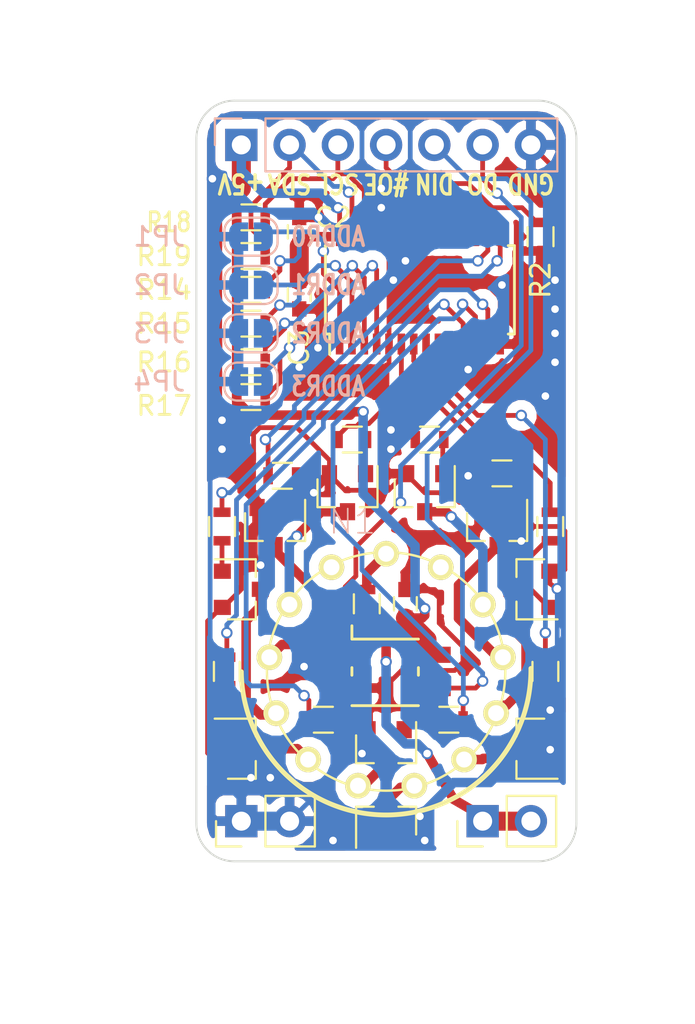
<source format=kicad_pcb>
(kicad_pcb (version 20171130) (host pcbnew "(5.0.2)-1")

  (general
    (thickness 1.6)
    (drawings 42)
    (tracks 541)
    (zones 0)
    (modules 41)
    (nets 44)
  )

  (page A4)
  (layers
    (0 F.Cu signal)
    (31 B.Cu signal hide)
    (32 B.Adhes user)
    (33 F.Adhes user)
    (34 B.Paste user hide)
    (35 F.Paste user hide)
    (36 B.SilkS user hide)
    (37 F.SilkS user)
    (38 B.Mask user hide)
    (39 F.Mask user hide)
    (40 Dwgs.User user hide)
    (41 Cmts.User user)
    (42 Eco1.User user)
    (43 Eco2.User user)
    (44 Edge.Cuts user)
    (45 Margin user)
    (46 B.CrtYd user hide)
    (47 F.CrtYd user)
    (48 B.Fab user hide)
    (49 F.Fab user hide)
  )

  (setup
    (last_trace_width 0.25)
    (user_trace_width 0.25)
    (user_trace_width 0.5)
    (trace_clearance 0.2)
    (zone_clearance 0.508)
    (zone_45_only yes)
    (trace_min 0.2)
    (segment_width 0.2)
    (edge_width 0.15)
    (via_size 0.6)
    (via_drill 0.4)
    (via_min_size 0.4)
    (via_min_drill 0.3)
    (user_via 0.6 0.4)
    (user_via 0.6 0.4)
    (uvia_size 0.3)
    (uvia_drill 0.1)
    (uvias_allowed no)
    (uvia_min_size 0.2)
    (uvia_min_drill 0.1)
    (pcb_text_width 0.3)
    (pcb_text_size 1.5 1.5)
    (mod_edge_width 0.15)
    (mod_text_size 1 1)
    (mod_text_width 0.15)
    (pad_size 1.524 1.524)
    (pad_drill 0.762)
    (pad_to_mask_clearance 0.2)
    (solder_mask_min_width 0.25)
    (aux_axis_origin 0 0)
    (grid_origin 71.628 64.516)
    (visible_elements 7FFFCE69)
    (pcbplotparams
      (layerselection 0x010f0_ffffffff)
      (usegerberextensions true)
      (usegerberattributes false)
      (usegerberadvancedattributes false)
      (creategerberjobfile false)
      (excludeedgelayer true)
      (linewidth 0.100000)
      (plotframeref false)
      (viasonmask false)
      (mode 1)
      (useauxorigin false)
      (hpglpennumber 1)
      (hpglpenspeed 20)
      (hpglpendiameter 15.000000)
      (psnegative false)
      (psa4output false)
      (plotreference true)
      (plotvalue false)
      (plotinvisibletext false)
      (padsonsilk false)
      (subtractmaskfromsilk false)
      (outputformat 1)
      (mirror false)
      (drillshape 0)
      (scaleselection 1)
      (outputdirectory "gerber/"))
  )

  (net 0 "")
  (net 1 +5V)
  (net 2 GND)
  (net 3 /NIX_1)
  (net 4 /NIX_6)
  (net 5 /NIX_2)
  (net 6 /NIX_8)
  (net 7 /NIX_3)
  (net 8 /NIX_4)
  (net 9 /NIX_9)
  (net 10 /NIX_5)
  (net 11 /NIX_0)
  (net 12 /I2C_SDA)
  (net 13 /I2C_SCL)
  (net 14 +HV)
  (net 15 /NIX_7)
  (net 16 "Net-(N1-PadA)")
  (net 17 /NIX_1_G)
  (net 18 /NIX_6_G)
  (net 19 /NIX_2_G)
  (net 20 /NIX_7_G)
  (net 21 /NIX_3_G)
  (net 22 /NIX_8_G)
  (net 23 /NIX_4_G)
  (net 24 /NIX_9_G)
  (net 25 /NIX_5_G)
  (net 26 /NIX_0_G)
  (net 27 /#OE)
  (net 28 /LED_DIN)
  (net 29 /LED_DOUT)
  (net 30 "Net-(Q1-Pad1)")
  (net 31 "Net-(Q2-Pad1)")
  (net 32 "Net-(Q3-Pad1)")
  (net 33 "Net-(Q4-Pad1)")
  (net 34 "Net-(Q5-Pad1)")
  (net 35 "Net-(Q6-Pad1)")
  (net 36 "Net-(Q7-Pad1)")
  (net 37 "Net-(Q8-Pad1)")
  (net 38 "Net-(Q9-Pad1)")
  (net 39 "Net-(Q10-Pad1)")
  (net 40 /ADDR_0)
  (net 41 /ADDR_1)
  (net 42 /ADDR_2)
  (net 43 /ADDR_3)

  (net_class Default "これは標準のネット クラスです。"
    (clearance 0.2)
    (trace_width 0.25)
    (via_dia 0.6)
    (via_drill 0.4)
    (uvia_dia 0.3)
    (uvia_drill 0.1)
    (add_net /#OE)
    (add_net /ADDR_0)
    (add_net /ADDR_1)
    (add_net /ADDR_2)
    (add_net /ADDR_3)
    (add_net /I2C_SCL)
    (add_net /I2C_SDA)
    (add_net /LED_DIN)
    (add_net /LED_DOUT)
    (add_net /NIX_0_G)
    (add_net /NIX_1_G)
    (add_net /NIX_2_G)
    (add_net /NIX_3_G)
    (add_net /NIX_4_G)
    (add_net /NIX_5_G)
    (add_net /NIX_6_G)
    (add_net /NIX_7_G)
    (add_net /NIX_8_G)
    (add_net /NIX_9_G)
    (add_net "Net-(N1-PadA)")
    (add_net "Net-(Q1-Pad1)")
    (add_net "Net-(Q10-Pad1)")
    (add_net "Net-(Q2-Pad1)")
    (add_net "Net-(Q3-Pad1)")
    (add_net "Net-(Q4-Pad1)")
    (add_net "Net-(Q5-Pad1)")
    (add_net "Net-(Q6-Pad1)")
    (add_net "Net-(Q7-Pad1)")
    (add_net "Net-(Q8-Pad1)")
    (add_net "Net-(Q9-Pad1)")
  )

  (net_class Net_HV ""
    (clearance 0.2)
    (trace_width 0.5)
    (via_dia 0.6)
    (via_drill 0.4)
    (uvia_dia 0.3)
    (uvia_drill 0.1)
    (add_net /NIX_0)
    (add_net /NIX_1)
    (add_net /NIX_2)
    (add_net /NIX_3)
    (add_net /NIX_4)
    (add_net /NIX_5)
    (add_net /NIX_6)
    (add_net /NIX_7)
    (add_net /NIX_8)
    (add_net /NIX_9)
  )

  (net_class Power ""
    (clearance 0.2)
    (trace_width 1)
    (via_dia 0.6)
    (via_drill 0.4)
    (uvia_dia 0.3)
    (uvia_drill 0.1)
    (add_net +5V)
    (add_net GND)
  )

  (net_class Power_HV ""
    (clearance 0.2)
    (trace_width 1)
    (via_dia 0.6)
    (via_drill 0.4)
    (uvia_dia 0.3)
    (uvia_drill 0.1)
    (add_net +HV)
  )

  (module TO_SOT:SOT-23 (layer F.Cu) (tedit 5C1F2246) (tstamp 5B6AFF2B)
    (at 81.28 82.804 270)
    (descr "SOT-23, Standard")
    (tags SOT-23)
    (path /5B7F7F44)
    (attr smd)
    (fp_text reference Q1 (at 0.889 -1.397 270) (layer F.SilkS) hide
      (effects (font (size 1 1) (thickness 0.15)))
    )
    (fp_text value Q_NPN_BEC (at 0 2.5 270) (layer F.Fab) hide
      (effects (font (size 1 1) (thickness 0.15)))
    )
    (fp_text user %R (at 0 0) (layer F.Fab)
      (effects (font (size 0.5 0.5) (thickness 0.075)))
    )
    (fp_line (start -0.7 -0.95) (end -0.7 1.5) (layer F.Fab) (width 0.1))
    (fp_line (start -0.15 -1.52) (end 0.7 -1.52) (layer F.Fab) (width 0.1))
    (fp_line (start -0.7 -0.95) (end -0.15 -1.52) (layer F.Fab) (width 0.1))
    (fp_line (start 0.7 -1.52) (end 0.7 1.52) (layer F.Fab) (width 0.1))
    (fp_line (start -0.7 1.52) (end 0.7 1.52) (layer F.Fab) (width 0.1))
    (fp_line (start 0.76 1.58) (end 0.76 0.65) (layer F.SilkS) (width 0.12))
    (fp_line (start 0.76 -1.58) (end 0.76 -0.65) (layer F.SilkS) (width 0.12))
    (fp_line (start -1.7 -1.75) (end 1.7 -1.75) (layer F.CrtYd) (width 0.05))
    (fp_line (start 1.7 -1.75) (end 1.7 1.75) (layer F.CrtYd) (width 0.05))
    (fp_line (start 1.7 1.75) (end -1.7 1.75) (layer F.CrtYd) (width 0.05))
    (fp_line (start -1.7 1.75) (end -1.7 -1.75) (layer F.CrtYd) (width 0.05))
    (fp_line (start 0.76 -1.58) (end -1.4 -1.58) (layer F.SilkS) (width 0.12))
    (fp_line (start 0.76 1.58) (end -0.7 1.58) (layer F.SilkS) (width 0.12))
    (pad 1 smd rect (at -1 -0.95 270) (size 0.9 0.8) (layers F.Cu F.Paste F.Mask)
      (net 30 "Net-(Q1-Pad1)"))
    (pad 2 smd rect (at -1 0.95 270) (size 0.9 0.8) (layers F.Cu F.Paste F.Mask)
      (net 2 GND))
    (pad 3 smd rect (at 1 0 270) (size 0.9 0.8) (layers F.Cu F.Paste F.Mask)
      (net 3 /NIX_1))
    (model ${KISYS3DMOD}/TO_SOT_Packages_SMD.3dshapes/SOT-23.wrl
      (at (xyz 0 0 0))
      (scale (xyz 1 1 1))
      (rotate (xyz 0 0 0))
    )
  )

  (module russian-nixies:russian-nixies-IN-14 (layer F.Cu) (tedit 5B99D237) (tstamp 5B6AFF24)
    (at 79.248 92.202 180)
    (path /5B8FAABC)
    (attr virtual)
    (fp_text reference N1 (at 1.778 7.874) (layer B.SilkS)
      (effects (font (size 1.27 1.27) (thickness 0.0889)))
    )
    (fp_text value IN-14 (at 0 0 180) (layer F.SilkS) hide
      (effects (font (size 1.524 1.524) (thickness 0.15)))
    )
    (fp_circle (center 0 0) (end -4.43484 4.43484) (layer F.SilkS) (width 0.127))
    (fp_arc (start 0 0.07874) (end -7.62 0.15748) (angle 179.9) (layer F.SilkS) (width 0.254))
    (pad 0 thru_hole circle (at 5.0927 3.51536 180) (size 1.3462 1.3462) (drill 0.8382) (layers *.Cu F.Paste F.SilkS F.Mask)
      (net 11 /NIX_0))
    (pad 1 thru_hole circle (at -5.0927 3.51536 180) (size 1.3462 1.3462) (drill 0.8382) (layers *.Cu F.Paste F.SilkS F.Mask)
      (net 3 /NIX_1))
    (pad 2 thru_hole circle (at -6.14426 0.74422 180) (size 1.3462 1.3462) (drill 0.8382) (layers *.Cu F.Paste F.SilkS F.Mask)
      (net 5 /NIX_2))
    (pad 3 thru_hole circle (at -5.78612 -2.19456 180) (size 1.3462 1.3462) (drill 0.8382) (layers *.Cu F.Paste F.SilkS F.Mask)
      (net 7 /NIX_3))
    (pad 4 thru_hole circle (at -4.10464 -4.63296 180) (size 1.3462 1.3462) (drill 0.8382) (layers *.Cu F.Paste F.SilkS F.Mask)
      (net 8 /NIX_4))
    (pad 5 thru_hole circle (at -1.48082 -6.00964 180) (size 1.3462 1.3462) (drill 0.8382) (layers *.Cu F.Paste F.SilkS F.Mask)
      (net 10 /NIX_5))
    (pad 6 thru_hole circle (at 1.48082 -6.00964 180) (size 1.3462 1.3462) (drill 0.8382) (layers *.Cu F.Paste F.SilkS F.Mask)
      (net 4 /NIX_6))
    (pad 7 thru_hole circle (at 4.10464 -4.63296 180) (size 1.3462 1.3462) (drill 0.8382) (layers *.Cu F.Paste F.SilkS F.Mask)
      (net 15 /NIX_7))
    (pad 8 thru_hole circle (at 5.78612 -2.19456 180) (size 1.3462 1.3462) (drill 0.8382) (layers *.Cu F.Paste F.SilkS F.Mask)
      (net 6 /NIX_8))
    (pad 9 thru_hole circle (at 6.14426 0.74422 180) (size 1.3462 1.3462) (drill 0.8382) (layers *.Cu F.Paste F.SilkS F.Mask)
      (net 9 /NIX_9))
    (pad A thru_hole circle (at 0 6.18744 180) (size 1.3462 1.3462) (drill 0.8382) (layers *.Cu F.Paste F.SilkS F.Mask)
      (net 16 "Net-(N1-PadA)"))
    (pad LHDP thru_hole circle (at 2.87528 5.47878 180) (size 1.3462 1.3462) (drill 0.8382) (layers *.Cu F.Paste F.SilkS F.Mask))
    (pad RHDP thru_hole circle (at -2.87528 5.47878 180) (size 1.3462 1.3462) (drill 0.8382) (layers *.Cu F.Paste F.SilkS F.Mask))
  )

  (module TO_SOT:SOT-23 (layer F.Cu) (tedit 5C1F23F4) (tstamp 5B6AFF55)
    (at 86.868 96.266 180)
    (descr "SOT-23, Standard")
    (tags SOT-23)
    (path /5B7F810D)
    (attr smd)
    (fp_text reference Q7 (at 0.5715 1.3335 180) (layer F.SilkS) hide
      (effects (font (size 1 1) (thickness 0.15)))
    )
    (fp_text value Q_NPN_BEC (at 0 2.5 180) (layer F.Fab) hide
      (effects (font (size 1 1) (thickness 0.15)))
    )
    (fp_text user %R (at 0 0 270) (layer F.Fab)
      (effects (font (size 0.5 0.5) (thickness 0.075)))
    )
    (fp_line (start -0.7 -0.95) (end -0.7 1.5) (layer F.Fab) (width 0.1))
    (fp_line (start -0.15 -1.52) (end 0.7 -1.52) (layer F.Fab) (width 0.1))
    (fp_line (start -0.7 -0.95) (end -0.15 -1.52) (layer F.Fab) (width 0.1))
    (fp_line (start 0.7 -1.52) (end 0.7 1.52) (layer F.Fab) (width 0.1))
    (fp_line (start -0.7 1.52) (end 0.7 1.52) (layer F.Fab) (width 0.1))
    (fp_line (start 0.76 1.58) (end 0.76 0.65) (layer F.SilkS) (width 0.12))
    (fp_line (start 0.76 -1.58) (end 0.76 -0.65) (layer F.SilkS) (width 0.12))
    (fp_line (start -1.7 -1.75) (end 1.7 -1.75) (layer F.CrtYd) (width 0.05))
    (fp_line (start 1.7 -1.75) (end 1.7 1.75) (layer F.CrtYd) (width 0.05))
    (fp_line (start 1.7 1.75) (end -1.7 1.75) (layer F.CrtYd) (width 0.05))
    (fp_line (start -1.7 1.75) (end -1.7 -1.75) (layer F.CrtYd) (width 0.05))
    (fp_line (start 0.76 -1.58) (end -1.4 -1.58) (layer F.SilkS) (width 0.12))
    (fp_line (start 0.76 1.58) (end -0.7 1.58) (layer F.SilkS) (width 0.12))
    (pad 1 smd rect (at -1 -0.95 180) (size 0.9 0.8) (layers F.Cu F.Paste F.Mask)
      (net 36 "Net-(Q7-Pad1)"))
    (pad 2 smd rect (at -1 0.95 180) (size 0.9 0.8) (layers F.Cu F.Paste F.Mask)
      (net 2 GND))
    (pad 3 smd rect (at 1 0 180) (size 0.9 0.8) (layers F.Cu F.Paste F.Mask)
      (net 8 /NIX_4))
    (model ${KISYS3DMOD}/TO_SOT_Packages_SMD.3dshapes/SOT-23.wrl
      (at (xyz 0 0 0))
      (scale (xyz 1 1 1))
      (rotate (xyz 0 0 0))
    )
  )

  (module TO_SOT:SOT-23 (layer F.Cu) (tedit 5C1F2408) (tstamp 5C1F2984)
    (at 79.248 96.266 270)
    (descr "SOT-23, Standard")
    (tags SOT-23)
    (path /5B7F82DA)
    (attr smd)
    (fp_text reference Q2 (at -0.0635 2.413 270) (layer F.SilkS) hide
      (effects (font (size 1 1) (thickness 0.15)))
    )
    (fp_text value Q_NPN_BEC (at 0 2.5 270) (layer F.Fab) hide
      (effects (font (size 1 1) (thickness 0.15)))
    )
    (fp_text user %R (at 0 0) (layer F.Fab)
      (effects (font (size 0.5 0.5) (thickness 0.075)))
    )
    (fp_line (start -0.7 -0.95) (end -0.7 1.5) (layer F.Fab) (width 0.1))
    (fp_line (start -0.15 -1.52) (end 0.7 -1.52) (layer F.Fab) (width 0.1))
    (fp_line (start -0.7 -0.95) (end -0.15 -1.52) (layer F.Fab) (width 0.1))
    (fp_line (start 0.7 -1.52) (end 0.7 1.52) (layer F.Fab) (width 0.1))
    (fp_line (start -0.7 1.52) (end 0.7 1.52) (layer F.Fab) (width 0.1))
    (fp_line (start 0.76 1.58) (end 0.76 0.65) (layer F.SilkS) (width 0.12))
    (fp_line (start 0.76 -1.58) (end 0.76 -0.65) (layer F.SilkS) (width 0.12))
    (fp_line (start -1.7 -1.75) (end 1.7 -1.75) (layer F.CrtYd) (width 0.05))
    (fp_line (start 1.7 -1.75) (end 1.7 1.75) (layer F.CrtYd) (width 0.05))
    (fp_line (start 1.7 1.75) (end -1.7 1.75) (layer F.CrtYd) (width 0.05))
    (fp_line (start -1.7 1.75) (end -1.7 -1.75) (layer F.CrtYd) (width 0.05))
    (fp_line (start 0.76 -1.58) (end -1.4 -1.58) (layer F.SilkS) (width 0.12))
    (fp_line (start 0.76 1.58) (end -0.7 1.58) (layer F.SilkS) (width 0.12))
    (pad 1 smd rect (at -1 -0.95 270) (size 0.9 0.8) (layers F.Cu F.Paste F.Mask)
      (net 31 "Net-(Q2-Pad1)"))
    (pad 2 smd rect (at -1 0.95 270) (size 0.9 0.8) (layers F.Cu F.Paste F.Mask)
      (net 2 GND))
    (pad 3 smd rect (at 1 0 270) (size 0.9 0.8) (layers F.Cu F.Paste F.Mask)
      (net 4 /NIX_6))
    (model ${KISYS3DMOD}/TO_SOT_Packages_SMD.3dshapes/SOT-23.wrl
      (at (xyz 0 0 0))
      (scale (xyz 1 1 1))
      (rotate (xyz 0 0 0))
    )
  )

  (module TO_SOT:SOT-23 (layer F.Cu) (tedit 5C1F224A) (tstamp 5B6AFF39)
    (at 85.09 84.582 270)
    (descr "SOT-23, Standard")
    (tags SOT-23)
    (path /5B7F8009)
    (attr smd)
    (fp_text reference Q3 (at 0.508 -1.3335 90) (layer F.SilkS) hide
      (effects (font (size 1 1) (thickness 0.15)))
    )
    (fp_text value Q_NPN_BEC (at 0 2.5 270) (layer F.Fab) hide
      (effects (font (size 1 1) (thickness 0.15)))
    )
    (fp_text user %R (at 0 0) (layer F.Fab)
      (effects (font (size 0.5 0.5) (thickness 0.075)))
    )
    (fp_line (start -0.7 -0.95) (end -0.7 1.5) (layer F.Fab) (width 0.1))
    (fp_line (start -0.15 -1.52) (end 0.7 -1.52) (layer F.Fab) (width 0.1))
    (fp_line (start -0.7 -0.95) (end -0.15 -1.52) (layer F.Fab) (width 0.1))
    (fp_line (start 0.7 -1.52) (end 0.7 1.52) (layer F.Fab) (width 0.1))
    (fp_line (start -0.7 1.52) (end 0.7 1.52) (layer F.Fab) (width 0.1))
    (fp_line (start 0.76 1.58) (end 0.76 0.65) (layer F.SilkS) (width 0.12))
    (fp_line (start 0.76 -1.58) (end 0.76 -0.65) (layer F.SilkS) (width 0.12))
    (fp_line (start -1.7 -1.75) (end 1.7 -1.75) (layer F.CrtYd) (width 0.05))
    (fp_line (start 1.7 -1.75) (end 1.7 1.75) (layer F.CrtYd) (width 0.05))
    (fp_line (start 1.7 1.75) (end -1.7 1.75) (layer F.CrtYd) (width 0.05))
    (fp_line (start -1.7 1.75) (end -1.7 -1.75) (layer F.CrtYd) (width 0.05))
    (fp_line (start 0.76 -1.58) (end -1.4 -1.58) (layer F.SilkS) (width 0.12))
    (fp_line (start 0.76 1.58) (end -0.7 1.58) (layer F.SilkS) (width 0.12))
    (pad 1 smd rect (at -1 -0.95 270) (size 0.9 0.8) (layers F.Cu F.Paste F.Mask)
      (net 32 "Net-(Q3-Pad1)"))
    (pad 2 smd rect (at -1 0.95 270) (size 0.9 0.8) (layers F.Cu F.Paste F.Mask)
      (net 2 GND))
    (pad 3 smd rect (at 1 0 270) (size 0.9 0.8) (layers F.Cu F.Paste F.Mask)
      (net 5 /NIX_2))
    (model ${KISYS3DMOD}/TO_SOT_Packages_SMD.3dshapes/SOT-23.wrl
      (at (xyz 0 0 0))
      (scale (xyz 1 1 1))
      (rotate (xyz 0 0 0))
    )
  )

  (module TO_SOT:SOT-23 (layer F.Cu) (tedit 5C1DC4C5) (tstamp 5B6AFF40)
    (at 71.628 96.266)
    (descr "SOT-23, Standard")
    (tags SOT-23)
    (path /5B7F8359)
    (attr smd)
    (fp_text reference Q4 (at 0 -2.5) (layer F.SilkS) hide
      (effects (font (size 1 1) (thickness 0.15)))
    )
    (fp_text value Q_NPN_BEC (at 0 2.5) (layer F.Fab) hide
      (effects (font (size 1 1) (thickness 0.15)))
    )
    (fp_text user %R (at 0 0 90) (layer F.Fab)
      (effects (font (size 0.5 0.5) (thickness 0.075)))
    )
    (fp_line (start -0.7 -0.95) (end -0.7 1.5) (layer F.Fab) (width 0.1))
    (fp_line (start -0.15 -1.52) (end 0.7 -1.52) (layer F.Fab) (width 0.1))
    (fp_line (start -0.7 -0.95) (end -0.15 -1.52) (layer F.Fab) (width 0.1))
    (fp_line (start 0.7 -1.52) (end 0.7 1.52) (layer F.Fab) (width 0.1))
    (fp_line (start -0.7 1.52) (end 0.7 1.52) (layer F.Fab) (width 0.1))
    (fp_line (start 0.76 1.58) (end 0.76 0.65) (layer F.SilkS) (width 0.12))
    (fp_line (start 0.76 -1.58) (end 0.76 -0.65) (layer F.SilkS) (width 0.12))
    (fp_line (start -1.7 -1.75) (end 1.7 -1.75) (layer F.CrtYd) (width 0.05))
    (fp_line (start 1.7 -1.75) (end 1.7 1.75) (layer F.CrtYd) (width 0.05))
    (fp_line (start 1.7 1.75) (end -1.7 1.75) (layer F.CrtYd) (width 0.05))
    (fp_line (start -1.7 1.75) (end -1.7 -1.75) (layer F.CrtYd) (width 0.05))
    (fp_line (start 0.76 -1.58) (end -1.4 -1.58) (layer F.SilkS) (width 0.12))
    (fp_line (start 0.76 1.58) (end -0.7 1.58) (layer F.SilkS) (width 0.12))
    (pad 1 smd rect (at -1 -0.95) (size 0.9 0.8) (layers F.Cu F.Paste F.Mask)
      (net 33 "Net-(Q4-Pad1)"))
    (pad 2 smd rect (at -1 0.95) (size 0.9 0.8) (layers F.Cu F.Paste F.Mask)
      (net 2 GND))
    (pad 3 smd rect (at 1 0) (size 0.9 0.8) (layers F.Cu F.Paste F.Mask)
      (net 15 /NIX_7))
    (model ${KISYS3DMOD}/TO_SOT_Packages_SMD.3dshapes/SOT-23.wrl
      (at (xyz 0 0 0))
      (scale (xyz 1 1 1))
      (rotate (xyz 0 0 0))
    )
  )

  (module TO_SOT:SOT-23 (layer F.Cu) (tedit 5C1F2283) (tstamp 5B6AFF47)
    (at 86.868 87.884 180)
    (descr "SOT-23, Standard")
    (tags SOT-23)
    (path /5B7F8093)
    (attr smd)
    (fp_text reference Q5 (at 0.635 1.27 180) (layer F.SilkS) hide
      (effects (font (size 1 1) (thickness 0.15)))
    )
    (fp_text value Q_NPN_BEC (at 0 2.5 180) (layer F.Fab) hide
      (effects (font (size 1 1) (thickness 0.15)))
    )
    (fp_text user %R (at 0 0 270) (layer F.Fab)
      (effects (font (size 0.5 0.5) (thickness 0.075)))
    )
    (fp_line (start -0.7 -0.95) (end -0.7 1.5) (layer F.Fab) (width 0.1))
    (fp_line (start -0.15 -1.52) (end 0.7 -1.52) (layer F.Fab) (width 0.1))
    (fp_line (start -0.7 -0.95) (end -0.15 -1.52) (layer F.Fab) (width 0.1))
    (fp_line (start 0.7 -1.52) (end 0.7 1.52) (layer F.Fab) (width 0.1))
    (fp_line (start -0.7 1.52) (end 0.7 1.52) (layer F.Fab) (width 0.1))
    (fp_line (start 0.76 1.58) (end 0.76 0.65) (layer F.SilkS) (width 0.12))
    (fp_line (start 0.76 -1.58) (end 0.76 -0.65) (layer F.SilkS) (width 0.12))
    (fp_line (start -1.7 -1.75) (end 1.7 -1.75) (layer F.CrtYd) (width 0.05))
    (fp_line (start 1.7 -1.75) (end 1.7 1.75) (layer F.CrtYd) (width 0.05))
    (fp_line (start 1.7 1.75) (end -1.7 1.75) (layer F.CrtYd) (width 0.05))
    (fp_line (start -1.7 1.75) (end -1.7 -1.75) (layer F.CrtYd) (width 0.05))
    (fp_line (start 0.76 -1.58) (end -1.4 -1.58) (layer F.SilkS) (width 0.12))
    (fp_line (start 0.76 1.58) (end -0.7 1.58) (layer F.SilkS) (width 0.12))
    (pad 1 smd rect (at -1 -0.95 180) (size 0.9 0.8) (layers F.Cu F.Paste F.Mask)
      (net 34 "Net-(Q5-Pad1)"))
    (pad 2 smd rect (at -1 0.95 180) (size 0.9 0.8) (layers F.Cu F.Paste F.Mask)
      (net 2 GND))
    (pad 3 smd rect (at 1 0 180) (size 0.9 0.8) (layers F.Cu F.Paste F.Mask)
      (net 7 /NIX_3))
    (model ${KISYS3DMOD}/TO_SOT_Packages_SMD.3dshapes/SOT-23.wrl
      (at (xyz 0 0 0))
      (scale (xyz 1 1 1))
      (rotate (xyz 0 0 0))
    )
  )

  (module TO_SOT:SOT-23 (layer F.Cu) (tedit 5C1DC4B1) (tstamp 5B6AFF4E)
    (at 71.628 87.884)
    (descr "SOT-23, Standard")
    (tags SOT-23)
    (path /5B7F83D9)
    (attr smd)
    (fp_text reference Q6 (at 0.762 -1.524) (layer F.SilkS) hide
      (effects (font (size 1 1) (thickness 0.15)))
    )
    (fp_text value Q_NPN_BEC (at -5.969 0.254) (layer F.Fab) hide
      (effects (font (size 1 1) (thickness 0.15)))
    )
    (fp_text user %R (at 0 0 90) (layer F.Fab)
      (effects (font (size 0.5 0.5) (thickness 0.075)))
    )
    (fp_line (start -0.7 -0.95) (end -0.7 1.5) (layer F.Fab) (width 0.1))
    (fp_line (start -0.15 -1.52) (end 0.7 -1.52) (layer F.Fab) (width 0.1))
    (fp_line (start -0.7 -0.95) (end -0.15 -1.52) (layer F.Fab) (width 0.1))
    (fp_line (start 0.7 -1.52) (end 0.7 1.52) (layer F.Fab) (width 0.1))
    (fp_line (start -0.7 1.52) (end 0.7 1.52) (layer F.Fab) (width 0.1))
    (fp_line (start 0.76 1.58) (end 0.76 0.65) (layer F.SilkS) (width 0.12))
    (fp_line (start 0.76 -1.58) (end 0.76 -0.65) (layer F.SilkS) (width 0.12))
    (fp_line (start -1.7 -1.75) (end 1.7 -1.75) (layer F.CrtYd) (width 0.05))
    (fp_line (start 1.7 -1.75) (end 1.7 1.75) (layer F.CrtYd) (width 0.05))
    (fp_line (start 1.7 1.75) (end -1.7 1.75) (layer F.CrtYd) (width 0.05))
    (fp_line (start -1.7 1.75) (end -1.7 -1.75) (layer F.CrtYd) (width 0.05))
    (fp_line (start 0.76 -1.58) (end -1.4 -1.58) (layer F.SilkS) (width 0.12))
    (fp_line (start 0.76 1.58) (end -0.7 1.58) (layer F.SilkS) (width 0.12))
    (pad 1 smd rect (at -1 -0.95) (size 0.9 0.8) (layers F.Cu F.Paste F.Mask)
      (net 35 "Net-(Q6-Pad1)"))
    (pad 2 smd rect (at -1 0.95) (size 0.9 0.8) (layers F.Cu F.Paste F.Mask)
      (net 2 GND))
    (pad 3 smd rect (at 1 0) (size 0.9 0.8) (layers F.Cu F.Paste F.Mask)
      (net 6 /NIX_8))
    (model ${KISYS3DMOD}/TO_SOT_Packages_SMD.3dshapes/SOT-23.wrl
      (at (xyz 0 0 0))
      (scale (xyz 1 1 1))
      (rotate (xyz 0 0 0))
    )
  )

  (module TO_SOT:SOT-23 (layer F.Cu) (tedit 5C1DC4AE) (tstamp 5B6AFF5C)
    (at 73.406 84.582 270)
    (descr "SOT-23, Standard")
    (tags SOT-23)
    (path /5B7F8458)
    (attr smd)
    (fp_text reference Q8 (at -0.635 2.286 90) (layer F.SilkS) hide
      (effects (font (size 1 1) (thickness 0.15)))
    )
    (fp_text value Q_NPN_BEC (at -2.667 8.255 270) (layer F.Fab) hide
      (effects (font (size 1 1) (thickness 0.15)))
    )
    (fp_text user %R (at 0 0) (layer F.Fab)
      (effects (font (size 0.5 0.5) (thickness 0.075)))
    )
    (fp_line (start -0.7 -0.95) (end -0.7 1.5) (layer F.Fab) (width 0.1))
    (fp_line (start -0.15 -1.52) (end 0.7 -1.52) (layer F.Fab) (width 0.1))
    (fp_line (start -0.7 -0.95) (end -0.15 -1.52) (layer F.Fab) (width 0.1))
    (fp_line (start 0.7 -1.52) (end 0.7 1.52) (layer F.Fab) (width 0.1))
    (fp_line (start -0.7 1.52) (end 0.7 1.52) (layer F.Fab) (width 0.1))
    (fp_line (start 0.76 1.58) (end 0.76 0.65) (layer F.SilkS) (width 0.12))
    (fp_line (start 0.76 -1.58) (end 0.76 -0.65) (layer F.SilkS) (width 0.12))
    (fp_line (start -1.7 -1.75) (end 1.7 -1.75) (layer F.CrtYd) (width 0.05))
    (fp_line (start 1.7 -1.75) (end 1.7 1.75) (layer F.CrtYd) (width 0.05))
    (fp_line (start 1.7 1.75) (end -1.7 1.75) (layer F.CrtYd) (width 0.05))
    (fp_line (start -1.7 1.75) (end -1.7 -1.75) (layer F.CrtYd) (width 0.05))
    (fp_line (start 0.76 -1.58) (end -1.4 -1.58) (layer F.SilkS) (width 0.12))
    (fp_line (start 0.76 1.58) (end -0.7 1.58) (layer F.SilkS) (width 0.12))
    (pad 1 smd rect (at -1 -0.95 270) (size 0.9 0.8) (layers F.Cu F.Paste F.Mask)
      (net 37 "Net-(Q8-Pad1)"))
    (pad 2 smd rect (at -1 0.95 270) (size 0.9 0.8) (layers F.Cu F.Paste F.Mask)
      (net 2 GND))
    (pad 3 smd rect (at 1 0 270) (size 0.9 0.8) (layers F.Cu F.Paste F.Mask)
      (net 9 /NIX_9))
    (model ${KISYS3DMOD}/TO_SOT_Packages_SMD.3dshapes/SOT-23.wrl
      (at (xyz 0 0 0))
      (scale (xyz 1 1 1))
      (rotate (xyz 0 0 0))
    )
  )

  (module TO_SOT:SOT-23 (layer F.Cu) (tedit 5C1F23FF) (tstamp 5B6AFF63)
    (at 79.248 100.076 90)
    (descr "SOT-23, Standard")
    (tags SOT-23)
    (path /5B7F817C)
    (attr smd)
    (fp_text reference Q9 (at -0.635 2.286 90) (layer F.SilkS) hide
      (effects (font (size 1 1) (thickness 0.15)))
    )
    (fp_text value Q_NPN_BEC (at 0 2.5 90) (layer F.Fab) hide
      (effects (font (size 1 1) (thickness 0.15)))
    )
    (fp_text user %R (at 0 0 180) (layer F.Fab)
      (effects (font (size 0.5 0.5) (thickness 0.075)))
    )
    (fp_line (start -0.7 -0.95) (end -0.7 1.5) (layer F.Fab) (width 0.1))
    (fp_line (start -0.15 -1.52) (end 0.7 -1.52) (layer F.Fab) (width 0.1))
    (fp_line (start -0.7 -0.95) (end -0.15 -1.52) (layer F.Fab) (width 0.1))
    (fp_line (start 0.7 -1.52) (end 0.7 1.52) (layer F.Fab) (width 0.1))
    (fp_line (start -0.7 1.52) (end 0.7 1.52) (layer F.Fab) (width 0.1))
    (fp_line (start 0.76 1.58) (end 0.76 0.65) (layer F.SilkS) (width 0.12))
    (fp_line (start 0.76 -1.58) (end 0.76 -0.65) (layer F.SilkS) (width 0.12))
    (fp_line (start -1.7 -1.75) (end 1.7 -1.75) (layer F.CrtYd) (width 0.05))
    (fp_line (start 1.7 -1.75) (end 1.7 1.75) (layer F.CrtYd) (width 0.05))
    (fp_line (start 1.7 1.75) (end -1.7 1.75) (layer F.CrtYd) (width 0.05))
    (fp_line (start -1.7 1.75) (end -1.7 -1.75) (layer F.CrtYd) (width 0.05))
    (fp_line (start 0.76 -1.58) (end -1.4 -1.58) (layer F.SilkS) (width 0.12))
    (fp_line (start 0.76 1.58) (end -0.7 1.58) (layer F.SilkS) (width 0.12))
    (pad 1 smd rect (at -1 -0.95 90) (size 0.9 0.8) (layers F.Cu F.Paste F.Mask)
      (net 38 "Net-(Q9-Pad1)"))
    (pad 2 smd rect (at -1 0.95 90) (size 0.9 0.8) (layers F.Cu F.Paste F.Mask)
      (net 2 GND))
    (pad 3 smd rect (at 1 0 90) (size 0.9 0.8) (layers F.Cu F.Paste F.Mask)
      (net 10 /NIX_5))
    (model ${KISYS3DMOD}/TO_SOT_Packages_SMD.3dshapes/SOT-23.wrl
      (at (xyz 0 0 0))
      (scale (xyz 1 1 1))
      (rotate (xyz 0 0 0))
    )
  )

  (module TO_SOT:SOT-23 (layer F.Cu) (tedit 5C1DC4D5) (tstamp 5B6AFF6A)
    (at 77.216 82.804 270)
    (descr "SOT-23, Standard")
    (tags SOT-23)
    (path /5B7F84E2)
    (attr smd)
    (fp_text reference Q10 (at 0 -2.5 270) (layer F.SilkS) hide
      (effects (font (size 1 1) (thickness 0.15)))
    )
    (fp_text value Q_NPN_BEC (at 0 2.5 270) (layer F.Fab) hide
      (effects (font (size 1 1) (thickness 0.15)))
    )
    (fp_text user %R (at 0 0) (layer F.Fab)
      (effects (font (size 0.5 0.5) (thickness 0.075)))
    )
    (fp_line (start -0.7 -0.95) (end -0.7 1.5) (layer F.Fab) (width 0.1))
    (fp_line (start -0.15 -1.52) (end 0.7 -1.52) (layer F.Fab) (width 0.1))
    (fp_line (start -0.7 -0.95) (end -0.15 -1.52) (layer F.Fab) (width 0.1))
    (fp_line (start 0.7 -1.52) (end 0.7 1.52) (layer F.Fab) (width 0.1))
    (fp_line (start -0.7 1.52) (end 0.7 1.52) (layer F.Fab) (width 0.1))
    (fp_line (start 0.76 1.58) (end 0.76 0.65) (layer F.SilkS) (width 0.12))
    (fp_line (start 0.76 -1.58) (end 0.76 -0.65) (layer F.SilkS) (width 0.12))
    (fp_line (start -1.7 -1.75) (end 1.7 -1.75) (layer F.CrtYd) (width 0.05))
    (fp_line (start 1.7 -1.75) (end 1.7 1.75) (layer F.CrtYd) (width 0.05))
    (fp_line (start 1.7 1.75) (end -1.7 1.75) (layer F.CrtYd) (width 0.05))
    (fp_line (start -1.7 1.75) (end -1.7 -1.75) (layer F.CrtYd) (width 0.05))
    (fp_line (start 0.76 -1.58) (end -1.4 -1.58) (layer F.SilkS) (width 0.12))
    (fp_line (start 0.76 1.58) (end -0.7 1.58) (layer F.SilkS) (width 0.12))
    (pad 1 smd rect (at -1 -0.95 270) (size 0.9 0.8) (layers F.Cu F.Paste F.Mask)
      (net 39 "Net-(Q10-Pad1)"))
    (pad 2 smd rect (at -1 0.95 270) (size 0.9 0.8) (layers F.Cu F.Paste F.Mask)
      (net 2 GND))
    (pad 3 smd rect (at 1 0 270) (size 0.9 0.8) (layers F.Cu F.Paste F.Mask)
      (net 11 /NIX_0))
    (model ${KISYS3DMOD}/TO_SOT_Packages_SMD.3dshapes/SOT-23.wrl
      (at (xyz 0 0 0))
      (scale (xyz 1 1 1))
      (rotate (xyz 0 0 0))
    )
  )

  (module Pin_Headers:Pin_Header_Straight_1x02_Pitch2.54mm (layer F.Cu) (tedit 5C1F23FA) (tstamp 5B6B0524)
    (at 84.328 100.076 90)
    (descr "Through hole straight pin header, 1x02, 2.54mm pitch, single row")
    (tags "Through hole pin header THT 1x02 2.54mm single row")
    (path /5B6BFF15)
    (fp_text reference J3 (at 0 -2.33 90) (layer F.SilkS) hide
      (effects (font (size 1 1) (thickness 0.15)))
    )
    (fp_text value CONN_01X02 (at 0 4.87 90) (layer F.Fab) hide
      (effects (font (size 1 1) (thickness 0.15)))
    )
    (fp_line (start -0.635 -1.27) (end 1.27 -1.27) (layer F.Fab) (width 0.1))
    (fp_line (start 1.27 -1.27) (end 1.27 3.81) (layer F.Fab) (width 0.1))
    (fp_line (start 1.27 3.81) (end -1.27 3.81) (layer F.Fab) (width 0.1))
    (fp_line (start -1.27 3.81) (end -1.27 -0.635) (layer F.Fab) (width 0.1))
    (fp_line (start -1.27 -0.635) (end -0.635 -1.27) (layer F.Fab) (width 0.1))
    (fp_line (start -1.33 3.87) (end 1.33 3.87) (layer F.SilkS) (width 0.12))
    (fp_line (start -1.33 1.27) (end -1.33 3.87) (layer F.SilkS) (width 0.12))
    (fp_line (start 1.33 1.27) (end 1.33 3.87) (layer F.SilkS) (width 0.12))
    (fp_line (start -1.33 1.27) (end 1.33 1.27) (layer F.SilkS) (width 0.12))
    (fp_line (start -1.33 0) (end -1.33 -1.33) (layer F.SilkS) (width 0.12))
    (fp_line (start -1.33 -1.33) (end 0 -1.33) (layer F.SilkS) (width 0.12))
    (fp_line (start -1.8 -1.8) (end -1.8 4.35) (layer F.CrtYd) (width 0.05))
    (fp_line (start -1.8 4.35) (end 1.8 4.35) (layer F.CrtYd) (width 0.05))
    (fp_line (start 1.8 4.35) (end 1.8 -1.8) (layer F.CrtYd) (width 0.05))
    (fp_line (start 1.8 -1.8) (end -1.8 -1.8) (layer F.CrtYd) (width 0.05))
    (fp_text user %R (at 0 1.27 180) (layer F.Fab)
      (effects (font (size 1 1) (thickness 0.15)))
    )
    (pad 1 thru_hole rect (at 0 0 90) (size 1.7 1.7) (drill 1) (layers *.Cu *.Mask)
      (net 14 +HV))
    (pad 2 thru_hole oval (at 0 2.54 90) (size 1.7 1.7) (drill 1) (layers *.Cu *.Mask)
      (net 14 +HV))
    (model ${KISYS3DMOD}/Pin_Headers.3dshapes/Pin_Header_Straight_1x02_Pitch2.54mm.wrl
      (at (xyz 0 0 0))
      (scale (xyz 1 1 1))
      (rotate (xyz 0 0 0))
    )
  )

  (module Pin_Headers:Pin_Header_Straight_1x02_Pitch2.54mm (layer F.Cu) (tedit 5C1F240C) (tstamp 5B6B0529)
    (at 71.628 100.076 90)
    (descr "Through hole straight pin header, 1x02, 2.54mm pitch, single row")
    (tags "Through hole pin header THT 1x02 2.54mm single row")
    (path /5B6C02A2)
    (fp_text reference J4 (at 1.7145 2.286) (layer F.SilkS) hide
      (effects (font (size 1 1) (thickness 0.15)))
    )
    (fp_text value CONN_01X02 (at 0 4.87 90) (layer F.Fab) hide
      (effects (font (size 1 1) (thickness 0.15)))
    )
    (fp_line (start -0.635 -1.27) (end 1.27 -1.27) (layer F.Fab) (width 0.1))
    (fp_line (start 1.27 -1.27) (end 1.27 3.81) (layer F.Fab) (width 0.1))
    (fp_line (start 1.27 3.81) (end -1.27 3.81) (layer F.Fab) (width 0.1))
    (fp_line (start -1.27 3.81) (end -1.27 -0.635) (layer F.Fab) (width 0.1))
    (fp_line (start -1.27 -0.635) (end -0.635 -1.27) (layer F.Fab) (width 0.1))
    (fp_line (start -1.33 3.87) (end 1.33 3.87) (layer F.SilkS) (width 0.12))
    (fp_line (start -1.33 1.27) (end -1.33 3.87) (layer F.SilkS) (width 0.12))
    (fp_line (start 1.33 1.27) (end 1.33 3.87) (layer F.SilkS) (width 0.12))
    (fp_line (start -1.33 1.27) (end 1.33 1.27) (layer F.SilkS) (width 0.12))
    (fp_line (start -1.33 0) (end -1.33 -1.33) (layer F.SilkS) (width 0.12))
    (fp_line (start -1.33 -1.33) (end 0 -1.33) (layer F.SilkS) (width 0.12))
    (fp_line (start -1.8 -1.8) (end -1.8 4.35) (layer F.CrtYd) (width 0.05))
    (fp_line (start -1.8 4.35) (end 1.8 4.35) (layer F.CrtYd) (width 0.05))
    (fp_line (start 1.8 4.35) (end 1.8 -1.8) (layer F.CrtYd) (width 0.05))
    (fp_line (start 1.8 -1.8) (end -1.8 -1.8) (layer F.CrtYd) (width 0.05))
    (fp_text user %R (at 0 1.27 180) (layer F.Fab)
      (effects (font (size 1 1) (thickness 0.15)))
    )
    (pad 1 thru_hole rect (at 0 0 90) (size 1.7 1.7) (drill 1) (layers *.Cu *.Mask)
      (net 2 GND))
    (pad 2 thru_hole oval (at 0 2.54 90) (size 1.7 1.7) (drill 1) (layers *.Cu *.Mask)
      (net 2 GND))
    (model ${KISYS3DMOD}/Pin_Headers.3dshapes/Pin_Header_Straight_1x02_Pitch2.54mm.wrl
      (at (xyz 0 0 0))
      (scale (xyz 1 1 1))
      (rotate (xyz 0 0 0))
    )
  )

  (module C_SMD:C_0603 (layer F.Cu) (tedit 5C1F23E0) (tstamp 5B90DFB0)
    (at 80.264 88.646 90)
    (descr "Capacitor SMD 0603, reflow soldering, AVX (see smccp.pdf)")
    (tags "capacitor 0603")
    (path /5B6B5DDE)
    (attr smd)
    (fp_text reference C1 (at 0 -1.5 90) (layer F.SilkS) hide
      (effects (font (size 1 1) (thickness 0.15)))
    )
    (fp_text value 47u (at 0 1.5 90) (layer F.Fab) hide
      (effects (font (size 1 1) (thickness 0.15)))
    )
    (fp_text user %R (at 0 1.397 90) (layer F.Fab)
      (effects (font (size 1 1) (thickness 0.15)))
    )
    (fp_line (start -0.8 0.4) (end -0.8 -0.4) (layer F.Fab) (width 0.1))
    (fp_line (start 0.8 0.4) (end -0.8 0.4) (layer F.Fab) (width 0.1))
    (fp_line (start 0.8 -0.4) (end 0.8 0.4) (layer F.Fab) (width 0.1))
    (fp_line (start -0.8 -0.4) (end 0.8 -0.4) (layer F.Fab) (width 0.1))
    (fp_line (start -0.35 -0.6) (end 0.35 -0.6) (layer F.SilkS) (width 0.12))
    (fp_line (start 0.35 0.6) (end -0.35 0.6) (layer F.SilkS) (width 0.12))
    (fp_line (start -1.4 -0.65) (end 1.4 -0.65) (layer F.CrtYd) (width 0.05))
    (fp_line (start -1.4 -0.65) (end -1.4 0.65) (layer F.CrtYd) (width 0.05))
    (fp_line (start 1.4 0.65) (end 1.4 -0.65) (layer F.CrtYd) (width 0.05))
    (fp_line (start 1.4 0.65) (end -1.4 0.65) (layer F.CrtYd) (width 0.05))
    (pad 1 smd rect (at -0.75 0 90) (size 0.8 0.75) (layers F.Cu F.Paste F.Mask)
      (net 1 +5V))
    (pad 2 smd rect (at 0.75 0 90) (size 0.8 0.75) (layers F.Cu F.Paste F.Mask)
      (net 2 GND))
    (model Capacitors_SMD.3dshapes/C_0603.wrl
      (at (xyz 0 0 0))
      (scale (xyz 1 1 1))
      (rotate (xyz 0 0 0))
    )
  )

  (module C_SMD:C_0603 (layer F.Cu) (tedit 5C1F2307) (tstamp 5B926D70)
    (at 74.676 69.088 90)
    (descr "Capacitor SMD 0603, reflow soldering, AVX (see smccp.pdf)")
    (tags "capacitor 0603")
    (path /5B6B6351)
    (attr smd)
    (fp_text reference C2 (at 0.762 1.778) (layer F.SilkS)
      (effects (font (size 1 1) (thickness 0.15)))
    )
    (fp_text value 100n (at 0.381 1.524 90) (layer F.Fab) hide
      (effects (font (size 1 1) (thickness 0.15)))
    )
    (fp_line (start 1.4 0.65) (end -1.4 0.65) (layer F.CrtYd) (width 0.05))
    (fp_line (start 1.4 0.65) (end 1.4 -0.65) (layer F.CrtYd) (width 0.05))
    (fp_line (start -1.4 -0.65) (end -1.4 0.65) (layer F.CrtYd) (width 0.05))
    (fp_line (start -1.4 -0.65) (end 1.4 -0.65) (layer F.CrtYd) (width 0.05))
    (fp_line (start 0.35 0.6) (end -0.35 0.6) (layer F.SilkS) (width 0.12))
    (fp_line (start -0.35 -0.6) (end 0.35 -0.6) (layer F.SilkS) (width 0.12))
    (fp_line (start -0.8 -0.4) (end 0.8 -0.4) (layer F.Fab) (width 0.1))
    (fp_line (start 0.8 -0.4) (end 0.8 0.4) (layer F.Fab) (width 0.1))
    (fp_line (start 0.8 0.4) (end -0.8 0.4) (layer F.Fab) (width 0.1))
    (fp_line (start -0.8 0.4) (end -0.8 -0.4) (layer F.Fab) (width 0.1))
    (fp_text user %R (at 2.413 0 90) (layer F.Fab)
      (effects (font (size 1 1) (thickness 0.15)))
    )
    (pad 2 smd rect (at 0.75 0 90) (size 0.8 0.75) (layers F.Cu F.Paste F.Mask)
      (net 2 GND))
    (pad 1 smd rect (at -0.75 0 90) (size 0.8 0.75) (layers F.Cu F.Paste F.Mask)
      (net 1 +5V))
    (model Capacitors_SMD.3dshapes/C_0603.wrl
      (at (xyz 0 0 0))
      (scale (xyz 1 1 1))
      (rotate (xyz 0 0 0))
    )
  )

  (module C_SMD:C_0603 (layer F.Cu) (tedit 5C1F230B) (tstamp 5B9274E6)
    (at 74.676 72.39 270)
    (descr "Capacitor SMD 0603, reflow soldering, AVX (see smccp.pdf)")
    (tags "capacitor 0603")
    (path /5B9866E4)
    (attr smd)
    (fp_text reference C3 (at 2.794 0 270) (layer F.SilkS)
      (effects (font (size 1 1) (thickness 0.15)))
    )
    (fp_text value 47u (at 0 -1.524 270) (layer F.Fab) hide
      (effects (font (size 1 1) (thickness 0.15)))
    )
    (fp_text user %R (at 2.54 -0.127 270) (layer F.Fab)
      (effects (font (size 1 1) (thickness 0.15)))
    )
    (fp_line (start -0.8 0.4) (end -0.8 -0.4) (layer F.Fab) (width 0.1))
    (fp_line (start 0.8 0.4) (end -0.8 0.4) (layer F.Fab) (width 0.1))
    (fp_line (start 0.8 -0.4) (end 0.8 0.4) (layer F.Fab) (width 0.1))
    (fp_line (start -0.8 -0.4) (end 0.8 -0.4) (layer F.Fab) (width 0.1))
    (fp_line (start -0.35 -0.6) (end 0.35 -0.6) (layer F.SilkS) (width 0.12))
    (fp_line (start 0.35 0.6) (end -0.35 0.6) (layer F.SilkS) (width 0.12))
    (fp_line (start -1.4 -0.65) (end 1.4 -0.65) (layer F.CrtYd) (width 0.05))
    (fp_line (start -1.4 -0.65) (end -1.4 0.65) (layer F.CrtYd) (width 0.05))
    (fp_line (start 1.4 0.65) (end 1.4 -0.65) (layer F.CrtYd) (width 0.05))
    (fp_line (start 1.4 0.65) (end -1.4 0.65) (layer F.CrtYd) (width 0.05))
    (pad 1 smd rect (at -0.75 0 270) (size 0.8 0.75) (layers F.Cu F.Paste F.Mask)
      (net 1 +5V))
    (pad 2 smd rect (at 0.75 0 270) (size 0.8 0.75) (layers F.Cu F.Paste F.Mask)
      (net 2 GND))
    (model Capacitors_SMD.3dshapes/C_0603.wrl
      (at (xyz 0 0 0))
      (scale (xyz 1 1 1))
      (rotate (xyz 0 0 0))
    )
  )

  (module Pin_Headers:Pin_Header_Straight_1x07_Pitch2.54mm (layer B.Cu) (tedit 5B9CFE66) (tstamp 5B90CA95)
    (at 71.628 64.516 270)
    (descr "Through hole straight pin header, 1x07, 2.54mm pitch, single row")
    (tags "Through hole pin header THT 1x07 2.54mm single row")
    (path /5B997804)
    (fp_text reference J1 (at 0 2.39 270) (layer B.SilkS) hide
      (effects (font (size 1 1) (thickness 0.15)) (justify mirror))
    )
    (fp_text value CONN_01X07 (at 0 -17.63 270) (layer B.Fab) hide
      (effects (font (size 1 1) (thickness 0.15)) (justify mirror))
    )
    (fp_line (start -1.27 1.27) (end -1.27 -16.51) (layer B.Fab) (width 0.1))
    (fp_line (start -1.27 -16.51) (end 1.27 -16.51) (layer B.Fab) (width 0.1))
    (fp_line (start 1.27 -16.51) (end 1.27 1.27) (layer B.Fab) (width 0.1))
    (fp_line (start 1.27 1.27) (end -1.27 1.27) (layer B.Fab) (width 0.1))
    (fp_line (start -1.39 -1.27) (end -1.39 -16.63) (layer B.SilkS) (width 0.12))
    (fp_line (start -1.39 -16.63) (end 1.39 -16.63) (layer B.SilkS) (width 0.12))
    (fp_line (start 1.39 -16.63) (end 1.39 -1.27) (layer B.SilkS) (width 0.12))
    (fp_line (start 1.39 -1.27) (end -1.39 -1.27) (layer B.SilkS) (width 0.12))
    (fp_line (start -1.39 0) (end -1.39 1.39) (layer B.SilkS) (width 0.12))
    (fp_line (start -1.39 1.39) (end 0 1.39) (layer B.SilkS) (width 0.12))
    (fp_line (start -1.6 1.6) (end -1.6 -16.8) (layer B.CrtYd) (width 0.05))
    (fp_line (start -1.6 -16.8) (end 1.6 -16.8) (layer B.CrtYd) (width 0.05))
    (fp_line (start 1.6 -16.8) (end 1.6 1.6) (layer B.CrtYd) (width 0.05))
    (fp_line (start 1.6 1.6) (end -1.6 1.6) (layer B.CrtYd) (width 0.05))
    (pad 1 thru_hole rect (at 0 0 270) (size 1.7 1.7) (drill 1) (layers *.Cu *.Mask)
      (net 1 +5V))
    (pad 2 thru_hole oval (at 0 -2.54 270) (size 1.7 1.7) (drill 1) (layers *.Cu *.Mask)
      (net 12 /I2C_SDA))
    (pad 3 thru_hole oval (at 0 -5.08 270) (size 1.7 1.7) (drill 1) (layers *.Cu *.Mask)
      (net 13 /I2C_SCL))
    (pad 4 thru_hole oval (at 0 -7.62 270) (size 1.7 1.7) (drill 1) (layers *.Cu *.Mask)
      (net 27 /#OE))
    (pad 5 thru_hole oval (at 0 -10.16 270) (size 1.7 1.7) (drill 1) (layers *.Cu *.Mask)
      (net 28 /LED_DIN))
    (pad 6 thru_hole oval (at 0 -12.7 270) (size 1.7 1.7) (drill 1) (layers *.Cu *.Mask)
      (net 29 /LED_DOUT))
    (pad 7 thru_hole oval (at 0 -15.24 270) (size 1.7 1.7) (drill 1) (layers *.Cu *.Mask)
      (net 2 GND))
    (model Pin_Headers.3dshapes/Pin_Header_Straight_1x07_Pitch2.54mm.wrl
      (offset (xyz 0 -7.619999885559082 0))
      (scale (xyz 1 1 1))
      (rotate (xyz 0 0 90))
    )
  )

  (module R_SMD:R_0603 (layer F.Cu) (tedit 5C1F23E4) (tstamp 5B926DA8)
    (at 78.232 88.646 90)
    (descr "Resistor SMD 0603, reflow soldering, Vishay (see dcrcw.pdf)")
    (tags "resistor 0603")
    (path /5B6A64B0)
    (attr smd)
    (fp_text reference R1 (at 0 -1.45 90) (layer F.SilkS) hide
      (effects (font (size 1 1) (thickness 0.15)))
    )
    (fp_text value R (at 0 1.5 90) (layer F.Fab) hide
      (effects (font (size 1 1) (thickness 0.15)))
    )
    (fp_line (start 1.25 0.7) (end -1.25 0.7) (layer F.CrtYd) (width 0.05))
    (fp_line (start 1.25 0.7) (end 1.25 -0.7) (layer F.CrtYd) (width 0.05))
    (fp_line (start -1.25 -0.7) (end -1.25 0.7) (layer F.CrtYd) (width 0.05))
    (fp_line (start -1.25 -0.7) (end 1.25 -0.7) (layer F.CrtYd) (width 0.05))
    (fp_line (start -0.5 -0.68) (end 0.5 -0.68) (layer F.SilkS) (width 0.12))
    (fp_line (start 0.5 0.68) (end -0.5 0.68) (layer F.SilkS) (width 0.12))
    (fp_line (start -0.8 -0.4) (end 0.8 -0.4) (layer F.Fab) (width 0.1))
    (fp_line (start 0.8 -0.4) (end 0.8 0.4) (layer F.Fab) (width 0.1))
    (fp_line (start 0.8 0.4) (end -0.8 0.4) (layer F.Fab) (width 0.1))
    (fp_line (start -0.8 0.4) (end -0.8 -0.4) (layer F.Fab) (width 0.1))
    (fp_text user %R (at 0 -1.45 90) (layer F.Fab)
      (effects (font (size 1 1) (thickness 0.15)))
    )
    (pad 2 smd rect (at 0.75 0 90) (size 0.5 0.9) (layers F.Cu F.Paste F.Mask)
      (net 16 "Net-(N1-PadA)"))
    (pad 1 smd rect (at -0.75 0 90) (size 0.5 0.9) (layers F.Cu F.Paste F.Mask)
      (net 14 +HV))
    (model Resistors_SMD.3dshapes/R_0603.wrl
      (at (xyz 0 0 0))
      (scale (xyz 1 1 1))
      (rotate (xyz 0 0 0))
    )
  )

  (module R_SMD:R_0603 (layer F.Cu) (tedit 5C1F232F) (tstamp 5B926DB8)
    (at 87.376 69.342 90)
    (descr "Resistor SMD 0603, reflow soldering, Vishay (see dcrcw.pdf)")
    (tags "resistor 0603")
    (path /5B916675)
    (attr smd)
    (fp_text reference R2 (at -2.286 0 90) (layer F.SilkS)
      (effects (font (size 1 1) (thickness 0.15)))
    )
    (fp_text value R (at 2.667 0.889 90) (layer F.Fab) hide
      (effects (font (size 1 1) (thickness 0.15)))
    )
    (fp_line (start 1.25 0.7) (end -1.25 0.7) (layer F.CrtYd) (width 0.05))
    (fp_line (start 1.25 0.7) (end 1.25 -0.7) (layer F.CrtYd) (width 0.05))
    (fp_line (start -1.25 -0.7) (end -1.25 0.7) (layer F.CrtYd) (width 0.05))
    (fp_line (start -1.25 -0.7) (end 1.25 -0.7) (layer F.CrtYd) (width 0.05))
    (fp_line (start -0.5 -0.68) (end 0.5 -0.68) (layer F.SilkS) (width 0.12))
    (fp_line (start 0.5 0.68) (end -0.5 0.68) (layer F.SilkS) (width 0.12))
    (fp_line (start -0.8 -0.4) (end 0.8 -0.4) (layer F.Fab) (width 0.1))
    (fp_line (start 0.8 -0.4) (end 0.8 0.4) (layer F.Fab) (width 0.1))
    (fp_line (start 0.8 0.4) (end -0.8 0.4) (layer F.Fab) (width 0.1))
    (fp_line (start -0.8 0.4) (end -0.8 -0.4) (layer F.Fab) (width 0.1))
    (fp_text user %R (at 0 1.524 90) (layer F.Fab)
      (effects (font (size 1 1) (thickness 0.15)))
    )
    (pad 2 smd rect (at 0.75 0 90) (size 0.5 0.9) (layers F.Cu F.Paste F.Mask)
      (net 27 /#OE))
    (pad 1 smd rect (at -0.75 0 90) (size 0.5 0.9) (layers F.Cu F.Paste F.Mask)
      (net 2 GND))
    (model Resistors_SMD.3dshapes/R_0603.wrl
      (at (xyz 0 0 0))
      (scale (xyz 1 1 1))
      (rotate (xyz 0 0 0))
    )
  )

  (module R_SMD:R_0603 (layer F.Cu) (tedit 5C1F2253) (tstamp 5B926DD8)
    (at 81.534 80.01 180)
    (descr "Resistor SMD 0603, reflow soldering, Vishay (see dcrcw.pdf)")
    (tags "resistor 0603")
    (path /5B7FACAB)
    (attr smd)
    (fp_text reference R3 (at 0 -1.45 180) (layer F.SilkS) hide
      (effects (font (size 1 1) (thickness 0.15)))
    )
    (fp_text value 10k (at 0 1.5 180) (layer F.Fab) hide
      (effects (font (size 1 1) (thickness 0.15)))
    )
    (fp_text user %R (at 0 1.397 180) (layer F.Fab)
      (effects (font (size 1 1) (thickness 0.15)))
    )
    (fp_line (start -0.8 0.4) (end -0.8 -0.4) (layer F.Fab) (width 0.1))
    (fp_line (start 0.8 0.4) (end -0.8 0.4) (layer F.Fab) (width 0.1))
    (fp_line (start 0.8 -0.4) (end 0.8 0.4) (layer F.Fab) (width 0.1))
    (fp_line (start -0.8 -0.4) (end 0.8 -0.4) (layer F.Fab) (width 0.1))
    (fp_line (start 0.5 0.68) (end -0.5 0.68) (layer F.SilkS) (width 0.12))
    (fp_line (start -0.5 -0.68) (end 0.5 -0.68) (layer F.SilkS) (width 0.12))
    (fp_line (start -1.25 -0.7) (end 1.25 -0.7) (layer F.CrtYd) (width 0.05))
    (fp_line (start -1.25 -0.7) (end -1.25 0.7) (layer F.CrtYd) (width 0.05))
    (fp_line (start 1.25 0.7) (end 1.25 -0.7) (layer F.CrtYd) (width 0.05))
    (fp_line (start 1.25 0.7) (end -1.25 0.7) (layer F.CrtYd) (width 0.05))
    (pad 1 smd rect (at -0.75 0 180) (size 0.5 0.9) (layers F.Cu F.Paste F.Mask)
      (net 30 "Net-(Q1-Pad1)"))
    (pad 2 smd rect (at 0.75 0 180) (size 0.5 0.9) (layers F.Cu F.Paste F.Mask)
      (net 17 /NIX_1_G))
    (model Resistors_SMD.3dshapes/R_0603.wrl
      (at (xyz 0 0 0))
      (scale (xyz 1 1 1))
      (rotate (xyz 0 0 0))
    )
  )

  (module R_SMD:R_0603 (layer F.Cu) (tedit 5C1F2417) (tstamp 5B926DE9)
    (at 82.55 94.742)
    (descr "Resistor SMD 0603, reflow soldering, Vishay (see dcrcw.pdf)")
    (tags "resistor 0603")
    (path /5B7FC473)
    (attr smd)
    (fp_text reference R4 (at 0 -1.45) (layer F.SilkS) hide
      (effects (font (size 1 1) (thickness 0.15)))
    )
    (fp_text value 10k (at 0 1.5) (layer F.Fab) hide
      (effects (font (size 1 1) (thickness 0.15)))
    )
    (fp_text user %R (at 0 -1.45) (layer F.Fab)
      (effects (font (size 1 1) (thickness 0.15)))
    )
    (fp_line (start -0.8 0.4) (end -0.8 -0.4) (layer F.Fab) (width 0.1))
    (fp_line (start 0.8 0.4) (end -0.8 0.4) (layer F.Fab) (width 0.1))
    (fp_line (start 0.8 -0.4) (end 0.8 0.4) (layer F.Fab) (width 0.1))
    (fp_line (start -0.8 -0.4) (end 0.8 -0.4) (layer F.Fab) (width 0.1))
    (fp_line (start 0.5 0.68) (end -0.5 0.68) (layer F.SilkS) (width 0.12))
    (fp_line (start -0.5 -0.68) (end 0.5 -0.68) (layer F.SilkS) (width 0.12))
    (fp_line (start -1.25 -0.7) (end 1.25 -0.7) (layer F.CrtYd) (width 0.05))
    (fp_line (start -1.25 -0.7) (end -1.25 0.7) (layer F.CrtYd) (width 0.05))
    (fp_line (start 1.25 0.7) (end 1.25 -0.7) (layer F.CrtYd) (width 0.05))
    (fp_line (start 1.25 0.7) (end -1.25 0.7) (layer F.CrtYd) (width 0.05))
    (pad 1 smd rect (at -0.75 0) (size 0.5 0.9) (layers F.Cu F.Paste F.Mask)
      (net 31 "Net-(Q2-Pad1)"))
    (pad 2 smd rect (at 0.75 0) (size 0.5 0.9) (layers F.Cu F.Paste F.Mask)
      (net 18 /NIX_6_G))
    (model Resistors_SMD.3dshapes/R_0603.wrl
      (at (xyz 0 0 0))
      (scale (xyz 1 1 1))
      (rotate (xyz 0 0 0))
    )
  )

  (module R_SMD:R_0603 (layer F.Cu) (tedit 5C1F226A) (tstamp 5B926DFA)
    (at 85.344 81.788 180)
    (descr "Resistor SMD 0603, reflow soldering, Vishay (see dcrcw.pdf)")
    (tags "resistor 0603")
    (path /5B7FB4A4)
    (attr smd)
    (fp_text reference R5 (at 0 -1.45 180) (layer F.SilkS) hide
      (effects (font (size 1 1) (thickness 0.15)))
    )
    (fp_text value 10k (at 0 1.5 180) (layer F.Fab) hide
      (effects (font (size 1 1) (thickness 0.15)))
    )
    (fp_line (start 1.25 0.7) (end -1.25 0.7) (layer F.CrtYd) (width 0.05))
    (fp_line (start 1.25 0.7) (end 1.25 -0.7) (layer F.CrtYd) (width 0.05))
    (fp_line (start -1.25 -0.7) (end -1.25 0.7) (layer F.CrtYd) (width 0.05))
    (fp_line (start -1.25 -0.7) (end 1.25 -0.7) (layer F.CrtYd) (width 0.05))
    (fp_line (start -0.5 -0.68) (end 0.5 -0.68) (layer F.SilkS) (width 0.12))
    (fp_line (start 0.5 0.68) (end -0.5 0.68) (layer F.SilkS) (width 0.12))
    (fp_line (start -0.8 -0.4) (end 0.8 -0.4) (layer F.Fab) (width 0.1))
    (fp_line (start 0.8 -0.4) (end 0.8 0.4) (layer F.Fab) (width 0.1))
    (fp_line (start 0.8 0.4) (end -0.8 0.4) (layer F.Fab) (width 0.1))
    (fp_line (start -0.8 0.4) (end -0.8 -0.4) (layer F.Fab) (width 0.1))
    (fp_text user %R (at 0 1.397 180) (layer F.Fab)
      (effects (font (size 1 1) (thickness 0.15)))
    )
    (pad 2 smd rect (at 0.75 0 180) (size 0.5 0.9) (layers F.Cu F.Paste F.Mask)
      (net 19 /NIX_2_G))
    (pad 1 smd rect (at -0.75 0 180) (size 0.5 0.9) (layers F.Cu F.Paste F.Mask)
      (net 32 "Net-(Q3-Pad1)"))
    (model Resistors_SMD.3dshapes/R_0603.wrl
      (at (xyz 0 0 0))
      (scale (xyz 1 1 1))
      (rotate (xyz 0 0 0))
    )
  )

  (module R_SMD:R_0603 (layer F.Cu) (tedit 5C1F23C1) (tstamp 5B926E0B)
    (at 70.866 92.202 90)
    (descr "Resistor SMD 0603, reflow soldering, Vishay (see dcrcw.pdf)")
    (tags "resistor 0603")
    (path /5B7FC50B)
    (attr smd)
    (fp_text reference R6 (at 0 -1.45 90) (layer F.SilkS) hide
      (effects (font (size 1 1) (thickness 0.15)))
    )
    (fp_text value 10k (at 0 1.5 90) (layer F.Fab) hide
      (effects (font (size 1 1) (thickness 0.15)))
    )
    (fp_line (start 1.25 0.7) (end -1.25 0.7) (layer F.CrtYd) (width 0.05))
    (fp_line (start 1.25 0.7) (end 1.25 -0.7) (layer F.CrtYd) (width 0.05))
    (fp_line (start -1.25 -0.7) (end -1.25 0.7) (layer F.CrtYd) (width 0.05))
    (fp_line (start -1.25 -0.7) (end 1.25 -0.7) (layer F.CrtYd) (width 0.05))
    (fp_line (start -0.5 -0.68) (end 0.5 -0.68) (layer F.SilkS) (width 0.12))
    (fp_line (start 0.5 0.68) (end -0.5 0.68) (layer F.SilkS) (width 0.12))
    (fp_line (start -0.8 -0.4) (end 0.8 -0.4) (layer F.Fab) (width 0.1))
    (fp_line (start 0.8 -0.4) (end 0.8 0.4) (layer F.Fab) (width 0.1))
    (fp_line (start 0.8 0.4) (end -0.8 0.4) (layer F.Fab) (width 0.1))
    (fp_line (start -0.8 0.4) (end -0.8 -0.4) (layer F.Fab) (width 0.1))
    (fp_text user %R (at 0 -1.45 90) (layer F.Fab)
      (effects (font (size 1 1) (thickness 0.15)))
    )
    (pad 2 smd rect (at 0.75 0 90) (size 0.5 0.9) (layers F.Cu F.Paste F.Mask)
      (net 20 /NIX_7_G))
    (pad 1 smd rect (at -0.75 0 90) (size 0.5 0.9) (layers F.Cu F.Paste F.Mask)
      (net 33 "Net-(Q4-Pad1)"))
    (model Resistors_SMD.3dshapes/R_0603.wrl
      (at (xyz 0 0 0))
      (scale (xyz 1 1 1))
      (rotate (xyz 0 0 0))
    )
  )

  (module R_SMD:R_0603 (layer F.Cu) (tedit 5C1F2289) (tstamp 5B926E1C)
    (at 87.884 84.582 90)
    (descr "Resistor SMD 0603, reflow soldering, Vishay (see dcrcw.pdf)")
    (tags "resistor 0603")
    (path /5B7FB9AA)
    (attr smd)
    (fp_text reference R7 (at 0 -1.45 90) (layer F.SilkS) hide
      (effects (font (size 1 1) (thickness 0.15)))
    )
    (fp_text value 10k (at 0 1.5 90) (layer F.Fab) hide
      (effects (font (size 1 1) (thickness 0.15)))
    )
    (fp_text user %R (at 2.286 0 90) (layer F.Fab)
      (effects (font (size 1 1) (thickness 0.15)))
    )
    (fp_line (start -0.8 0.4) (end -0.8 -0.4) (layer F.Fab) (width 0.1))
    (fp_line (start 0.8 0.4) (end -0.8 0.4) (layer F.Fab) (width 0.1))
    (fp_line (start 0.8 -0.4) (end 0.8 0.4) (layer F.Fab) (width 0.1))
    (fp_line (start -0.8 -0.4) (end 0.8 -0.4) (layer F.Fab) (width 0.1))
    (fp_line (start 0.5 0.68) (end -0.5 0.68) (layer F.SilkS) (width 0.12))
    (fp_line (start -0.5 -0.68) (end 0.5 -0.68) (layer F.SilkS) (width 0.12))
    (fp_line (start -1.25 -0.7) (end 1.25 -0.7) (layer F.CrtYd) (width 0.05))
    (fp_line (start -1.25 -0.7) (end -1.25 0.7) (layer F.CrtYd) (width 0.05))
    (fp_line (start 1.25 0.7) (end 1.25 -0.7) (layer F.CrtYd) (width 0.05))
    (fp_line (start 1.25 0.7) (end -1.25 0.7) (layer F.CrtYd) (width 0.05))
    (pad 1 smd rect (at -0.75 0 90) (size 0.5 0.9) (layers F.Cu F.Paste F.Mask)
      (net 34 "Net-(Q5-Pad1)"))
    (pad 2 smd rect (at 0.75 0 90) (size 0.5 0.9) (layers F.Cu F.Paste F.Mask)
      (net 21 /NIX_3_G))
    (model Resistors_SMD.3dshapes/R_0603.wrl
      (at (xyz 0 0 0))
      (scale (xyz 1 1 1))
      (rotate (xyz 0 0 0))
    )
  )

  (module R_SMD:R_0603 (layer F.Cu) (tedit 5C1DC4CC) (tstamp 5B926E2D)
    (at 70.612 84.582 90)
    (descr "Resistor SMD 0603, reflow soldering, Vishay (see dcrcw.pdf)")
    (tags "resistor 0603")
    (path /5B7FC94D)
    (attr smd)
    (fp_text reference R8 (at 0 -1.45 90) (layer F.SilkS) hide
      (effects (font (size 1 1) (thickness 0.15)))
    )
    (fp_text value 10k (at 0 1.5 90) (layer F.Fab) hide
      (effects (font (size 1 1) (thickness 0.15)))
    )
    (fp_text user %R (at 0 -1.45 90) (layer F.Fab)
      (effects (font (size 1 1) (thickness 0.15)))
    )
    (fp_line (start -0.8 0.4) (end -0.8 -0.4) (layer F.Fab) (width 0.1))
    (fp_line (start 0.8 0.4) (end -0.8 0.4) (layer F.Fab) (width 0.1))
    (fp_line (start 0.8 -0.4) (end 0.8 0.4) (layer F.Fab) (width 0.1))
    (fp_line (start -0.8 -0.4) (end 0.8 -0.4) (layer F.Fab) (width 0.1))
    (fp_line (start 0.5 0.68) (end -0.5 0.68) (layer F.SilkS) (width 0.12))
    (fp_line (start -0.5 -0.68) (end 0.5 -0.68) (layer F.SilkS) (width 0.12))
    (fp_line (start -1.25 -0.7) (end 1.25 -0.7) (layer F.CrtYd) (width 0.05))
    (fp_line (start -1.25 -0.7) (end -1.25 0.7) (layer F.CrtYd) (width 0.05))
    (fp_line (start 1.25 0.7) (end 1.25 -0.7) (layer F.CrtYd) (width 0.05))
    (fp_line (start 1.25 0.7) (end -1.25 0.7) (layer F.CrtYd) (width 0.05))
    (pad 1 smd rect (at -0.75 0 90) (size 0.5 0.9) (layers F.Cu F.Paste F.Mask)
      (net 35 "Net-(Q6-Pad1)"))
    (pad 2 smd rect (at 0.75 0 90) (size 0.5 0.9) (layers F.Cu F.Paste F.Mask)
      (net 22 /NIX_8_G))
    (model Resistors_SMD.3dshapes/R_0603.wrl
      (at (xyz 0 0 0))
      (scale (xyz 1 1 1))
      (rotate (xyz 0 0 0))
    )
  )

  (module R_SMD:R_0603 (layer F.Cu) (tedit 5C1F23F1) (tstamp 5B90CF9A)
    (at 87.63 92.202 90)
    (descr "Resistor SMD 0603, reflow soldering, Vishay (see dcrcw.pdf)")
    (tags "resistor 0603")
    (path /5B7FBC40)
    (attr smd)
    (fp_text reference R9 (at 0 -1.45 90) (layer F.SilkS) hide
      (effects (font (size 1 1) (thickness 0.15)))
    )
    (fp_text value 10k (at 0 1.5 90) (layer F.Fab) hide
      (effects (font (size 1 1) (thickness 0.15)))
    )
    (fp_line (start 1.25 0.7) (end -1.25 0.7) (layer F.CrtYd) (width 0.05))
    (fp_line (start 1.25 0.7) (end 1.25 -0.7) (layer F.CrtYd) (width 0.05))
    (fp_line (start -1.25 -0.7) (end -1.25 0.7) (layer F.CrtYd) (width 0.05))
    (fp_line (start -1.25 -0.7) (end 1.25 -0.7) (layer F.CrtYd) (width 0.05))
    (fp_line (start -0.5 -0.68) (end 0.5 -0.68) (layer F.SilkS) (width 0.12))
    (fp_line (start 0.5 0.68) (end -0.5 0.68) (layer F.SilkS) (width 0.12))
    (fp_line (start -0.8 -0.4) (end 0.8 -0.4) (layer F.Fab) (width 0.1))
    (fp_line (start 0.8 -0.4) (end 0.8 0.4) (layer F.Fab) (width 0.1))
    (fp_line (start 0.8 0.4) (end -0.8 0.4) (layer F.Fab) (width 0.1))
    (fp_line (start -0.8 0.4) (end -0.8 -0.4) (layer F.Fab) (width 0.1))
    (fp_text user %R (at 0 -1.45 90) (layer F.Fab)
      (effects (font (size 1 1) (thickness 0.15)))
    )
    (pad 2 smd rect (at 0.75 0 90) (size 0.5 0.9) (layers F.Cu F.Paste F.Mask)
      (net 23 /NIX_4_G))
    (pad 1 smd rect (at -0.75 0 90) (size 0.5 0.9) (layers F.Cu F.Paste F.Mask)
      (net 36 "Net-(Q7-Pad1)"))
    (model Resistors_SMD.3dshapes/R_0603.wrl
      (at (xyz 0 0 0))
      (scale (xyz 1 1 1))
      (rotate (xyz 0 0 0))
    )
  )

  (module R_SMD:R_0603 (layer F.Cu) (tedit 5C1F24CD) (tstamp 5B926E4F)
    (at 73.787 81.915 180)
    (descr "Resistor SMD 0603, reflow soldering, Vishay (see dcrcw.pdf)")
    (tags "resistor 0603")
    (path /5B7FCB6D)
    (attr smd)
    (fp_text reference R10 (at 0 1.524 180) (layer F.Fab)
      (effects (font (size 1 1) (thickness 0.15)))
    )
    (fp_text value 10k (at 0 1.778 180) (layer F.Fab) hide
      (effects (font (size 1 1) (thickness 0.15)))
    )
    (fp_line (start 1.25 0.7) (end -1.25 0.7) (layer F.CrtYd) (width 0.05))
    (fp_line (start 1.25 0.7) (end 1.25 -0.7) (layer F.CrtYd) (width 0.05))
    (fp_line (start -1.25 -0.7) (end -1.25 0.7) (layer F.CrtYd) (width 0.05))
    (fp_line (start -1.25 -0.7) (end 1.25 -0.7) (layer F.CrtYd) (width 0.05))
    (fp_line (start -0.5 -0.68) (end 0.5 -0.68) (layer F.SilkS) (width 0.12))
    (fp_line (start 0.5 0.68) (end -0.5 0.68) (layer F.SilkS) (width 0.12))
    (fp_line (start -0.8 -0.4) (end 0.8 -0.4) (layer F.Fab) (width 0.1))
    (fp_line (start 0.8 -0.4) (end 0.8 0.4) (layer F.Fab) (width 0.1))
    (fp_line (start 0.8 0.4) (end -0.8 0.4) (layer F.Fab) (width 0.1))
    (fp_line (start -0.8 0.4) (end -0.8 -0.4) (layer F.Fab) (width 0.1))
    (fp_text user %R (at 0 -1.45 180) (layer F.Fab) hide
      (effects (font (size 1 1) (thickness 0.15)))
    )
    (pad 2 smd rect (at 0.75 0 180) (size 0.5 0.9) (layers F.Cu F.Paste F.Mask)
      (net 24 /NIX_9_G))
    (pad 1 smd rect (at -0.75 0 180) (size 0.5 0.9) (layers F.Cu F.Paste F.Mask)
      (net 37 "Net-(Q8-Pad1)"))
    (model Resistors_SMD.3dshapes/R_0603.wrl
      (at (xyz 0 0 0))
      (scale (xyz 1 1 1))
      (rotate (xyz 0 0 0))
    )
  )

  (module R_SMD:R_0603 (layer F.Cu) (tedit 5C1F2411) (tstamp 5B926E60)
    (at 75.946 94.742 180)
    (descr "Resistor SMD 0603, reflow soldering, Vishay (see dcrcw.pdf)")
    (tags "resistor 0603")
    (path /5B7FBEBB)
    (attr smd)
    (fp_text reference R11 (at 0 -1.45 180) (layer F.SilkS) hide
      (effects (font (size 1 1) (thickness 0.15)))
    )
    (fp_text value 10k (at 0 1.5 180) (layer F.Fab) hide
      (effects (font (size 1 1) (thickness 0.15)))
    )
    (fp_text user %R (at 0 1.397 180) (layer F.Fab)
      (effects (font (size 1 1) (thickness 0.15)))
    )
    (fp_line (start -0.8 0.4) (end -0.8 -0.4) (layer F.Fab) (width 0.1))
    (fp_line (start 0.8 0.4) (end -0.8 0.4) (layer F.Fab) (width 0.1))
    (fp_line (start 0.8 -0.4) (end 0.8 0.4) (layer F.Fab) (width 0.1))
    (fp_line (start -0.8 -0.4) (end 0.8 -0.4) (layer F.Fab) (width 0.1))
    (fp_line (start 0.5 0.68) (end -0.5 0.68) (layer F.SilkS) (width 0.12))
    (fp_line (start -0.5 -0.68) (end 0.5 -0.68) (layer F.SilkS) (width 0.12))
    (fp_line (start -1.25 -0.7) (end 1.25 -0.7) (layer F.CrtYd) (width 0.05))
    (fp_line (start -1.25 -0.7) (end -1.25 0.7) (layer F.CrtYd) (width 0.05))
    (fp_line (start 1.25 0.7) (end 1.25 -0.7) (layer F.CrtYd) (width 0.05))
    (fp_line (start 1.25 0.7) (end -1.25 0.7) (layer F.CrtYd) (width 0.05))
    (pad 1 smd rect (at -0.75 0 180) (size 0.5 0.9) (layers F.Cu F.Paste F.Mask)
      (net 38 "Net-(Q9-Pad1)"))
    (pad 2 smd rect (at 0.75 0 180) (size 0.5 0.9) (layers F.Cu F.Paste F.Mask)
      (net 25 /NIX_5_G))
    (model Resistors_SMD.3dshapes/R_0603.wrl
      (at (xyz 0 0 0))
      (scale (xyz 1 1 1))
      (rotate (xyz 0 0 0))
    )
  )

  (module R_SMD:R_0603 (layer F.Cu) (tedit 5C1F2251) (tstamp 5B926E71)
    (at 77.47 80.01 180)
    (descr "Resistor SMD 0603, reflow soldering, Vishay (see dcrcw.pdf)")
    (tags "resistor 0603")
    (path /5B7FCC87)
    (attr smd)
    (fp_text reference R12 (at 0 -1.45 180) (layer F.SilkS) hide
      (effects (font (size 1 1) (thickness 0.15)))
    )
    (fp_text value 10k (at 0 1.5 180) (layer F.Fab) hide
      (effects (font (size 1 1) (thickness 0.15)))
    )
    (fp_text user %R (at 0 1.397 180) (layer F.Fab)
      (effects (font (size 1 1) (thickness 0.15)))
    )
    (fp_line (start -0.8 0.4) (end -0.8 -0.4) (layer F.Fab) (width 0.1))
    (fp_line (start 0.8 0.4) (end -0.8 0.4) (layer F.Fab) (width 0.1))
    (fp_line (start 0.8 -0.4) (end 0.8 0.4) (layer F.Fab) (width 0.1))
    (fp_line (start -0.8 -0.4) (end 0.8 -0.4) (layer F.Fab) (width 0.1))
    (fp_line (start 0.5 0.68) (end -0.5 0.68) (layer F.SilkS) (width 0.12))
    (fp_line (start -0.5 -0.68) (end 0.5 -0.68) (layer F.SilkS) (width 0.12))
    (fp_line (start -1.25 -0.7) (end 1.25 -0.7) (layer F.CrtYd) (width 0.05))
    (fp_line (start -1.25 -0.7) (end -1.25 0.7) (layer F.CrtYd) (width 0.05))
    (fp_line (start 1.25 0.7) (end 1.25 -0.7) (layer F.CrtYd) (width 0.05))
    (fp_line (start 1.25 0.7) (end -1.25 0.7) (layer F.CrtYd) (width 0.05))
    (pad 1 smd rect (at -0.75 0 180) (size 0.5 0.9) (layers F.Cu F.Paste F.Mask)
      (net 39 "Net-(Q10-Pad1)"))
    (pad 2 smd rect (at 0.75 0 180) (size 0.5 0.9) (layers F.Cu F.Paste F.Mask)
      (net 26 /NIX_0_G))
    (model Resistors_SMD.3dshapes/R_0603.wrl
      (at (xyz 0 0 0))
      (scale (xyz 1 1 1))
      (rotate (xyz 0 0 0))
    )
  )

  (module R_SMD:R_0603 (layer F.Cu) (tedit 5C1F2311) (tstamp 5B926E82)
    (at 72.136 72.136 180)
    (descr "Resistor SMD 0603, reflow soldering, Vishay (see dcrcw.pdf)")
    (tags "resistor 0603")
    (path /5B8C85A7)
    (attr smd)
    (fp_text reference R14 (at 4.572 0 180) (layer F.SilkS)
      (effects (font (size 1 1) (thickness 0.15)))
    )
    (fp_text value R (at 0 1.5 180) (layer F.Fab) hide
      (effects (font (size 1 1) (thickness 0.15)))
    )
    (fp_line (start 1.25 0.7) (end -1.25 0.7) (layer F.CrtYd) (width 0.05))
    (fp_line (start 1.25 0.7) (end 1.25 -0.7) (layer F.CrtYd) (width 0.05))
    (fp_line (start -1.25 -0.7) (end -1.25 0.7) (layer F.CrtYd) (width 0.05))
    (fp_line (start -1.25 -0.7) (end 1.25 -0.7) (layer F.CrtYd) (width 0.05))
    (fp_line (start -0.5 -0.68) (end 0.5 -0.68) (layer F.SilkS) (width 0.12))
    (fp_line (start 0.5 0.68) (end -0.5 0.68) (layer F.SilkS) (width 0.12))
    (fp_line (start -0.8 -0.4) (end 0.8 -0.4) (layer F.Fab) (width 0.1))
    (fp_line (start 0.8 -0.4) (end 0.8 0.4) (layer F.Fab) (width 0.1))
    (fp_line (start 0.8 0.4) (end -0.8 0.4) (layer F.Fab) (width 0.1))
    (fp_line (start -0.8 0.4) (end -0.8 -0.4) (layer F.Fab) (width 0.1))
    (fp_text user %R (at 3.048 -0.127 180) (layer F.Fab)
      (effects (font (size 1 1) (thickness 0.15)))
    )
    (pad 2 smd rect (at 0.75 0 180) (size 0.5 0.9) (layers F.Cu F.Paste F.Mask)
      (net 1 +5V))
    (pad 1 smd rect (at -0.75 0 180) (size 0.5 0.9) (layers F.Cu F.Paste F.Mask)
      (net 40 /ADDR_0))
    (model Resistors_SMD.3dshapes/R_0603.wrl
      (at (xyz 0 0 0))
      (scale (xyz 1 1 1))
      (rotate (xyz 0 0 0))
    )
  )

  (module R_SMD:R_0603 (layer F.Cu) (tedit 5C1F2314) (tstamp 5B926E93)
    (at 72.136 73.914 180)
    (descr "Resistor SMD 0603, reflow soldering, Vishay (see dcrcw.pdf)")
    (tags "resistor 0603")
    (path /5B8EB4E0)
    (attr smd)
    (fp_text reference R15 (at 4.572 0 180) (layer F.SilkS)
      (effects (font (size 1 1) (thickness 0.15)))
    )
    (fp_text value R (at 0 1.5 180) (layer F.Fab) hide
      (effects (font (size 1 1) (thickness 0.15)))
    )
    (fp_text user %R (at 3.048 -0.127 180) (layer F.Fab)
      (effects (font (size 1 1) (thickness 0.15)))
    )
    (fp_line (start -0.8 0.4) (end -0.8 -0.4) (layer F.Fab) (width 0.1))
    (fp_line (start 0.8 0.4) (end -0.8 0.4) (layer F.Fab) (width 0.1))
    (fp_line (start 0.8 -0.4) (end 0.8 0.4) (layer F.Fab) (width 0.1))
    (fp_line (start -0.8 -0.4) (end 0.8 -0.4) (layer F.Fab) (width 0.1))
    (fp_line (start 0.5 0.68) (end -0.5 0.68) (layer F.SilkS) (width 0.12))
    (fp_line (start -0.5 -0.68) (end 0.5 -0.68) (layer F.SilkS) (width 0.12))
    (fp_line (start -1.25 -0.7) (end 1.25 -0.7) (layer F.CrtYd) (width 0.05))
    (fp_line (start -1.25 -0.7) (end -1.25 0.7) (layer F.CrtYd) (width 0.05))
    (fp_line (start 1.25 0.7) (end 1.25 -0.7) (layer F.CrtYd) (width 0.05))
    (fp_line (start 1.25 0.7) (end -1.25 0.7) (layer F.CrtYd) (width 0.05))
    (pad 1 smd rect (at -0.75 0 180) (size 0.5 0.9) (layers F.Cu F.Paste F.Mask)
      (net 41 /ADDR_1))
    (pad 2 smd rect (at 0.75 0 180) (size 0.5 0.9) (layers F.Cu F.Paste F.Mask)
      (net 1 +5V))
    (model Resistors_SMD.3dshapes/R_0603.wrl
      (at (xyz 0 0 0))
      (scale (xyz 1 1 1))
      (rotate (xyz 0 0 0))
    )
  )

  (module R_SMD:R_0603 (layer F.Cu) (tedit 5C1F2319) (tstamp 5B926EA4)
    (at 72.136 75.946 180)
    (descr "Resistor SMD 0603, reflow soldering, Vishay (see dcrcw.pdf)")
    (tags "resistor 0603")
    (path /5B8EB538)
    (attr smd)
    (fp_text reference R16 (at 4.572 0 180) (layer F.SilkS)
      (effects (font (size 1 1) (thickness 0.15)))
    )
    (fp_text value R (at 0 1.5 180) (layer F.Fab) hide
      (effects (font (size 1 1) (thickness 0.15)))
    )
    (fp_line (start 1.25 0.7) (end -1.25 0.7) (layer F.CrtYd) (width 0.05))
    (fp_line (start 1.25 0.7) (end 1.25 -0.7) (layer F.CrtYd) (width 0.05))
    (fp_line (start -1.25 -0.7) (end -1.25 0.7) (layer F.CrtYd) (width 0.05))
    (fp_line (start -1.25 -0.7) (end 1.25 -0.7) (layer F.CrtYd) (width 0.05))
    (fp_line (start -0.5 -0.68) (end 0.5 -0.68) (layer F.SilkS) (width 0.12))
    (fp_line (start 0.5 0.68) (end -0.5 0.68) (layer F.SilkS) (width 0.12))
    (fp_line (start -0.8 -0.4) (end 0.8 -0.4) (layer F.Fab) (width 0.1))
    (fp_line (start 0.8 -0.4) (end 0.8 0.4) (layer F.Fab) (width 0.1))
    (fp_line (start 0.8 0.4) (end -0.8 0.4) (layer F.Fab) (width 0.1))
    (fp_line (start -0.8 0.4) (end -0.8 -0.4) (layer F.Fab) (width 0.1))
    (fp_text user %R (at 3.048 0 180) (layer F.Fab)
      (effects (font (size 1 1) (thickness 0.15)))
    )
    (pad 2 smd rect (at 0.75 0 180) (size 0.5 0.9) (layers F.Cu F.Paste F.Mask)
      (net 1 +5V))
    (pad 1 smd rect (at -0.75 0 180) (size 0.5 0.9) (layers F.Cu F.Paste F.Mask)
      (net 42 /ADDR_2))
    (model Resistors_SMD.3dshapes/R_0603.wrl
      (at (xyz 0 0 0))
      (scale (xyz 1 1 1))
      (rotate (xyz 0 0 0))
    )
  )

  (module R_SMD:R_0603 (layer F.Cu) (tedit 5C1F231C) (tstamp 5B90E896)
    (at 72.136 77.7748 180)
    (descr "Resistor SMD 0603, reflow soldering, Vishay (see dcrcw.pdf)")
    (tags "resistor 0603")
    (path /5B8EB592)
    (attr smd)
    (fp_text reference R17 (at 4.572 -0.4572 180) (layer F.SilkS)
      (effects (font (size 1 1) (thickness 0.15)))
    )
    (fp_text value R (at 0 1.5 180) (layer F.Fab) hide
      (effects (font (size 1 1) (thickness 0.15)))
    )
    (fp_text user %R (at 3.048 -0.0762 180) (layer F.Fab)
      (effects (font (size 1 1) (thickness 0.15)))
    )
    (fp_line (start -0.8 0.4) (end -0.8 -0.4) (layer F.Fab) (width 0.1))
    (fp_line (start 0.8 0.4) (end -0.8 0.4) (layer F.Fab) (width 0.1))
    (fp_line (start 0.8 -0.4) (end 0.8 0.4) (layer F.Fab) (width 0.1))
    (fp_line (start -0.8 -0.4) (end 0.8 -0.4) (layer F.Fab) (width 0.1))
    (fp_line (start 0.5 0.68) (end -0.5 0.68) (layer F.SilkS) (width 0.12))
    (fp_line (start -0.5 -0.68) (end 0.5 -0.68) (layer F.SilkS) (width 0.12))
    (fp_line (start -1.25 -0.7) (end 1.25 -0.7) (layer F.CrtYd) (width 0.05))
    (fp_line (start -1.25 -0.7) (end -1.25 0.7) (layer F.CrtYd) (width 0.05))
    (fp_line (start 1.25 0.7) (end 1.25 -0.7) (layer F.CrtYd) (width 0.05))
    (fp_line (start 1.25 0.7) (end -1.25 0.7) (layer F.CrtYd) (width 0.05))
    (pad 1 smd rect (at -0.75 0 180) (size 0.5 0.9) (layers F.Cu F.Paste F.Mask)
      (net 43 /ADDR_3))
    (pad 2 smd rect (at 0.75 0 180) (size 0.5 0.9) (layers F.Cu F.Paste F.Mask)
      (net 1 +5V))
    (model Resistors_SMD.3dshapes/R_0603.wrl
      (at (xyz 0 0 0))
      (scale (xyz 1 1 1))
      (rotate (xyz 0 0 0))
    )
  )

  (module R_SMD:R_0603 (layer F.Cu) (tedit 5C1F2323) (tstamp 5B926EC6)
    (at 72.136 68.326 180)
    (descr "Resistor SMD 0603, reflow soldering, Vishay (see dcrcw.pdf)")
    (tags "resistor 0603")
    (path /5BA01E66)
    (attr smd)
    (fp_text reference R18 (at 4.318 -0.254 180) (layer F.SilkS)
      (effects (font (size 1 0.8) (thickness 0.15)))
    )
    (fp_text value R (at 2.032 0 270) (layer F.Fab) hide
      (effects (font (size 1 1) (thickness 0.15)))
    )
    (fp_text user %R (at 3.048 0 180) (layer F.Fab)
      (effects (font (size 1 1) (thickness 0.15)))
    )
    (fp_line (start -0.8 0.4) (end -0.8 -0.4) (layer F.Fab) (width 0.1))
    (fp_line (start 0.8 0.4) (end -0.8 0.4) (layer F.Fab) (width 0.1))
    (fp_line (start 0.8 -0.4) (end 0.8 0.4) (layer F.Fab) (width 0.1))
    (fp_line (start -0.8 -0.4) (end 0.8 -0.4) (layer F.Fab) (width 0.1))
    (fp_line (start 0.5 0.68) (end -0.5 0.68) (layer F.SilkS) (width 0.12))
    (fp_line (start -0.5 -0.68) (end 0.5 -0.68) (layer F.SilkS) (width 0.12))
    (fp_line (start -1.25 -0.7) (end 1.25 -0.7) (layer F.CrtYd) (width 0.05))
    (fp_line (start -1.25 -0.7) (end -1.25 0.7) (layer F.CrtYd) (width 0.05))
    (fp_line (start 1.25 0.7) (end 1.25 -0.7) (layer F.CrtYd) (width 0.05))
    (fp_line (start 1.25 0.7) (end -1.25 0.7) (layer F.CrtYd) (width 0.05))
    (pad 1 smd rect (at -0.75 0 180) (size 0.5 0.9) (layers F.Cu F.Paste F.Mask)
      (net 13 /I2C_SCL))
    (pad 2 smd rect (at 0.75 0 180) (size 0.5 0.9) (layers F.Cu F.Paste F.Mask)
      (net 1 +5V))
    (model Resistors_SMD.3dshapes/R_0603.wrl
      (at (xyz 0 0 0))
      (scale (xyz 1 1 1))
      (rotate (xyz 0 0 0))
    )
  )

  (module R_SMD:R_0603 (layer F.Cu) (tedit 5C1F2320) (tstamp 5B926ED7)
    (at 72.136 70.358 180)
    (descr "Resistor SMD 0603, reflow soldering, Vishay (see dcrcw.pdf)")
    (tags "resistor 0603")
    (path /5BA0204E)
    (attr smd)
    (fp_text reference R19 (at 4.572 0) (layer F.SilkS)
      (effects (font (size 1 1) (thickness 0.15)))
    )
    (fp_text value R (at 4.445 3.302 180) (layer F.Fab) hide
      (effects (font (size 1 1) (thickness 0.15)))
    )
    (fp_line (start 1.25 0.7) (end -1.25 0.7) (layer F.CrtYd) (width 0.05))
    (fp_line (start 1.25 0.7) (end 1.25 -0.7) (layer F.CrtYd) (width 0.05))
    (fp_line (start -1.25 -0.7) (end -1.25 0.7) (layer F.CrtYd) (width 0.05))
    (fp_line (start -1.25 -0.7) (end 1.25 -0.7) (layer F.CrtYd) (width 0.05))
    (fp_line (start -0.5 -0.68) (end 0.5 -0.68) (layer F.SilkS) (width 0.12))
    (fp_line (start 0.5 0.68) (end -0.5 0.68) (layer F.SilkS) (width 0.12))
    (fp_line (start -0.8 -0.4) (end 0.8 -0.4) (layer F.Fab) (width 0.1))
    (fp_line (start 0.8 -0.4) (end 0.8 0.4) (layer F.Fab) (width 0.1))
    (fp_line (start 0.8 0.4) (end -0.8 0.4) (layer F.Fab) (width 0.1))
    (fp_line (start -0.8 0.4) (end -0.8 -0.4) (layer F.Fab) (width 0.1))
    (fp_text user %R (at 3.048 0 180) (layer F.Fab)
      (effects (font (size 1 1) (thickness 0.15)))
    )
    (pad 2 smd rect (at 0.75 0 180) (size 0.5 0.9) (layers F.Cu F.Paste F.Mask)
      (net 1 +5V))
    (pad 1 smd rect (at -0.75 0 180) (size 0.5 0.9) (layers F.Cu F.Paste F.Mask)
      (net 12 /I2C_SDA))
    (model Resistors_SMD.3dshapes/R_0603.wrl
      (at (xyz 0 0 0))
      (scale (xyz 1 1 1))
      (rotate (xyz 0 0 0))
    )
  )

  (module Housings_SSOP:TSSOP-28_4.4x9.7mm_Pitch0.65mm (layer F.Cu) (tedit 5C1F2504) (tstamp 5B926F07)
    (at 81.026 72.136 90)
    (descr "TSSOP28: plastic thin shrink small outline package; 28 leads; body width 4.4 mm; (see NXP SSOP-TSSOP-VSO-REFLOW.pdf and sot361-1_po.pdf)")
    (tags "SSOP 0.65")
    (path /5B87EDB4)
    (attr smd)
    (fp_text reference U3 (at 0.127 0.254) (layer F.Fab)
      (effects (font (size 1 1) (thickness 0.15)))
    )
    (fp_text value PCA9685PW (at 0.127 0.381) (layer F.Fab) hide
      (effects (font (size 1 1) (thickness 0.15)))
    )
    (fp_line (start -1.2 -4.85) (end 2.2 -4.85) (layer F.Fab) (width 0.15))
    (fp_line (start 2.2 -4.85) (end 2.2 4.85) (layer F.Fab) (width 0.15))
    (fp_line (start 2.2 4.85) (end -2.2 4.85) (layer F.Fab) (width 0.15))
    (fp_line (start -2.2 4.85) (end -2.2 -3.85) (layer F.Fab) (width 0.15))
    (fp_line (start -2.2 -3.85) (end -1.2 -4.85) (layer F.Fab) (width 0.15))
    (fp_line (start -3.65 -5.15) (end -3.65 5.15) (layer F.CrtYd) (width 0.05))
    (fp_line (start 3.65 -5.15) (end 3.65 5.15) (layer F.CrtYd) (width 0.05))
    (fp_line (start -3.65 -5.15) (end 3.65 -5.15) (layer F.CrtYd) (width 0.05))
    (fp_line (start -3.65 5.15) (end 3.65 5.15) (layer F.CrtYd) (width 0.05))
    (fp_line (start -2.325 -4.975) (end -2.325 -4.75) (layer F.SilkS) (width 0.15))
    (fp_line (start 2.325 -4.975) (end 2.325 -4.65) (layer F.SilkS) (width 0.15))
    (fp_line (start 2.325 4.975) (end 2.325 4.65) (layer F.SilkS) (width 0.15))
    (fp_line (start -2.325 4.975) (end -2.325 4.65) (layer F.SilkS) (width 0.15))
    (fp_line (start -2.325 -4.975) (end 2.325 -4.975) (layer F.SilkS) (width 0.15))
    (fp_line (start -2.325 4.975) (end 2.325 4.975) (layer F.SilkS) (width 0.15))
    (fp_line (start -2.325 -4.75) (end -3.4 -4.75) (layer F.SilkS) (width 0.15))
    (pad 1 smd rect (at -2.85 -4.225 90) (size 1.1 0.4) (layers F.Cu F.Paste F.Mask)
      (net 40 /ADDR_0))
    (pad 2 smd rect (at -2.85 -3.575 90) (size 1.1 0.4) (layers F.Cu F.Paste F.Mask)
      (net 41 /ADDR_1))
    (pad 3 smd rect (at -2.85 -2.925 90) (size 1.1 0.4) (layers F.Cu F.Paste F.Mask)
      (net 42 /ADDR_2))
    (pad 4 smd rect (at -2.85 -2.275 90) (size 1.1 0.4) (layers F.Cu F.Paste F.Mask)
      (net 43 /ADDR_3))
    (pad 5 smd rect (at -2.85 -1.625 90) (size 1.1 0.4) (layers F.Cu F.Paste F.Mask)
      (net 2 GND))
    (pad 6 smd rect (at -2.85 -0.975 90) (size 1.1 0.4) (layers F.Cu F.Paste F.Mask)
      (net 26 /NIX_0_G))
    (pad 7 smd rect (at -2.85 -0.325 90) (size 1.1 0.4) (layers F.Cu F.Paste F.Mask)
      (net 17 /NIX_1_G))
    (pad 8 smd rect (at -2.85 0.325 90) (size 1.1 0.4) (layers F.Cu F.Paste F.Mask)
      (net 19 /NIX_2_G))
    (pad 9 smd rect (at -2.85 0.975 90) (size 1.1 0.4) (layers F.Cu F.Paste F.Mask)
      (net 21 /NIX_3_G))
    (pad 10 smd rect (at -2.85 1.625 90) (size 1.1 0.4) (layers F.Cu F.Paste F.Mask)
      (net 23 /NIX_4_G))
    (pad 11 smd rect (at -2.85 2.275 90) (size 1.1 0.4) (layers F.Cu F.Paste F.Mask)
      (net 25 /NIX_5_G))
    (pad 12 smd rect (at -2.85 2.925 90) (size 1.1 0.4) (layers F.Cu F.Paste F.Mask)
      (net 18 /NIX_6_G))
    (pad 13 smd rect (at -2.85 3.575 90) (size 1.1 0.4) (layers F.Cu F.Paste F.Mask)
      (net 20 /NIX_7_G))
    (pad 14 smd rect (at -2.85 4.225 90) (size 1.1 0.4) (layers F.Cu F.Paste F.Mask)
      (net 2 GND))
    (pad 15 smd rect (at 2.85 4.225 90) (size 1.1 0.4) (layers F.Cu F.Paste F.Mask)
      (net 22 /NIX_8_G))
    (pad 16 smd rect (at 2.85 3.575 90) (size 1.1 0.4) (layers F.Cu F.Paste F.Mask)
      (net 24 /NIX_9_G))
    (pad 17 smd rect (at 2.85 2.925 90) (size 1.1 0.4) (layers F.Cu F.Paste F.Mask))
    (pad 18 smd rect (at 2.85 2.275 90) (size 1.1 0.4) (layers F.Cu F.Paste F.Mask))
    (pad 19 smd rect (at 2.85 1.625 90) (size 1.1 0.4) (layers F.Cu F.Paste F.Mask))
    (pad 20 smd rect (at 2.85 0.975 90) (size 1.1 0.4) (layers F.Cu F.Paste F.Mask))
    (pad 21 smd rect (at 2.85 0.325 90) (size 1.1 0.4) (layers F.Cu F.Paste F.Mask))
    (pad 22 smd rect (at 2.85 -0.325 90) (size 1.1 0.4) (layers F.Cu F.Paste F.Mask))
    (pad 23 smd rect (at 2.85 -0.975 90) (size 1.1 0.4) (layers F.Cu F.Paste F.Mask)
      (net 27 /#OE))
    (pad 24 smd rect (at 2.85 -1.625 90) (size 1.1 0.4) (layers F.Cu F.Paste F.Mask)
      (net 2 GND))
    (pad 25 smd rect (at 2.85 -2.275 90) (size 1.1 0.4) (layers F.Cu F.Paste F.Mask)
      (net 2 GND))
    (pad 26 smd rect (at 2.85 -2.925 90) (size 1.1 0.4) (layers F.Cu F.Paste F.Mask)
      (net 13 /I2C_SCL))
    (pad 27 smd rect (at 2.85 -3.575 90) (size 1.1 0.4) (layers F.Cu F.Paste F.Mask)
      (net 12 /I2C_SDA))
    (pad 28 smd rect (at 2.85 -4.225 90) (size 1.1 0.4) (layers F.Cu F.Paste F.Mask)
      (net 1 +5V))
    (model Housings_SSOP.3dshapes/TSSOP-28_4.4x9.7mm_Pitch0.65mm.wrl
      (at (xyz 0 0 0))
      (scale (xyz 1 1 1))
      (rotate (xyz 0 0 0))
    )
  )

  (module Jumper:SolderJumper-2_P1.3mm_Open_RoundedPad1.0x1.5mm (layer B.Cu) (tedit 5B99D253) (tstamp 5B90E652)
    (at 72.136 69.342 180)
    (descr "SMD Solder Jumper, 1x1.5mm, rounded Pads, 0.3mm gap, open")
    (tags "solder jumper open")
    (path /5B80DE57)
    (attr virtual)
    (fp_text reference JP1 (at 4.826 0 180) (layer B.SilkS)
      (effects (font (size 1 1) (thickness 0.15)) (justify mirror))
    )
    (fp_text value SolderJumper_2_Open (at 0 -1.9 180) (layer B.Fab) hide
      (effects (font (size 1 1) (thickness 0.15)) (justify mirror))
    )
    (fp_line (start 1.65 -1.25) (end -1.65 -1.25) (layer B.CrtYd) (width 0.05))
    (fp_line (start 1.65 -1.25) (end 1.65 1.25) (layer B.CrtYd) (width 0.05))
    (fp_line (start -1.65 1.25) (end -1.65 -1.25) (layer B.CrtYd) (width 0.05))
    (fp_line (start -1.65 1.25) (end 1.65 1.25) (layer B.CrtYd) (width 0.05))
    (fp_line (start -0.7 1) (end 0.7 1) (layer B.SilkS) (width 0.12))
    (fp_line (start 1.4 0.3) (end 1.4 -0.3) (layer B.SilkS) (width 0.12))
    (fp_line (start 0.7 -1) (end -0.7 -1) (layer B.SilkS) (width 0.12))
    (fp_line (start -1.4 -0.3) (end -1.4 0.3) (layer B.SilkS) (width 0.12))
    (fp_arc (start -0.7 0.3) (end -0.7 1) (angle 90) (layer B.SilkS) (width 0.12))
    (fp_arc (start -0.7 -0.3) (end -1.4 -0.3) (angle 90) (layer B.SilkS) (width 0.12))
    (fp_arc (start 0.7 -0.3) (end 0.7 -1) (angle 90) (layer B.SilkS) (width 0.12))
    (fp_arc (start 0.7 0.3) (end 1.4 0.3) (angle 90) (layer B.SilkS) (width 0.12))
    (pad 2 smd custom (at 0.65 0 180) (size 1 0.5) (layers B.Cu B.Mask)
      (net 2 GND) (zone_connect 0)
      (options (clearance outline) (anchor rect))
      (primitives
        (gr_circle (center 0 -0.25) (end 0.5 -0.25) (width 0))
        (gr_circle (center 0 0.25) (end 0.5 0.25) (width 0))
        (gr_poly (pts
           (xy 0 0.75) (xy -0.5 0.75) (xy -0.5 -0.75) (xy 0 -0.75)) (width 0))
      ))
    (pad 1 smd custom (at -0.65 0 180) (size 1 0.5) (layers B.Cu B.Mask)
      (net 40 /ADDR_0) (zone_connect 0)
      (options (clearance outline) (anchor rect))
      (primitives
        (gr_circle (center 0 -0.25) (end 0.5 -0.25) (width 0))
        (gr_circle (center 0 0.25) (end 0.5 0.25) (width 0))
        (gr_poly (pts
           (xy 0 0.75) (xy 0.5 0.75) (xy 0.5 -0.75) (xy 0 -0.75)) (width 0))
      ))
  )

  (module Jumper:SolderJumper-2_P1.3mm_Open_RoundedPad1.0x1.5mm (layer B.Cu) (tedit 5B99D24F) (tstamp 5B9271F7)
    (at 72.136 71.882 180)
    (descr "SMD Solder Jumper, 1x1.5mm, rounded Pads, 0.3mm gap, open")
    (tags "solder jumper open")
    (path /5B80DF76)
    (attr virtual)
    (fp_text reference JP2 (at 4.826 0 180) (layer B.SilkS)
      (effects (font (size 1 1) (thickness 0.15)) (justify mirror))
    )
    (fp_text value SolderJumper_2_Open (at 0 -1.9 180) (layer B.Fab) hide
      (effects (font (size 1 1) (thickness 0.15)) (justify mirror))
    )
    (fp_arc (start 0.7 0.3) (end 1.4 0.3) (angle 90) (layer B.SilkS) (width 0.12))
    (fp_arc (start 0.7 -0.3) (end 0.7 -1) (angle 90) (layer B.SilkS) (width 0.12))
    (fp_arc (start -0.7 -0.3) (end -1.4 -0.3) (angle 90) (layer B.SilkS) (width 0.12))
    (fp_arc (start -0.7 0.3) (end -0.7 1) (angle 90) (layer B.SilkS) (width 0.12))
    (fp_line (start -1.4 -0.3) (end -1.4 0.3) (layer B.SilkS) (width 0.12))
    (fp_line (start 0.7 -1) (end -0.7 -1) (layer B.SilkS) (width 0.12))
    (fp_line (start 1.4 0.3) (end 1.4 -0.3) (layer B.SilkS) (width 0.12))
    (fp_line (start -0.7 1) (end 0.7 1) (layer B.SilkS) (width 0.12))
    (fp_line (start -1.65 1.25) (end 1.65 1.25) (layer B.CrtYd) (width 0.05))
    (fp_line (start -1.65 1.25) (end -1.65 -1.25) (layer B.CrtYd) (width 0.05))
    (fp_line (start 1.65 -1.25) (end 1.65 1.25) (layer B.CrtYd) (width 0.05))
    (fp_line (start 1.65 -1.25) (end -1.65 -1.25) (layer B.CrtYd) (width 0.05))
    (pad 1 smd custom (at -0.65 0 180) (size 1 0.5) (layers B.Cu B.Mask)
      (net 41 /ADDR_1) (zone_connect 0)
      (options (clearance outline) (anchor rect))
      (primitives
        (gr_circle (center 0 -0.25) (end 0.5 -0.25) (width 0))
        (gr_circle (center 0 0.25) (end 0.5 0.25) (width 0))
        (gr_poly (pts
           (xy 0 0.75) (xy 0.5 0.75) (xy 0.5 -0.75) (xy 0 -0.75)) (width 0))
      ))
    (pad 2 smd custom (at 0.65 0 180) (size 1 0.5) (layers B.Cu B.Mask)
      (net 2 GND) (zone_connect 0)
      (options (clearance outline) (anchor rect))
      (primitives
        (gr_circle (center 0 -0.25) (end 0.5 -0.25) (width 0))
        (gr_circle (center 0 0.25) (end 0.5 0.25) (width 0))
        (gr_poly (pts
           (xy 0 0.75) (xy -0.5 0.75) (xy -0.5 -0.75) (xy 0 -0.75)) (width 0))
      ))
  )

  (module Jumper:SolderJumper-2_P1.3mm_Open_RoundedPad1.0x1.5mm (layer B.Cu) (tedit 5B99D24B) (tstamp 5B927209)
    (at 72.136 74.422 180)
    (descr "SMD Solder Jumper, 1x1.5mm, rounded Pads, 0.3mm gap, open")
    (tags "solder jumper open")
    (path /5B80DFED)
    (attr virtual)
    (fp_text reference JP3 (at 4.826 0 180) (layer B.SilkS)
      (effects (font (size 1 1) (thickness 0.15)) (justify mirror))
    )
    (fp_text value SolderJumper_2_Open (at 0 -1.9 180) (layer B.Fab) hide
      (effects (font (size 1 1) (thickness 0.15)) (justify mirror))
    )
    (fp_arc (start 0.7 0.3) (end 1.4 0.3) (angle 90) (layer B.SilkS) (width 0.12))
    (fp_arc (start 0.7 -0.3) (end 0.7 -1) (angle 90) (layer B.SilkS) (width 0.12))
    (fp_arc (start -0.7 -0.3) (end -1.4 -0.3) (angle 90) (layer B.SilkS) (width 0.12))
    (fp_arc (start -0.7 0.3) (end -0.7 1) (angle 90) (layer B.SilkS) (width 0.12))
    (fp_line (start -1.4 -0.3) (end -1.4 0.3) (layer B.SilkS) (width 0.12))
    (fp_line (start 0.7 -1) (end -0.7 -1) (layer B.SilkS) (width 0.12))
    (fp_line (start 1.4 0.3) (end 1.4 -0.3) (layer B.SilkS) (width 0.12))
    (fp_line (start -0.7 1) (end 0.7 1) (layer B.SilkS) (width 0.12))
    (fp_line (start -1.65 1.25) (end 1.65 1.25) (layer B.CrtYd) (width 0.05))
    (fp_line (start -1.65 1.25) (end -1.65 -1.25) (layer B.CrtYd) (width 0.05))
    (fp_line (start 1.65 -1.25) (end 1.65 1.25) (layer B.CrtYd) (width 0.05))
    (fp_line (start 1.65 -1.25) (end -1.65 -1.25) (layer B.CrtYd) (width 0.05))
    (pad 1 smd custom (at -0.65 0 180) (size 1 0.5) (layers B.Cu B.Mask)
      (net 42 /ADDR_2) (zone_connect 0)
      (options (clearance outline) (anchor rect))
      (primitives
        (gr_circle (center 0 -0.25) (end 0.5 -0.25) (width 0))
        (gr_circle (center 0 0.25) (end 0.5 0.25) (width 0))
        (gr_poly (pts
           (xy 0 0.75) (xy 0.5 0.75) (xy 0.5 -0.75) (xy 0 -0.75)) (width 0))
      ))
    (pad 2 smd custom (at 0.65 0 180) (size 1 0.5) (layers B.Cu B.Mask)
      (net 2 GND) (zone_connect 0)
      (options (clearance outline) (anchor rect))
      (primitives
        (gr_circle (center 0 -0.25) (end 0.5 -0.25) (width 0))
        (gr_circle (center 0 0.25) (end 0.5 0.25) (width 0))
        (gr_poly (pts
           (xy 0 0.75) (xy -0.5 0.75) (xy -0.5 -0.75) (xy 0 -0.75)) (width 0))
      ))
  )

  (module Jumper:SolderJumper-2_P1.3mm_Open_RoundedPad1.0x1.5mm (layer B.Cu) (tedit 5B99D248) (tstamp 5B90E843)
    (at 72.136 76.962 180)
    (descr "SMD Solder Jumper, 1x1.5mm, rounded Pads, 0.3mm gap, open")
    (tags "solder jumper open")
    (path /5B80E067)
    (attr virtual)
    (fp_text reference JP4 (at 4.826 0 180) (layer B.SilkS)
      (effects (font (size 1 1) (thickness 0.15)) (justify mirror))
    )
    (fp_text value SolderJumper_2_Open (at 0 -1.9 180) (layer B.Fab) hide
      (effects (font (size 1 1) (thickness 0.15)) (justify mirror))
    )
    (fp_line (start 1.65 -1.25) (end -1.65 -1.25) (layer B.CrtYd) (width 0.05))
    (fp_line (start 1.65 -1.25) (end 1.65 1.25) (layer B.CrtYd) (width 0.05))
    (fp_line (start -1.65 1.25) (end -1.65 -1.25) (layer B.CrtYd) (width 0.05))
    (fp_line (start -1.65 1.25) (end 1.65 1.25) (layer B.CrtYd) (width 0.05))
    (fp_line (start -0.7 1) (end 0.7 1) (layer B.SilkS) (width 0.12))
    (fp_line (start 1.4 0.3) (end 1.4 -0.3) (layer B.SilkS) (width 0.12))
    (fp_line (start 0.7 -1) (end -0.7 -1) (layer B.SilkS) (width 0.12))
    (fp_line (start -1.4 -0.3) (end -1.4 0.3) (layer B.SilkS) (width 0.12))
    (fp_arc (start -0.7 0.3) (end -0.7 1) (angle 90) (layer B.SilkS) (width 0.12))
    (fp_arc (start -0.7 -0.3) (end -1.4 -0.3) (angle 90) (layer B.SilkS) (width 0.12))
    (fp_arc (start 0.7 -0.3) (end 0.7 -1) (angle 90) (layer B.SilkS) (width 0.12))
    (fp_arc (start 0.7 0.3) (end 1.4 0.3) (angle 90) (layer B.SilkS) (width 0.12))
    (pad 2 smd custom (at 0.65 0 180) (size 1 0.5) (layers B.Cu B.Mask)
      (net 2 GND) (zone_connect 0)
      (options (clearance outline) (anchor rect))
      (primitives
        (gr_circle (center 0 -0.25) (end 0.5 -0.25) (width 0))
        (gr_circle (center 0 0.25) (end 0.5 0.25) (width 0))
        (gr_poly (pts
           (xy 0 0.75) (xy -0.5 0.75) (xy -0.5 -0.75) (xy 0 -0.75)) (width 0))
      ))
    (pad 1 smd custom (at -0.65 0 180) (size 1 0.5) (layers B.Cu B.Mask)
      (net 43 /ADDR_3) (zone_connect 0)
      (options (clearance outline) (anchor rect))
      (primitives
        (gr_circle (center 0 -0.25) (end 0.5 -0.25) (width 0))
        (gr_circle (center 0 0.25) (end 0.5 0.25) (width 0))
        (gr_poly (pts
           (xy 0 0.75) (xy 0.5 0.75) (xy 0.5 -0.75) (xy 0 -0.75)) (width 0))
      ))
  )

  (module FidgetSpinner:SK6812MINI (layer F.Cu) (tedit 5C1F24EC) (tstamp 5B9272DE)
    (at 79.248 92.202)
    (path /5B980119)
    (fp_text reference U1 (at 0 0) (layer F.Fab)
      (effects (font (size 1 1) (thickness 0.15)))
    )
    (fp_text value SK6812mini (at -0.127 -0.889) (layer F.Fab) hide
      (effects (font (size 1 1) (thickness 0.15)))
    )
    (fp_line (start -1.8 -1.7) (end -1.8 -2.4) (layer F.SilkS) (width 0.15))
    (fp_line (start -1.8 1.8) (end 1.7 1.8) (layer F.SilkS) (width 0.15))
    (fp_line (start 1.7 -0.2) (end 1.7 0.2) (layer F.SilkS) (width 0.15))
    (fp_line (start -1.8 -0.2) (end -1.8 0.2) (layer F.SilkS) (width 0.15))
    (fp_line (start -1.8 -1.7) (end 1.7 -1.7) (layer F.SilkS) (width 0.15))
    (fp_line (start 1.75 1.75) (end 1.75 -1.75) (layer F.CrtYd) (width 0.15))
    (fp_line (start 1.75 -1.75) (end -1.75 -1.75) (layer F.CrtYd) (width 0.15))
    (fp_line (start -1.75 -1.75) (end -1.75 1.75) (layer F.CrtYd) (width 0.15))
    (fp_line (start -1.75 1.75) (end 1.75 1.75) (layer F.CrtYd) (width 0.15))
    (pad 3 smd rect (at 2.15 0.875) (size 2.5 0.85) (layers F.Cu F.Paste F.Mask)
      (net 28 /LED_DIN))
    (pad 4 smd rect (at 2.15 -0.875) (size 2.5 0.85) (layers F.Cu F.Paste F.Mask)
      (net 1 +5V))
    (pad 2 smd rect (at -2.15 0.875) (size 2.5 0.85) (layers F.Cu F.Paste F.Mask)
      (net 2 GND))
    (pad 1 smd rect (at -2.15 -0.875) (size 2.5 0.85) (layers F.Cu F.Paste F.Mask)
      (net 29 /LED_DOUT))
  )

  (gr_text ADDR3 (at 76.2 77.216) (layer B.SilkS)
    (effects (font (size 1 0.8) (thickness 0.18)) (justify mirror))
  )
  (gr_text ADDR2 (at 76.2 74.422) (layer B.SilkS)
    (effects (font (size 1 0.8) (thickness 0.18)) (justify mirror))
  )
  (gr_text ADDR1 (at 76.2 71.882) (layer B.SilkS)
    (effects (font (size 1 0.8) (thickness 0.18)) (justify mirror))
  )
  (gr_text ADDR0 (at 76.2 69.342) (layer B.SilkS)
    (effects (font (size 1 0.8) (thickness 0.18)) (justify mirror))
  )
  (gr_text GND (at 86.868 66.548 180) (layer F.SilkS)
    (effects (font (size 1 0.8) (thickness 0.18)))
  )
  (gr_text DO (at 84.328 66.548 180) (layer F.SilkS)
    (effects (font (size 1 0.8) (thickness 0.18)))
  )
  (gr_text DIN (at 81.788 66.548 180) (layer F.SilkS)
    (effects (font (size 1 0.8) (thickness 0.18)))
  )
  (gr_text "#OE" (at 79.248 66.548 180) (layer F.SilkS)
    (effects (font (size 1 0.8) (thickness 0.18)))
  )
  (gr_text SCL (at 76.708 66.548 180) (layer F.SilkS)
    (effects (font (size 1 0.8) (thickness 0.18)))
  )
  (gr_text SDA (at 74.168 66.548 180) (layer F.SilkS)
    (effects (font (size 1 0.8) (thickness 0.18)))
  )
  (gr_text +5V (at 71.628 66.548 180) (layer F.SilkS)
    (effects (font (size 1 0.8) (thickness 0.18)))
  )
  (dimension 20.066 (width 0.3) (layer Dwgs.User)
    (gr_text "20.066 mm" (at 79.375 106.252) (layer Dwgs.User)
      (effects (font (size 1.5 1.5) (thickness 0.3)))
    )
    (feature1 (pts (xy 69.342 102.362) (xy 69.342 107.602)))
    (feature2 (pts (xy 89.408 102.362) (xy 89.408 107.602)))
    (crossbar (pts (xy 89.408 104.902) (xy 69.342 104.902)))
    (arrow1a (pts (xy 69.342 104.902) (xy 70.468504 104.315579)))
    (arrow1b (pts (xy 69.342 104.902) (xy 70.468504 105.488421)))
    (arrow2a (pts (xy 89.408 104.902) (xy 88.281496 104.315579)))
    (arrow2b (pts (xy 89.408 104.902) (xy 88.281496 105.488421)))
  )
  (dimension 40.132 (width 0.3) (layer Dwgs.User) (tstamp 5B927EF8)
    (gr_text "40.132 mm" (at 92.79 82.296 270) (layer Dwgs.User) (tstamp 5B927EF8)
      (effects (font (size 1.5 1.5) (thickness 0.3)))
    )
    (feature1 (pts (xy 89.408 102.362) (xy 94.14 102.362)))
    (feature2 (pts (xy 89.408 62.23) (xy 94.14 62.23)))
    (crossbar (pts (xy 91.44 62.23) (xy 91.44 102.362)))
    (arrow1a (pts (xy 91.44 102.362) (xy 90.853579 101.235496)))
    (arrow1b (pts (xy 91.44 102.362) (xy 92.026421 101.235496)))
    (arrow2a (pts (xy 91.44 62.23) (xy 90.853579 63.356504)))
    (arrow2b (pts (xy 91.44 62.23) (xy 92.026421 63.356504)))
  )
  (gr_line (start 87.262 102.188) (end 71.262 102.188) (layer Edge.Cuts) (width 0.1))
  (gr_arc (start 87.262 100.188) (end 87.262 102.188) (angle -90) (layer Edge.Cuts) (width 0.1))
  (gr_line (start 89.262 64.187999) (end 89.262 100.188) (layer Edge.Cuts) (width 0.1))
  (gr_arc (start 87.262 64.187999) (end 89.262 64.187999) (angle -90) (layer Edge.Cuts) (width 0.1))
  (gr_line (start 71.262 62.187999) (end 87.262 62.187999) (layer Edge.Cuts) (width 0.1))
  (gr_arc (start 71.262 64.187999) (end 71.262 62.187999) (angle -90) (layer Edge.Cuts) (width 0.1))
  (gr_line (start 69.262 100.188) (end 69.262 64.187999) (layer Edge.Cuts) (width 0.1))
  (gr_arc (start 71.262 100.188) (end 69.262 100.188) (angle -90) (layer Edge.Cuts) (width 0.1))
  (gr_line (start 88.152 101.287999) (end 88.152 98.747999) (layer Dwgs.User) (width 0.1))
  (gr_line (start 83.072 101.287999) (end 88.152 101.287999) (layer Dwgs.User) (width 0.1))
  (gr_line (start 83.072 98.747999) (end 83.072 101.287999) (layer Dwgs.User) (width 0.1))
  (gr_line (start 88.152 98.747999) (end 83.072 98.747999) (layer Dwgs.User) (width 0.1))
  (gr_line (start 75.452 101.287999) (end 75.452 98.747999) (layer Dwgs.User) (width 0.1))
  (gr_line (start 70.372 101.287999) (end 75.452 101.287999) (layer Dwgs.User) (width 0.1))
  (gr_line (start 70.372 98.747999) (end 70.372 101.287999) (layer Dwgs.User) (width 0.1))
  (gr_line (start 75.452 98.747999) (end 70.372 98.747999) (layer Dwgs.User) (width 0.1))
  (gr_line (start 85.612 65.727999) (end 85.612 63.187999) (layer Dwgs.User) (width 0.1))
  (gr_line (start 72.912 65.727999) (end 85.612 65.727999) (layer Dwgs.User) (width 0.1))
  (gr_line (start 72.912 63.187999) (end 72.912 65.727999) (layer Dwgs.User) (width 0.1))
  (gr_line (start 85.612 63.187999) (end 72.912 63.187999) (layer Dwgs.User) (width 0.1))
  (gr_line (start 87.262 102.188) (end 71.262 102.188) (layer Dwgs.User) (width 0.1))
  (gr_arc (start 87.262 100.188) (end 87.262 102.188) (angle -90) (layer Dwgs.User) (width 0.1))
  (gr_line (start 89.262 64.187999) (end 89.262 100.188) (layer Dwgs.User) (width 0.1))
  (gr_arc (start 87.262 64.187999) (end 89.262 64.187999) (angle -90) (layer Dwgs.User) (width 0.1))
  (gr_line (start 71.262 62.187999) (end 87.262 62.187999) (layer Dwgs.User) (width 0.1))
  (gr_arc (start 71.262 64.187999) (end 71.262 62.187999) (angle -90) (layer Dwgs.User) (width 0.1))
  (gr_line (start 69.262 100.188) (end 69.262 64.187999) (layer Dwgs.User) (width 0.1))
  (gr_arc (start 71.262 100.188) (end 69.262 100.188) (angle -90) (layer Dwgs.User) (width 0.1))
  (gr_circle (center 79.262 92.188) (end 85.262 92.188) (layer Dwgs.User) (width 0.1))

  (segment (start 81.398 90.53) (end 80.264 89.396) (width 1) (layer F.Cu) (net 1))
  (segment (start 81.398 91.327) (end 81.398 90.53) (width 1) (layer F.Cu) (net 1))
  (segment (start 71.386 77.7748) (end 71.386 75.946) (width 0.5) (layer F.Cu) (net 1))
  (segment (start 71.386 75.946) (end 71.386 73.914) (width 0.5) (layer F.Cu) (net 1))
  (segment (start 71.386 72.136) (end 71.386 73.914) (width 0.5) (layer F.Cu) (net 1))
  (segment (start 71.386 68.326) (end 71.386 70.358) (width 0.5) (layer F.Cu) (net 1))
  (segment (start 71.386 70.358) (end 71.386 72.136) (width 0.5) (layer F.Cu) (net 1))
  (segment (start 74.676 69.838) (end 74.676 71.64) (width 1) (layer F.Cu) (net 1))
  (segment (start 71.628 64.516) (end 71.628 66.366) (width 1) (layer F.Cu) (net 1))
  (segment (start 71.628 66.366) (end 71.628 66.802) (width 1) (layer F.Cu) (net 1))
  (segment (start 71.628 66.802) (end 71.374 67.056) (width 1) (layer F.Cu) (net 1))
  (segment (start 71.386 67.044) (end 71.386 68.326) (width 0.5) (layer F.Cu) (net 1))
  (segment (start 71.628 66.802) (end 71.386 67.044) (width 0.5) (layer F.Cu) (net 1))
  (segment (start 75.172 69.342) (end 76.708 69.342) (width 0.5) (layer F.Cu) (net 1))
  (segment (start 74.676 69.838) (end 75.172 69.342) (width 0.5) (layer F.Cu) (net 1))
  (via (at 81.28 88.9) (size 0.6) (drill 0.4) (layers F.Cu B.Cu) (net 1))
  (segment (start 81.139 89.396) (end 81.28 89.255) (width 0.5) (layer F.Cu) (net 1))
  (segment (start 81.28 89.255) (end 81.28 88.9) (width 0.5) (layer F.Cu) (net 1))
  (segment (start 80.264 89.396) (end 81.139 89.396) (width 0.5) (layer F.Cu) (net 1))
  (via (at 76.708 67.818042) (size 0.6) (drill 0.4) (layers F.Cu B.Cu) (net 1))
  (segment (start 76.801 69.286) (end 76.801 67.911042) (width 0.25) (layer F.Cu) (net 1))
  (segment (start 76.801 67.911042) (end 76.708 67.818042) (width 0.25) (layer F.Cu) (net 1))
  (segment (start 77.614689 78.546945) (end 78.038953 78.546945) (width 0.5) (layer F.Cu) (net 1))
  (segment (start 72.136 78.7248) (end 77.353098 78.7248) (width 0.5) (layer F.Cu) (net 1))
  (segment (start 77.353098 78.7248) (end 77.530953 78.546945) (width 0.5) (layer F.Cu) (net 1))
  (via (at 78.038953 78.546945) (size 0.6) (drill 0.4) (layers F.Cu B.Cu) (net 1))
  (segment (start 77.530953 78.546945) (end 77.614689 78.546945) (width 0.5) (layer F.Cu) (net 1))
  (segment (start 71.386 77.7748) (end 71.386 77.9748) (width 0.5) (layer F.Cu) (net 1))
  (segment (start 71.386 77.9748) (end 72.136 78.7248) (width 0.5) (layer F.Cu) (net 1))
  (segment (start 78.038953 78.971209) (end 78.038953 78.546945) (width 0.5) (layer B.Cu) (net 1))
  (segment (start 78.038953 82.864953) (end 78.038953 78.971209) (width 0.5) (layer B.Cu) (net 1))
  (segment (start 80.772 85.598) (end 78.038953 82.864953) (width 0.5) (layer B.Cu) (net 1))
  (segment (start 81.28 88.9) (end 80.772 88.392) (width 0.5) (layer B.Cu) (net 1))
  (segment (start 80.772 88.392) (end 80.772 85.598) (width 0.5) (layer B.Cu) (net 1))
  (segment (start 76.581042 67.818042) (end 76.708 67.818042) (width 0.5) (layer B.Cu) (net 1))
  (segment (start 75.819 67.056) (end 76.581042 67.818042) (width 0.5) (layer B.Cu) (net 1))
  (segment (start 72.818 67.056) (end 75.819 67.056) (width 0.5) (layer B.Cu) (net 1))
  (segment (start 71.628 64.516) (end 71.628 65.866) (width 0.5) (layer B.Cu) (net 1))
  (segment (start 71.628 65.866) (end 72.818 67.056) (width 0.5) (layer B.Cu) (net 1))
  (segment (start 71.628 100.076) (end 74.168 100.076) (width 1) (layer B.Cu) (net 2))
  (segment (start 75.370081 100.076) (end 75.624081 99.822) (width 0.25) (layer B.Cu) (net 2))
  (segment (start 74.168 100.076) (end 75.370081 100.076) (width 0.25) (layer B.Cu) (net 2))
  (segment (start 75.624081 99.822) (end 81.026 99.822) (width 0.25) (layer B.Cu) (net 2))
  (via (at 81.026 99.822) (size 0.6) (drill 0.4) (layers F.Cu B.Cu) (net 2))
  (segment (start 81.026 100.248) (end 80.198 101.076) (width 0.25) (layer F.Cu) (net 2))
  (segment (start 81.026 99.822) (end 81.026 100.248) (width 0.25) (layer F.Cu) (net 2))
  (segment (start 87.868 86.934) (end 87.868 87.584) (width 0.25) (layer F.Cu) (net 2))
  (via (at 88.255 87.854) (size 0.6) (drill 0.4) (layers F.Cu B.Cu) (net 2))
  (segment (start 88.138 87.854) (end 88.255 87.854) (width 0.25) (layer F.Cu) (net 2))
  (segment (start 87.868 87.584) (end 88.255 87.854) (width 0.25) (layer F.Cu) (net 2))
  (segment (start 88.255 87.854) (end 88.255 93.863) (width 0.25) (layer B.Cu) (net 2))
  (via (at 87.884 94.234) (size 0.6) (drill 0.4) (layers F.Cu B.Cu) (net 2))
  (segment (start 88.255 93.863) (end 87.884 94.234) (width 0.25) (layer B.Cu) (net 2))
  (segment (start 87.884 95.3) (end 87.868 95.316) (width 0.25) (layer F.Cu) (net 2))
  (segment (start 87.884 94.234) (end 87.884 95.3) (width 0.25) (layer F.Cu) (net 2))
  (segment (start 88.659001 84.821999) (end 88.419002 84.582) (width 0.25) (layer F.Cu) (net 2))
  (segment (start 88.659001 86.842999) (end 88.659001 84.821999) (width 0.25) (layer F.Cu) (net 2))
  (segment (start 87.868 86.934) (end 88.568 86.934) (width 0.25) (layer F.Cu) (net 2))
  (segment (start 88.568 86.934) (end 88.659001 86.842999) (width 0.25) (layer F.Cu) (net 2))
  (segment (start 84.14 83.632) (end 84.14 83.582) (width 0.25) (layer F.Cu) (net 2))
  (segment (start 85.09 84.582) (end 84.14 83.632) (width 0.25) (layer F.Cu) (net 2))
  (segment (start 88.419002 84.582) (end 85.09 84.582) (width 0.25) (layer F.Cu) (net 2))
  (segment (start 74.168 100.076) (end 77.724 96.52) (width 0.25) (layer B.Cu) (net 2))
  (via (at 77.978 96.52) (size 0.6) (drill 0.4) (layers F.Cu B.Cu) (net 2))
  (segment (start 77.724 96.52) (end 77.978 96.52) (width 0.25) (layer B.Cu) (net 2))
  (segment (start 78.298 96.2) (end 77.978 96.52) (width 0.25) (layer F.Cu) (net 2))
  (segment (start 78.298 95.266) (end 78.298 96.2) (width 0.25) (layer F.Cu) (net 2))
  (segment (start 70.678 97.216) (end 70.628 97.216) (width 0.25) (layer F.Cu) (net 2))
  (segment (start 71.628 98.166) (end 70.678 97.216) (width 0.25) (layer F.Cu) (net 2))
  (segment (start 71.628 100.076) (end 71.628 98.166) (width 0.25) (layer F.Cu) (net 2))
  (segment (start 78.091 93.077) (end 77.098 93.077) (width 0.25) (layer F.Cu) (net 2))
  (segment (start 78.232 93.218) (end 78.091 93.077) (width 0.25) (layer F.Cu) (net 2))
  (segment (start 78.232 94.356) (end 78.232 93.218) (width 0.25) (layer F.Cu) (net 2))
  (segment (start 78.298 95.266) (end 78.298 94.422) (width 0.25) (layer F.Cu) (net 2))
  (segment (start 78.298 94.422) (end 78.232 94.356) (width 0.25) (layer F.Cu) (net 2))
  (segment (start 70.578 88.834) (end 70.628 88.834) (width 0.25) (layer F.Cu) (net 2))
  (segment (start 69.852999 89.559001) (end 70.578 88.834) (width 0.25) (layer F.Cu) (net 2))
  (segment (start 69.852999 96.490999) (end 69.852999 89.559001) (width 0.25) (layer F.Cu) (net 2))
  (segment (start 70.578 97.216) (end 69.852999 96.490999) (width 0.25) (layer F.Cu) (net 2))
  (segment (start 70.628 97.216) (end 70.578 97.216) (width 0.25) (layer F.Cu) (net 2))
  (segment (start 72.456 84.282) (end 72.456 83.582) (width 0.25) (layer F.Cu) (net 2))
  (segment (start 71.628 85.11) (end 72.456 84.282) (width 0.25) (layer F.Cu) (net 2))
  (segment (start 71.628 87.884) (end 71.628 85.11) (width 0.25) (layer F.Cu) (net 2))
  (segment (start 70.628 88.834) (end 70.678 88.834) (width 0.25) (layer F.Cu) (net 2))
  (segment (start 70.678 88.834) (end 71.628 87.884) (width 0.25) (layer F.Cu) (net 2))
  (segment (start 72.597995 79.384999) (end 74.558999 79.384999) (width 0.25) (layer F.Cu) (net 2))
  (segment (start 72.272995 79.709999) (end 72.597995 79.384999) (width 0.25) (layer F.Cu) (net 2))
  (segment (start 72.272995 82.698995) (end 72.272995 79.709999) (width 0.25) (layer F.Cu) (net 2))
  (segment (start 72.456 83.582) (end 72.456 82.882) (width 0.25) (layer F.Cu) (net 2))
  (segment (start 72.456 82.882) (end 72.272995 82.698995) (width 0.25) (layer F.Cu) (net 2))
  (segment (start 76.266 81.092) (end 76.266 81.804) (width 0.25) (layer F.Cu) (net 2))
  (segment (start 74.558999 79.384999) (end 76.266 81.092) (width 0.25) (layer F.Cu) (net 2))
  (segment (start 83.87 83.312) (end 84.14 83.582) (width 0.25) (layer F.Cu) (net 2))
  (segment (start 83.109196 83.312) (end 83.87 83.312) (width 0.25) (layer F.Cu) (net 2))
  (segment (start 82.601196 82.804) (end 83.109196 83.312) (width 0.25) (layer F.Cu) (net 2))
  (segment (start 81.28 82.804) (end 82.601196 82.804) (width 0.25) (layer F.Cu) (net 2))
  (segment (start 80.33 81.804) (end 80.33 81.854) (width 0.25) (layer F.Cu) (net 2))
  (segment (start 80.33 81.854) (end 81.28 82.804) (width 0.25) (layer F.Cu) (net 2))
  (segment (start 79.401 74.986) (end 79.401 74.186) (width 0.25) (layer F.Cu) (net 2))
  (segment (start 79.401 69.286) (end 78.751 69.286) (width 0.25) (layer F.Cu) (net 2))
  (segment (start 79.401 71.628) (end 79.401 69.286) (width 0.25) (layer F.Cu) (net 2))
  (segment (start 79.401 74.186) (end 79.401 71.628) (width 0.25) (layer F.Cu) (net 2))
  (segment (start 85.251 74.186) (end 85.251 74.986) (width 0.25) (layer F.Cu) (net 2))
  (segment (start 85.251 72.551) (end 85.251 74.186) (width 0.25) (layer F.Cu) (net 2))
  (segment (start 79.401 71.628) (end 84.328 71.628) (width 0.25) (layer F.Cu) (net 2))
  (segment (start 84.328 71.628) (end 85.251 72.551) (width 0.25) (layer F.Cu) (net 2))
  (segment (start 87.376 70.592) (end 87.376 70.092) (width 0.25) (layer F.Cu) (net 2))
  (segment (start 85.417 72.551) (end 87.376 70.592) (width 0.25) (layer F.Cu) (net 2))
  (segment (start 85.251 72.551) (end 85.417 72.551) (width 0.25) (layer F.Cu) (net 2))
  (segment (start 87.576 70.092) (end 87.376 70.092) (width 0.25) (layer F.Cu) (net 2))
  (segment (start 88.392 69.276) (end 87.576 70.092) (width 0.25) (layer F.Cu) (net 2))
  (segment (start 86.868 64.516) (end 88.392 66.04) (width 0.25) (layer F.Cu) (net 2))
  (segment (start 88.392 66.04) (end 88.392 69.276) (width 0.25) (layer F.Cu) (net 2))
  (segment (start 78.751 68.486) (end 78.994 68.243) (width 0.25) (layer F.Cu) (net 2))
  (segment (start 78.751 69.286) (end 78.751 68.486) (width 0.25) (layer F.Cu) (net 2))
  (segment (start 78.994 68.243) (end 78.994 67.818) (width 0.25) (layer F.Cu) (net 2))
  (via (at 78.994 67.818) (size 0.6) (drill 0.4) (layers F.Cu B.Cu) (net 2))
  (via (at 75.692 68.326) (size 0.6) (drill 0.4) (layers F.Cu B.Cu) (net 2))
  (segment (start 74.688 68.326) (end 74.676 68.338) (width 0.25) (layer F.Cu) (net 2))
  (segment (start 75.692 68.326) (end 74.688 68.326) (width 0.25) (layer F.Cu) (net 2))
  (segment (start 75.946 68.326) (end 75.692 68.326) (width 0.25) (layer B.Cu) (net 2))
  (segment (start 76.708 69.088) (end 75.946 68.326) (width 0.25) (layer B.Cu) (net 2))
  (segment (start 78.994 67.818) (end 77.724 69.088) (width 0.25) (layer B.Cu) (net 2))
  (segment (start 77.724 69.088) (end 76.708 69.088) (width 0.25) (layer B.Cu) (net 2))
  (segment (start 74.676 74.196002) (end 75.663998 75.184) (width 0.25) (layer F.Cu) (net 2))
  (segment (start 74.676 73.14) (end 74.676 74.196002) (width 0.25) (layer F.Cu) (net 2))
  (segment (start 76.933998 76.454) (end 78.994 76.454) (width 0.25) (layer F.Cu) (net 2))
  (segment (start 79.401 76.047) (end 79.401 74.986) (width 0.25) (layer F.Cu) (net 2))
  (segment (start 78.994 76.454) (end 79.401 76.047) (width 0.25) (layer F.Cu) (net 2))
  (segment (start 72.272995 79.709999) (end 71.327999 79.709999) (width 0.25) (layer F.Cu) (net 2))
  (via (at 70.612 78.994) (size 0.6) (drill 0.4) (layers F.Cu B.Cu) (net 2))
  (segment (start 71.327999 79.709999) (end 70.612 78.994) (width 0.25) (layer F.Cu) (net 2))
  (via (at 80.264 70.612) (size 0.6) (drill 0.4) (layers F.Cu B.Cu) (net 2))
  (via (at 79.629 71.628) (size 0.6) (drill 0.4) (layers F.Cu B.Cu) (net 2))
  (via (at 78.994 66.802) (size 0.6) (drill 0.4) (layers F.Cu B.Cu) (net 2))
  (via (at 88.138 71.628) (size 0.6) (drill 0.4) (layers F.Cu B.Cu) (net 2))
  (via (at 88.138 73.152) (size 0.6) (drill 0.4) (layers F.Cu B.Cu) (net 2))
  (via (at 88.138 74.422) (size 0.6) (drill 0.4) (layers F.Cu B.Cu) (net 2))
  (via (at 88.138 75.946) (size 0.6) (drill 0.4) (layers F.Cu B.Cu) (net 2))
  (via (at 87.63 77.724) (size 0.6) (drill 0.4) (layers F.Cu B.Cu) (net 2))
  (via (at 86.36 85.344) (size 0.6) (drill 0.4) (layers F.Cu B.Cu) (net 2))
  (via (at 72.136 97.79) (size 0.6) (drill 0.4) (layers F.Cu B.Cu) (net 2))
  (via (at 73.152 97.79) (size 0.6) (drill 0.4) (layers F.Cu B.Cu) (net 2))
  (via (at 76.454 101.092) (size 0.6) (drill 0.4) (layers F.Cu B.Cu) (net 2))
  (via (at 81.28 101.092) (size 0.6) (drill 0.4) (layers F.Cu B.Cu) (net 2))
  (via (at 74.93 91.948) (size 0.6) (drill 0.4) (layers F.Cu B.Cu) (net 2))
  (segment (start 76.059 93.077) (end 77.098 93.077) (width 0.5) (layer F.Cu) (net 2))
  (segment (start 74.93 91.948) (end 76.059 93.077) (width 0.5) (layer F.Cu) (net 2))
  (segment (start 71.486 69.342) (end 71.486 71.882) (width 0.5) (layer B.Cu) (net 2))
  (segment (start 71.486 71.882) (end 71.486 74.422) (width 0.5) (layer B.Cu) (net 2))
  (segment (start 71.486 74.422) (end 71.486 76.962) (width 0.5) (layer B.Cu) (net 2))
  (segment (start 70.104 78.486) (end 70.612 78.994) (width 0.5) (layer B.Cu) (net 2))
  (segment (start 71.486 69.342) (end 70.104 69.342) (width 0.5) (layer B.Cu) (net 2))
  (segment (start 71.486 71.882) (end 70.104 71.882) (width 0.5) (layer B.Cu) (net 2))
  (segment (start 70.104 69.342) (end 70.104 70.612) (width 0.5) (layer B.Cu) (net 2))
  (segment (start 71.486 74.422) (end 70.104 74.422) (width 0.5) (layer B.Cu) (net 2))
  (segment (start 70.104 71.882) (end 70.104 73.152) (width 0.5) (layer B.Cu) (net 2))
  (segment (start 70.886 76.962) (end 70.104 76.962) (width 0.5) (layer B.Cu) (net 2))
  (segment (start 71.486 76.962) (end 70.886 76.962) (width 0.5) (layer B.Cu) (net 2))
  (segment (start 70.104 74.422) (end 70.104 75.692) (width 0.5) (layer B.Cu) (net 2))
  (segment (start 70.104 76.962) (end 70.104 78.486) (width 0.5) (layer B.Cu) (net 2))
  (via (at 70.104 66.294) (size 0.6) (drill 0.4) (layers F.Cu B.Cu) (net 2))
  (segment (start 70.104 70.612) (end 70.104 71.882) (width 0.5) (layer B.Cu) (net 2) (tstamp 5B99DD16))
  (segment (start 70.104 73.152) (end 70.104 74.422) (width 0.5) (layer B.Cu) (net 2) (tstamp 5B99DD1F))
  (segment (start 70.104 75.692) (end 70.104 76.962) (width 0.5) (layer B.Cu) (net 2) (tstamp 5B99DD21))
  (via (at 74.676 76.2) (size 0.6) (drill 0.4) (layers F.Cu B.Cu) (net 2))
  (segment (start 75.663998 75.184) (end 76.933998 76.454) (width 0.25) (layer F.Cu) (net 2) (tstamp 5B99DE1C))
  (via (at 75.663998 75.184) (size 0.6) (drill 0.4) (layers F.Cu B.Cu) (net 2))
  (via (at 79.502 79.502) (size 0.6) (drill 0.4) (layers F.Cu B.Cu) (net 2))
  (via (at 79.502 80.518) (size 0.6) (drill 0.4) (layers F.Cu B.Cu) (net 2))
  (via (at 85.344 71.882) (size 0.6) (drill 0.4) (layers F.Cu B.Cu) (net 2))
  (segment (start 80.248 81.804) (end 80.33 81.804) (width 0.25) (layer F.Cu) (net 2))
  (segment (start 79.375 82.677) (end 80.248 81.804) (width 0.25) (layer F.Cu) (net 2))
  (segment (start 77.089 82.677) (end 79.375 82.677) (width 0.25) (layer F.Cu) (net 2))
  (segment (start 76.266 81.804) (end 76.266 81.854) (width 0.25) (layer F.Cu) (net 2))
  (segment (start 76.266 81.854) (end 77.089 82.677) (width 0.25) (layer F.Cu) (net 2))
  (via (at 83.566 81.915) (size 0.6) (drill 0.4) (layers F.Cu B.Cu) (net 2))
  (segment (start 86.868 63.246) (end 86.868 64.516) (width 0.25) (layer B.Cu) (net 2))
  (segment (start 86.614 62.992) (end 86.868 63.246) (width 0.25) (layer B.Cu) (net 2))
  (segment (start 77.978 63.119) (end 78.105 62.992) (width 0.25) (layer B.Cu) (net 2))
  (segment (start 77.978 65.786) (end 77.978 63.119) (width 0.25) (layer B.Cu) (net 2))
  (segment (start 78.994 66.802) (end 77.978 65.786) (width 0.25) (layer B.Cu) (net 2))
  (segment (start 80.518 62.992) (end 86.614 62.992) (width 0.25) (layer B.Cu) (net 2))
  (segment (start 78.105 62.992) (end 80.518 62.992) (width 0.25) (layer B.Cu) (net 2))
  (segment (start 80.518 67.818) (end 78.994 67.818) (width 0.25) (layer B.Cu) (net 2))
  (segment (start 80.518 62.992) (end 80.518 67.818) (width 0.25) (layer B.Cu) (net 2))
  (segment (start 78.105 62.992) (end 70.612 62.992) (width 0.25) (layer B.Cu) (net 2))
  (segment (start 70.104 63.5) (end 70.104 66.294) (width 0.25) (layer B.Cu) (net 2))
  (segment (start 70.612 62.992) (end 70.104 63.5) (width 0.25) (layer B.Cu) (net 2))
  (segment (start 79.502 79.502) (end 82.677 76.327) (width 1) (layer B.Cu) (net 2))
  (via (at 83.566 76.327) (size 0.6) (drill 0.4) (layers F.Cu B.Cu) (net 2))
  (segment (start 82.677 76.327) (end 83.141736 76.327) (width 1) (layer B.Cu) (net 2))
  (segment (start 83.141736 76.327) (end 83.566 76.327) (width 1) (layer B.Cu) (net 2))
  (segment (start 81.8 87.896) (end 80.264 87.896) (width 0.25) (layer F.Cu) (net 2))
  (segment (start 82.042 89.662) (end 82.042 88.138) (width 0.25) (layer F.Cu) (net 2))
  (segment (start 77.098 93.077) (end 79.135 93.077) (width 0.25) (layer F.Cu) (net 2))
  (segment (start 80.05999 92.15201) (end 82.85399 92.15201) (width 0.25) (layer F.Cu) (net 2))
  (segment (start 82.85399 92.15201) (end 83.312 91.694) (width 0.25) (layer F.Cu) (net 2))
  (segment (start 79.135 93.077) (end 80.05999 92.15201) (width 0.25) (layer F.Cu) (net 2))
  (segment (start 83.312 91.694) (end 83.312 90.932) (width 0.25) (layer F.Cu) (net 2))
  (segment (start 82.042 88.138) (end 81.8 87.896) (width 0.25) (layer F.Cu) (net 2))
  (segment (start 83.312 90.932) (end 82.042 89.662) (width 0.25) (layer F.Cu) (net 2))
  (via (at 70.612 80.518) (size 0.6) (drill 0.4) (layers F.Cu B.Cu) (net 2))
  (via (at 75.438 82.804) (size 0.6) (drill 0.4) (layers F.Cu B.Cu) (net 2))
  (segment (start 75.438 82.632) (end 76.266 81.804) (width 0.5) (layer F.Cu) (net 2))
  (segment (start 75.438 82.804) (end 75.438 82.632) (width 0.5) (layer F.Cu) (net 2))
  (via (at 87.884 96.315998) (size 0.6) (drill 0.4) (layers F.Cu B.Cu) (net 2))
  (segment (start 72.456 83.582) (end 72.456 83.251) (width 0.5) (layer F.Cu) (net 2))
  (segment (start 72.456 83.251) (end 71.755 82.55) (width 0.5) (layer F.Cu) (net 2))
  (segment (start 71.755 81.661) (end 70.612 80.518) (width 0.5) (layer F.Cu) (net 2))
  (segment (start 71.755 82.55) (end 71.755 81.661) (width 0.5) (layer F.Cu) (net 2))
  (segment (start 86.437002 96.315998) (end 87.884 96.315998) (width 0.5) (layer B.Cu) (net 2))
  (segment (start 84.709 98.044) (end 86.437002 96.315998) (width 0.5) (layer B.Cu) (net 2))
  (segment (start 81.026 99.822) (end 82.804 98.044) (width 0.5) (layer B.Cu) (net 2))
  (segment (start 82.804 98.044) (end 84.709 98.044) (width 0.5) (layer B.Cu) (net 2))
  (via (at 72.644 86.614) (size 0.6) (drill 0.4) (layers F.Cu B.Cu) (net 2))
  (segment (start 70.312001 80.817999) (end 70.612 80.518) (width 0.25) (layer B.Cu) (net 2))
  (segment (start 69.986999 81.143001) (end 70.312001 80.817999) (width 0.25) (layer B.Cu) (net 2))
  (segment (start 69.986999 97.334999) (end 69.986999 81.143001) (width 0.25) (layer B.Cu) (net 2))
  (segment (start 71.628 98.976) (end 69.986999 97.334999) (width 0.25) (layer B.Cu) (net 2))
  (segment (start 71.628 100.076) (end 71.628 98.976) (width 0.25) (layer B.Cu) (net 2))
  (via (at 82.677 84.074001) (size 0.6) (drill 0.4) (layers F.Cu B.Cu) (net 3))
  (segment (start 84.3407 88.68664) (end 84.3407 85.737701) (width 0.5) (layer B.Cu) (net 3))
  (segment (start 84.3407 85.737701) (end 82.976999 84.374) (width 0.5) (layer B.Cu) (net 3))
  (segment (start 82.976999 84.374) (end 82.677 84.074001) (width 0.5) (layer B.Cu) (net 3))
  (segment (start 81.28 83.804) (end 82.406999 83.804) (width 0.5) (layer F.Cu) (net 3))
  (segment (start 82.406999 83.804) (end 82.677 84.074001) (width 0.5) (layer F.Cu) (net 3))
  (segment (start 79.01 97.266) (end 79.248 97.266) (width 0.5) (layer F.Cu) (net 4))
  (segment (start 77.76718 98.21164) (end 78.06436 98.21164) (width 0.5) (layer F.Cu) (net 4))
  (segment (start 78.06436 98.21164) (end 79.01 97.266) (width 0.5) (layer F.Cu) (net 4))
  (segment (start 85.10778 91.45778) (end 85.39226 91.45778) (width 0.5) (layer F.Cu) (net 5))
  (segment (start 83.058 89.408) (end 85.10778 91.45778) (width 0.5) (layer F.Cu) (net 5))
  (segment (start 83.058 87.664) (end 83.058 89.408) (width 0.5) (layer F.Cu) (net 5))
  (segment (start 85.09 85.582) (end 85.09 85.632) (width 0.5) (layer F.Cu) (net 5))
  (segment (start 85.09 85.632) (end 83.058 87.664) (width 0.5) (layer F.Cu) (net 5))
  (segment (start 72.644 94.488) (end 73.152 94.488) (width 0.5) (layer F.Cu) (net 6))
  (segment (start 71.882 93.726) (end 72.644 94.488) (width 0.5) (layer F.Cu) (net 6))
  (segment (start 71.882 89.53) (end 71.882 93.726) (width 0.5) (layer F.Cu) (net 6))
  (segment (start 72.628 87.884) (end 72.628 88.784) (width 0.5) (layer F.Cu) (net 6))
  (segment (start 72.628 88.784) (end 71.882 89.53) (width 0.5) (layer F.Cu) (net 6))
  (segment (start 85.45068 93.98) (end 85.03412 94.39656) (width 0.5) (layer F.Cu) (net 7))
  (segment (start 85.598 93.98) (end 85.45068 93.98) (width 0.5) (layer F.Cu) (net 7))
  (segment (start 85.868 89.9) (end 86.106 90.138) (width 0.5) (layer F.Cu) (net 7))
  (segment (start 85.868 87.884) (end 85.868 89.9) (width 0.5) (layer F.Cu) (net 7))
  (segment (start 86.106 90.138) (end 86.106 90.17) (width 0.5) (layer F.Cu) (net 7))
  (segment (start 86.106 90.17) (end 86.614 90.678) (width 0.5) (layer F.Cu) (net 7))
  (segment (start 86.614 90.678) (end 86.614 92.964) (width 0.5) (layer F.Cu) (net 7))
  (segment (start 86.614 92.964) (end 85.598 93.98) (width 0.5) (layer F.Cu) (net 7))
  (segment (start 85.36 96.774) (end 85.868 96.266) (width 0.5) (layer F.Cu) (net 8))
  (segment (start 84.365507 96.774) (end 85.36 96.774) (width 0.5) (layer F.Cu) (net 8))
  (segment (start 83.35264 96.83496) (end 84.304547 96.83496) (width 0.5) (layer F.Cu) (net 8))
  (segment (start 84.304547 96.83496) (end 84.365507 96.774) (width 0.5) (layer F.Cu) (net 8))
  (segment (start 73.776839 90.784681) (end 73.10374 91.45778) (width 0.5) (layer F.Cu) (net 9))
  (segment (start 74.569319 90.784681) (end 73.776839 90.784681) (width 0.5) (layer F.Cu) (net 9))
  (segment (start 75.692 89.662) (end 74.569319 90.784681) (width 0.5) (layer F.Cu) (net 9))
  (segment (start 75.692 88.138) (end 75.692 89.662) (width 0.5) (layer F.Cu) (net 9))
  (segment (start 73.406 85.582) (end 73.406 85.852) (width 0.5) (layer F.Cu) (net 9))
  (segment (start 73.406 85.852) (end 75.692 88.138) (width 0.5) (layer F.Cu) (net 9))
  (segment (start 80.64246 98.298) (end 80.72882 98.21164) (width 0.5) (layer F.Cu) (net 10))
  (segment (start 80.01 98.298) (end 80.64246 98.298) (width 0.5) (layer F.Cu) (net 10))
  (segment (start 79.248 99.076) (end 79.248 99.06) (width 0.5) (layer F.Cu) (net 10))
  (segment (start 79.248 99.06) (end 80.01 98.298) (width 0.5) (layer F.Cu) (net 10))
  (via (at 74.549 85.089992) (size 0.6) (drill 0.4) (layers F.Cu B.Cu) (net 11))
  (segment (start 75.834992 83.804) (end 74.848999 84.789993) (width 0.5) (layer F.Cu) (net 11))
  (segment (start 74.848999 84.789993) (end 74.549 85.089992) (width 0.5) (layer F.Cu) (net 11))
  (segment (start 77.216 83.804) (end 75.834992 83.804) (width 0.5) (layer F.Cu) (net 11))
  (segment (start 74.249001 85.389991) (end 74.549 85.089992) (width 0.5) (layer B.Cu) (net 11))
  (segment (start 74.1553 85.483692) (end 74.249001 85.389991) (width 0.5) (layer B.Cu) (net 11))
  (segment (start 74.1553 88.68664) (end 74.1553 85.483692) (width 0.5) (layer B.Cu) (net 11))
  (segment (start 72.136 67.73959) (end 74.08959 65.786) (width 0.25) (layer F.Cu) (net 12))
  (segment (start 72.136 68.908) (end 72.136 67.73959) (width 0.25) (layer F.Cu) (net 12))
  (segment (start 72.886 70.358) (end 72.886 69.658) (width 0.25) (layer F.Cu) (net 12))
  (segment (start 72.886 69.658) (end 72.136 68.908) (width 0.25) (layer F.Cu) (net 12))
  (segment (start 74.168 65.718081) (end 74.168 64.516) (width 0.25) (layer F.Cu) (net 12))
  (segment (start 74.100081 65.786) (end 74.168 65.718081) (width 0.25) (layer F.Cu) (net 12))
  (segment (start 74.08959 65.786) (end 74.100081 65.786) (width 0.25) (layer F.Cu) (net 12))
  (segment (start 77.451 69.286) (end 77.451 67.175612) (width 0.25) (layer F.Cu) (net 12))
  (via (at 77.273694 66.998306) (size 0.6) (drill 0.4) (layers F.Cu B.Cu) (net 12))
  (segment (start 77.451 67.175612) (end 77.273694 66.998306) (width 0.25) (layer F.Cu) (net 12))
  (segment (start 76.973695 66.698307) (end 77.273694 66.998306) (width 0.25) (layer B.Cu) (net 12))
  (segment (start 76.477307 66.698307) (end 76.973695 66.698307) (width 0.25) (layer B.Cu) (net 12))
  (segment (start 74.168 64.516) (end 74.295 64.516) (width 0.25) (layer B.Cu) (net 12))
  (segment (start 74.295 64.516) (end 76.477307 66.698307) (width 0.25) (layer B.Cu) (net 12))
  (segment (start 76.708 66.04) (end 76.708 64.516) (width 0.25) (layer F.Cu) (net 13))
  (segment (start 76.454 66.294) (end 76.708 66.04) (width 0.25) (layer F.Cu) (net 13))
  (segment (start 74.218 66.294) (end 76.454 66.294) (width 0.25) (layer F.Cu) (net 13))
  (segment (start 72.886 68.326) (end 72.886 67.626) (width 0.25) (layer F.Cu) (net 13))
  (segment (start 72.886 67.626) (end 74.218 66.294) (width 0.25) (layer F.Cu) (net 13))
  (segment (start 77.216 66.04) (end 76.708 66.04) (width 0.25) (layer F.Cu) (net 13))
  (segment (start 78.101 69.286) (end 78.101 66.925) (width 0.25) (layer F.Cu) (net 13))
  (segment (start 78.101 66.925) (end 77.216 66.04) (width 0.25) (layer F.Cu) (net 13))
  (segment (start 86.868 100.076) (end 84.328 100.076) (width 1) (layer F.Cu) (net 14))
  (via (at 79.248 91.693996) (size 0.6) (drill 0.4) (layers F.Cu B.Cu) (net 14))
  (segment (start 79.248 91.269732) (end 79.248 91.693996) (width 0.5) (layer F.Cu) (net 14))
  (segment (start 79.248 90.424) (end 79.248 91.269732) (width 0.5) (layer F.Cu) (net 14))
  (segment (start 78.232 89.396) (end 78.232 89.408) (width 0.5) (layer F.Cu) (net 14))
  (segment (start 78.232 89.408) (end 79.248 90.424) (width 0.5) (layer F.Cu) (net 14))
  (via (at 81.407 96.52) (size 0.6) (drill 0.4) (layers F.Cu B.Cu) (net 14))
  (segment (start 82.804 98.933) (end 81.407 96.52) (width 0.5) (layer F.Cu) (net 14))
  (segment (start 84.328 100.076) (end 84.328 99.822) (width 0.5) (layer F.Cu) (net 14))
  (segment (start 84.328 99.822) (end 82.804 98.933) (width 0.5) (layer F.Cu) (net 14))
  (segment (start 79.248 92.11826) (end 79.248 91.693996) (width 0.5) (layer B.Cu) (net 14))
  (segment (start 79.248 94.996) (end 79.248 92.11826) (width 0.5) (layer B.Cu) (net 14))
  (segment (start 80.264 96.012) (end 79.248 94.996) (width 0.5) (layer B.Cu) (net 14))
  (segment (start 81.407 96.52) (end 80.899 96.012) (width 0.5) (layer B.Cu) (net 14))
  (segment (start 80.899 96.012) (end 80.264 96.012) (width 0.5) (layer B.Cu) (net 14))
  (segment (start 74.5744 96.266) (end 75.14336 96.83496) (width 0.5) (layer F.Cu) (net 15))
  (segment (start 72.628 96.266) (end 74.5744 96.266) (width 0.5) (layer F.Cu) (net 15))
  (segment (start 78.232 87.03056) (end 79.248 86.01456) (width 0.5) (layer F.Cu) (net 16))
  (segment (start 78.232 87.896) (end 78.232 87.03056) (width 0.5) (layer F.Cu) (net 16))
  (segment (start 80.784 79.31) (end 80.784 80.01) (width 0.25) (layer F.Cu) (net 17))
  (segment (start 80.784 75.958) (end 80.784 79.31) (width 0.25) (layer F.Cu) (net 17))
  (segment (start 80.701 74.986) (end 80.701 75.875) (width 0.25) (layer F.Cu) (net 17))
  (segment (start 80.701 75.875) (end 80.784 75.958) (width 0.25) (layer F.Cu) (net 17))
  (via (at 83.312 93.726) (size 0.6) (drill 0.4) (layers F.Cu B.Cu) (net 18))
  (segment (start 83.3 94.742) (end 83.3 93.738) (width 0.25) (layer F.Cu) (net 18))
  (segment (start 83.3 93.738) (end 83.312 93.726) (width 0.25) (layer F.Cu) (net 18))
  (via (at 83.273987 72.898) (size 0.6) (drill 0.4) (layers F.Cu B.Cu) (net 18))
  (segment (start 83.312 72.898) (end 83.273987 72.898) (width 0.25) (layer F.Cu) (net 18))
  (segment (start 83.951 74.986) (end 83.951 73.537) (width 0.25) (layer F.Cu) (net 18))
  (segment (start 83.951 73.537) (end 83.312 72.898) (width 0.25) (layer F.Cu) (net 18))
  (segment (start 83.312 72.936013) (end 83.273987 72.898) (width 0.25) (layer B.Cu) (net 18))
  (segment (start 83.312 73.152) (end 83.312 72.936013) (width 0.25) (layer B.Cu) (net 18))
  (segment (start 82.804 73.66) (end 83.312 73.152) (width 0.25) (layer B.Cu) (net 18))
  (segment (start 82.042 73.66) (end 82.804 73.66) (width 0.25) (layer B.Cu) (net 18))
  (segment (start 77.978 85.852) (end 76.454 84.328) (width 0.25) (layer B.Cu) (net 18))
  (segment (start 77.978 86.868) (end 77.978 85.852) (width 0.25) (layer B.Cu) (net 18))
  (segment (start 83.312 92.202) (end 77.978 86.868) (width 0.25) (layer B.Cu) (net 18))
  (segment (start 83.312 93.726) (end 83.312 92.202) (width 0.25) (layer B.Cu) (net 18))
  (segment (start 76.454 84.328) (end 76.454 79.248) (width 0.25) (layer B.Cu) (net 18))
  (segment (start 76.454 79.248) (end 82.042 73.66) (width 0.25) (layer B.Cu) (net 18))
  (segment (start 81.351 75.786) (end 81.351 74.986) (width 0.25) (layer F.Cu) (net 19))
  (segment (start 81.351 77.541) (end 81.351 75.786) (width 0.25) (layer F.Cu) (net 19))
  (segment (start 84.594 81.788) (end 84.594 80.784) (width 0.25) (layer F.Cu) (net 19))
  (segment (start 84.594 80.784) (end 81.351 77.541) (width 0.25) (layer F.Cu) (net 19))
  (segment (start 84.601 74.986) (end 84.601 73.171) (width 0.25) (layer F.Cu) (net 20))
  (segment (start 84.601 73.171) (end 84.328 72.898) (width 0.25) (layer F.Cu) (net 20))
  (via (at 84.328 72.898) (size 0.6) (drill 0.4) (layers F.Cu B.Cu) (net 20))
  (segment (start 70.866 91.452) (end 70.866 90.17) (width 0.25) (layer F.Cu) (net 20))
  (via (at 70.866 90.17) (size 0.6) (drill 0.4) (layers F.Cu B.Cu) (net 20))
  (segment (start 70.866 89.745736) (end 70.866 90.17) (width 0.25) (layer B.Cu) (net 20))
  (segment (start 71.374 89.237736) (end 70.866 89.745736) (width 0.25) (layer B.Cu) (net 20))
  (segment (start 83.566 72.136) (end 82.042 72.136) (width 0.25) (layer B.Cu) (net 20))
  (segment (start 84.328 72.898) (end 83.566 72.136) (width 0.25) (layer B.Cu) (net 20))
  (segment (start 82.042 72.136) (end 75.438 78.74) (width 0.25) (layer B.Cu) (net 20))
  (segment (start 75.438 78.74) (end 75.438 79.119589) (width 0.25) (layer B.Cu) (net 20))
  (segment (start 75.438 79.119589) (end 71.374 83.183589) (width 0.25) (layer B.Cu) (net 20))
  (segment (start 71.374 83.183589) (end 71.374 89.237736) (width 0.25) (layer B.Cu) (net 20))
  (segment (start 82.001 75.786) (end 82.001 74.986) (width 0.25) (layer F.Cu) (net 21))
  (segment (start 82.001 77.429) (end 82.001 75.786) (width 0.25) (layer F.Cu) (net 21))
  (segment (start 85.344 80.772) (end 82.001 77.429) (width 0.25) (layer F.Cu) (net 21))
  (segment (start 86.363002 80.772) (end 85.344 80.772) (width 0.25) (layer F.Cu) (net 21))
  (segment (start 87.884 83.832) (end 87.884 82.292998) (width 0.25) (layer F.Cu) (net 21))
  (segment (start 87.884 82.292998) (end 86.363002 80.772) (width 0.25) (layer F.Cu) (net 21))
  (segment (start 70.612 83.832) (end 70.612 82.804) (width 0.25) (layer F.Cu) (net 22))
  (via (at 70.612 82.804) (size 0.6) (drill 0.4) (layers F.Cu B.Cu) (net 22))
  (segment (start 85.251 70.451) (end 85.09 70.612) (width 0.25) (layer F.Cu) (net 22))
  (segment (start 85.251 69.286) (end 85.251 70.451) (width 0.25) (layer F.Cu) (net 22))
  (via (at 85.09 70.612) (size 0.6) (drill 0.4) (layers F.Cu B.Cu) (net 22))
  (segment (start 84.790001 70.911999) (end 85.09 70.612) (width 0.25) (layer B.Cu) (net 22))
  (segment (start 71.036264 82.804) (end 74.93 78.910264) (width 0.25) (layer B.Cu) (net 22))
  (segment (start 70.612 82.804) (end 71.036264 82.804) (width 0.25) (layer B.Cu) (net 22))
  (segment (start 74.93 78.910264) (end 74.93 78.486) (width 0.25) (layer B.Cu) (net 22))
  (segment (start 74.93 78.486) (end 81.996001 71.419999) (width 0.25) (layer B.Cu) (net 22))
  (segment (start 81.996001 71.419999) (end 84.282001 71.419999) (width 0.25) (layer B.Cu) (net 22))
  (segment (start 84.282001 71.419999) (end 84.790001 70.911999) (width 0.25) (layer B.Cu) (net 22))
  (segment (start 87.63 91.452) (end 87.63 90.952) (width 0.25) (layer F.Cu) (net 23))
  (via (at 87.63 90.17) (size 0.6) (drill 0.4) (layers F.Cu B.Cu) (net 23))
  (segment (start 87.63 90.952) (end 87.63 90.17) (width 0.25) (layer F.Cu) (net 23))
  (via (at 86.359998 78.74) (size 0.6) (drill 0.4) (layers F.Cu B.Cu) (net 23))
  (segment (start 87.63 80.010002) (end 86.659997 79.039999) (width 0.25) (layer B.Cu) (net 23))
  (segment (start 86.659997 79.039999) (end 86.359998 78.74) (width 0.25) (layer B.Cu) (net 23))
  (segment (start 87.63 90.17) (end 87.63 80.010002) (width 0.25) (layer B.Cu) (net 23))
  (segment (start 85.935734 78.74) (end 86.359998 78.74) (width 0.25) (layer F.Cu) (net 23))
  (segment (start 84.074 78.74) (end 85.935734 78.74) (width 0.25) (layer F.Cu) (net 23))
  (segment (start 82.651 74.986) (end 82.651 77.317) (width 0.25) (layer F.Cu) (net 23))
  (segment (start 82.651 77.317) (end 84.074 78.74) (width 0.25) (layer F.Cu) (net 23))
  (via (at 72.897996 80.01) (size 0.6) (drill 0.4) (layers F.Cu B.Cu) (net 24))
  (segment (start 73.037 81.915) (end 73.037 80.149004) (width 0.25) (layer F.Cu) (net 24))
  (segment (start 73.037 80.149004) (end 72.897996 80.01) (width 0.25) (layer F.Cu) (net 24))
  (segment (start 84.601 69.286) (end 84.601 70.086) (width 0.25) (layer F.Cu) (net 24))
  (segment (start 84.601 70.086) (end 84.075 70.612) (width 0.25) (layer F.Cu) (net 24))
  (segment (start 84.075 70.612) (end 84.074 70.612) (width 0.25) (layer F.Cu) (net 24))
  (via (at 84.074 70.612) (size 0.6) (drill 0.4) (layers F.Cu B.Cu) (net 24))
  (segment (start 83.649736 70.612) (end 84.074 70.612) (width 0.25) (layer B.Cu) (net 24))
  (segment (start 82.042 70.612) (end 83.649736 70.612) (width 0.25) (layer B.Cu) (net 24))
  (segment (start 74.422 78.232) (end 82.042 70.612) (width 0.25) (layer B.Cu) (net 24))
  (segment (start 72.897996 80.01) (end 74.422 78.485996) (width 0.25) (layer B.Cu) (net 24))
  (segment (start 74.422 78.485996) (end 74.422 78.232) (width 0.25) (layer B.Cu) (net 24))
  (segment (start 75.196 94.542) (end 75.184 94.53) (width 0.25) (layer F.Cu) (net 25))
  (segment (start 75.196 94.742) (end 75.196 94.542) (width 0.25) (layer F.Cu) (net 25))
  (segment (start 75.184 94.53) (end 75.184 93.726) (width 0.25) (layer F.Cu) (net 25))
  (segment (start 75.184 93.726) (end 74.93 93.472) (width 0.25) (layer F.Cu) (net 25))
  (via (at 74.93 93.472) (size 0.6) (drill 0.4) (layers F.Cu B.Cu) (net 25))
  (via (at 82.296016 72.898) (size 0.6) (drill 0.4) (layers F.Cu B.Cu) (net 25))
  (segment (start 82.596015 73.197999) (end 82.296016 72.898) (width 0.25) (layer F.Cu) (net 25))
  (segment (start 83.301 74.986) (end 83.301 73.902984) (width 0.25) (layer F.Cu) (net 25))
  (segment (start 83.301 73.902984) (end 82.596015 73.197999) (width 0.25) (layer F.Cu) (net 25))
  (segment (start 82.042 72.898) (end 82.296016 72.898) (width 0.25) (layer B.Cu) (net 25))
  (segment (start 74.422 92.964) (end 72.136 92.964) (width 0.25) (layer B.Cu) (net 25))
  (segment (start 75.946 78.994) (end 82.042 72.898) (width 0.25) (layer B.Cu) (net 25))
  (segment (start 72.136 92.964) (end 71.882 92.71) (width 0.25) (layer B.Cu) (net 25))
  (segment (start 71.882 92.71) (end 71.882 83.439) (width 0.25) (layer B.Cu) (net 25))
  (segment (start 71.882 83.439) (end 75.946 79.375) (width 0.25) (layer B.Cu) (net 25))
  (segment (start 74.93 93.472) (end 74.422 92.964) (width 0.25) (layer B.Cu) (net 25))
  (segment (start 75.946 79.375) (end 75.946 78.994) (width 0.25) (layer B.Cu) (net 25))
  (segment (start 77.830954 79.171946) (end 78.338954 79.171946) (width 0.25) (layer F.Cu) (net 26))
  (segment (start 76.72 80.01) (end 76.72 79.81) (width 0.25) (layer F.Cu) (net 26))
  (segment (start 80.051 75.786) (end 80.051 74.986) (width 0.25) (layer F.Cu) (net 26))
  (segment (start 76.72 79.81) (end 77.22 79.31) (width 0.25) (layer F.Cu) (net 26))
  (segment (start 78.338954 79.171946) (end 80.051 77.4599) (width 0.25) (layer F.Cu) (net 26))
  (segment (start 80.051 77.4599) (end 80.051 75.786) (width 0.25) (layer F.Cu) (net 26))
  (segment (start 77.6929 79.31) (end 77.830954 79.171946) (width 0.25) (layer F.Cu) (net 26))
  (segment (start 77.22 79.31) (end 77.6929 79.31) (width 0.25) (layer F.Cu) (net 26))
  (segment (start 80.051 68.486) (end 80.051 69.286) (width 0.25) (layer F.Cu) (net 27))
  (segment (start 79.248 65.718081) (end 80.051 66.521081) (width 0.25) (layer F.Cu) (net 27))
  (segment (start 79.248 64.516) (end 79.248 65.718081) (width 0.25) (layer F.Cu) (net 27))
  (segment (start 80.051 66.521081) (end 80.051 66.548) (width 0.25) (layer F.Cu) (net 27))
  (segment (start 80.051 66.548) (end 80.051 68.486) (width 0.25) (layer F.Cu) (net 27))
  (segment (start 83.566 66.548) (end 80.051 66.548) (width 0.25) (layer F.Cu) (net 27))
  (segment (start 84.836 67.818) (end 83.566 66.548) (width 0.25) (layer F.Cu) (net 27))
  (segment (start 86.402 67.818) (end 84.836 67.818) (width 0.25) (layer F.Cu) (net 27))
  (segment (start 87.376 68.592) (end 87.176 68.592) (width 0.25) (layer F.Cu) (net 27))
  (segment (start 87.176 68.592) (end 86.402 67.818) (width 0.25) (layer F.Cu) (net 27))
  (via (at 84.328 92.71) (size 0.6) (drill 0.4) (layers F.Cu B.Cu) (net 28))
  (segment (start 84.028001 93.009999) (end 84.328 92.71) (width 0.25) (layer F.Cu) (net 28))
  (segment (start 83.961 93.077) (end 84.028001 93.009999) (width 0.25) (layer F.Cu) (net 28))
  (segment (start 81.398 93.077) (end 83.961 93.077) (width 0.25) (layer F.Cu) (net 28))
  (segment (start 84.328 92.285736) (end 84.328 92.71) (width 0.25) (layer B.Cu) (net 28))
  (segment (start 83.266001 91.223737) (end 84.328 92.285736) (width 0.25) (layer B.Cu) (net 28))
  (segment (start 81.407 84.201) (end 83.266001 86.060001) (width 0.25) (layer B.Cu) (net 28))
  (segment (start 83.566 66.294) (end 85.598 66.294) (width 0.25) (layer B.Cu) (net 28))
  (segment (start 81.788 64.516) (end 83.566 66.294) (width 0.25) (layer B.Cu) (net 28))
  (segment (start 85.598 66.294) (end 86.868 67.564) (width 0.25) (layer B.Cu) (net 28))
  (segment (start 86.868 67.564) (end 86.868 75.311) (width 0.25) (layer B.Cu) (net 28))
  (segment (start 83.266001 86.060001) (end 83.266001 91.223737) (width 0.25) (layer B.Cu) (net 28))
  (segment (start 86.868 75.311) (end 81.407 80.772) (width 0.25) (layer B.Cu) (net 28))
  (segment (start 81.407 80.772) (end 81.407 84.201) (width 0.25) (layer B.Cu) (net 28))
  (via (at 85.09 67.056) (size 0.6) (drill 0.4) (layers F.Cu B.Cu) (net 29))
  (segment (start 84.328 64.516) (end 84.328 66.294) (width 0.25) (layer F.Cu) (net 29))
  (segment (start 84.328 66.294) (end 84.790001 66.756001) (width 0.25) (layer F.Cu) (net 29))
  (segment (start 84.790001 66.756001) (end 85.09 67.056) (width 0.25) (layer F.Cu) (net 29))
  (segment (start 77.098 87.748) (end 77.65699 87.18901) (width 0.25) (layer F.Cu) (net 29))
  (segment (start 79.710001 83.611999) (end 80.01 83.312) (width 0.25) (layer F.Cu) (net 29))
  (segment (start 77.65699 87.18901) (end 77.65699 85.66501) (width 0.25) (layer F.Cu) (net 29))
  (segment (start 77.65699 85.66501) (end 79.710001 83.611999) (width 0.25) (layer F.Cu) (net 29))
  (segment (start 77.098 91.327) (end 77.098 87.748) (width 0.25) (layer F.Cu) (net 29))
  (via (at 80.01 83.312) (size 0.6) (drill 0.4) (layers F.Cu B.Cu) (net 29))
  (segment (start 80.01 82.887736) (end 80.01 83.312) (width 0.25) (layer B.Cu) (net 29))
  (segment (start 80.01 81.407) (end 80.01 82.887736) (width 0.25) (layer B.Cu) (net 29))
  (segment (start 86.36 75.057) (end 80.01 81.407) (width 0.25) (layer B.Cu) (net 29))
  (segment (start 85.09 67.056) (end 86.36 68.326) (width 0.25) (layer B.Cu) (net 29))
  (segment (start 86.36 68.326) (end 86.36 75.057) (width 0.25) (layer B.Cu) (net 29))
  (segment (start 82.23 80.064) (end 82.284 80.01) (width 0.25) (layer F.Cu) (net 30))
  (segment (start 82.23 81.804) (end 82.23 80.064) (width 0.25) (layer F.Cu) (net 30))
  (segment (start 80.722 94.742) (end 80.198 95.266) (width 0.25) (layer F.Cu) (net 31))
  (segment (start 81.8 94.742) (end 80.722 94.742) (width 0.25) (layer F.Cu) (net 31))
  (segment (start 86.04 81.842) (end 86.094 81.788) (width 0.25) (layer F.Cu) (net 32))
  (segment (start 86.04 83.582) (end 86.04 81.842) (width 0.25) (layer F.Cu) (net 32))
  (segment (start 70.628 93.19) (end 70.866 92.952) (width 0.25) (layer F.Cu) (net 33))
  (segment (start 70.628 95.316) (end 70.628 93.19) (width 0.25) (layer F.Cu) (net 33))
  (segment (start 87.818 88.834) (end 87.868 88.834) (width 0.25) (layer F.Cu) (net 34))
  (segment (start 86.868 87.884) (end 87.818 88.834) (width 0.25) (layer F.Cu) (net 34))
  (segment (start 86.868 86.148) (end 86.868 87.884) (width 0.25) (layer F.Cu) (net 34))
  (segment (start 87.884 85.332) (end 87.684 85.332) (width 0.25) (layer F.Cu) (net 34))
  (segment (start 87.684 85.332) (end 86.868 86.148) (width 0.25) (layer F.Cu) (net 34))
  (segment (start 70.612 86.918) (end 70.628 86.934) (width 0.25) (layer F.Cu) (net 35))
  (segment (start 70.612 85.332) (end 70.612 86.918) (width 0.25) (layer F.Cu) (net 35))
  (segment (start 87.168 97.216) (end 86.868 96.916) (width 0.25) (layer F.Cu) (net 36))
  (segment (start 87.868 97.216) (end 87.168 97.216) (width 0.25) (layer F.Cu) (net 36))
  (segment (start 86.868 96.916) (end 86.868 94.234) (width 0.25) (layer F.Cu) (net 36))
  (segment (start 87.63 93.472) (end 87.63 92.952) (width 0.25) (layer F.Cu) (net 36))
  (segment (start 86.868 94.234) (end 87.63 93.472) (width 0.25) (layer F.Cu) (net 36))
  (segment (start 74.356 82.096) (end 74.537 81.915) (width 0.25) (layer F.Cu) (net 37))
  (segment (start 74.356 83.582) (end 74.356 82.096) (width 0.25) (layer F.Cu) (net 37))
  (segment (start 77.74 101.076) (end 78.298 101.076) (width 0.25) (layer F.Cu) (net 38))
  (segment (start 76.708 94.754) (end 76.708 94.996) (width 0.25) (layer F.Cu) (net 38))
  (segment (start 76.696 94.742) (end 76.708 94.754) (width 0.25) (layer F.Cu) (net 38))
  (segment (start 76.708 94.996) (end 76.454 95.25) (width 0.25) (layer F.Cu) (net 38))
  (segment (start 76.454 95.25) (end 76.454 99.822) (width 0.25) (layer F.Cu) (net 38))
  (segment (start 76.454 99.822) (end 77.724 101.092) (width 0.25) (layer F.Cu) (net 38))
  (segment (start 77.724 101.092) (end 77.74 101.076) (width 0.25) (layer F.Cu) (net 38))
  (segment (start 78.166 80.064) (end 78.22 80.01) (width 0.25) (layer F.Cu) (net 39))
  (segment (start 78.166 81.804) (end 78.166 80.064) (width 0.25) (layer F.Cu) (net 39))
  (segment (start 76.801 74.986) (end 76.801 72.138002) (width 0.25) (layer F.Cu) (net 40))
  (via (at 75.946 70.104) (size 0.6) (drill 0.4) (layers F.Cu B.Cu) (net 40))
  (segment (start 75.946 70.528264) (end 75.946 70.104) (width 0.25) (layer F.Cu) (net 40))
  (segment (start 75.946 71.283002) (end 75.946 70.528264) (width 0.25) (layer F.Cu) (net 40))
  (segment (start 76.801 72.138002) (end 75.946 71.283002) (width 0.25) (layer F.Cu) (net 40))
  (segment (start 75.946 69.596) (end 75.946 70.104) (width 0.25) (layer B.Cu) (net 40))
  (segment (start 75.438 69.088) (end 75.946 69.596) (width 0.25) (layer B.Cu) (net 40))
  (segment (start 72.786 69.342) (end 73.04 69.088) (width 0.25) (layer B.Cu) (net 40))
  (via (at 73.66 70.612) (size 0.6) (drill 0.4) (layers F.Cu B.Cu) (net 40))
  (segment (start 73.66 71.12) (end 73.66 70.612) (width 0.25) (layer F.Cu) (net 40))
  (segment (start 72.898 71.882) (end 73.66 71.12) (width 0.25) (layer F.Cu) (net 40))
  (segment (start 72.886 72.136) (end 72.898 72.124) (width 0.25) (layer F.Cu) (net 40))
  (segment (start 72.898 72.124) (end 72.898 71.882) (width 0.25) (layer F.Cu) (net 40))
  (segment (start 73.04 69.088) (end 75.184 69.088) (width 0.25) (layer B.Cu) (net 40))
  (segment (start 75.184 69.088) (end 75.438 69.088) (width 0.25) (layer B.Cu) (net 40))
  (segment (start 74.676 70.358) (end 74.676 69.088) (width 0.25) (layer B.Cu) (net 40))
  (segment (start 73.66 70.612) (end 74.422 70.612) (width 0.25) (layer B.Cu) (net 40))
  (segment (start 74.422 70.612) (end 74.676 70.358) (width 0.25) (layer B.Cu) (net 40))
  (segment (start 77.451 71.74599) (end 76.871009 71.165999) (width 0.25) (layer F.Cu) (net 41))
  (segment (start 77.451 74.986) (end 77.451 71.74599) (width 0.25) (layer F.Cu) (net 41))
  (segment (start 76.871009 71.165999) (end 76.57101 70.866) (width 0.25) (layer F.Cu) (net 41))
  (segment (start 72.786 71.882) (end 73.152 71.882) (width 0.25) (layer B.Cu) (net 41))
  (segment (start 73.152 71.882) (end 73.152 71.691548) (width 0.25) (layer B.Cu) (net 41))
  (segment (start 73.152 71.691548) (end 73.342452 71.882) (width 0.25) (layer B.Cu) (net 41))
  (via (at 76.57101 70.866) (size 0.6) (drill 0.4) (layers F.Cu B.Cu) (net 41))
  (segment (start 72.886 73.714) (end 73.66 72.94) (width 0.25) (layer F.Cu) (net 41))
  (segment (start 72.886 73.914) (end 72.886 73.714) (width 0.25) (layer F.Cu) (net 41))
  (via (at 73.66 72.94) (size 0.6) (drill 0.4) (layers F.Cu B.Cu) (net 41))
  (segment (start 73.66 72.94) (end 74.38 72.94) (width 0.25) (layer B.Cu) (net 41))
  (segment (start 74.676 72.644) (end 74.676 71.882) (width 0.25) (layer B.Cu) (net 41))
  (segment (start 74.38 72.94) (end 74.676 72.644) (width 0.25) (layer B.Cu) (net 41))
  (segment (start 73.342452 71.882) (end 74.676 71.882) (width 0.25) (layer B.Cu) (net 41))
  (segment (start 75.692 70.866) (end 76.57101 70.866) (width 0.25) (layer B.Cu) (net 41))
  (segment (start 74.676 71.882) (end 75.692 70.866) (width 0.25) (layer B.Cu) (net 41))
  (via (at 77.47 70.866) (size 0.6) (drill 0.4) (layers F.Cu B.Cu) (net 42))
  (segment (start 77.47 70.866) (end 78.101 71.497) (width 0.25) (layer F.Cu) (net 42))
  (segment (start 78.101 71.497) (end 78.101 74.986) (width 0.25) (layer F.Cu) (net 42))
  (segment (start 72.786 74.422) (end 73.386 74.422) (width 0.25) (layer B.Cu) (net 42))
  (via (at 73.914 73.894) (size 0.6) (drill 0.4) (layers F.Cu B.Cu) (net 42))
  (segment (start 73.386 74.422) (end 73.914 73.894) (width 0.25) (layer B.Cu) (net 42))
  (segment (start 77.170001 71.165999) (end 77.47 70.866) (width 0.25) (layer B.Cu) (net 42))
  (segment (start 73.914 73.894) (end 74.442 73.894) (width 0.25) (layer B.Cu) (net 42))
  (segment (start 74.442 73.894) (end 77.170001 71.165999) (width 0.25) (layer B.Cu) (net 42))
  (segment (start 73.914 74.168) (end 73.914 73.894) (width 0.25) (layer F.Cu) (net 42))
  (segment (start 72.886 75.946) (end 72.886 75.196) (width 0.25) (layer F.Cu) (net 42))
  (segment (start 72.886 75.196) (end 73.914 74.168) (width 0.25) (layer F.Cu) (net 42))
  (segment (start 78.751 71.092987) (end 78.524013 70.866) (width 0.25) (layer F.Cu) (net 43))
  (segment (start 78.751 74.986) (end 78.751 71.092987) (width 0.25) (layer F.Cu) (net 43))
  (via (at 78.524013 70.866) (size 0.6) (drill 0.4) (layers F.Cu B.Cu) (net 43))
  (via (at 74.168 75.184) (size 0.6) (drill 0.4) (layers F.Cu B.Cu) (net 43))
  (segment (start 73.66 75.692) (end 74.168 75.184) (width 0.25) (layer F.Cu) (net 43))
  (segment (start 72.886 77.7748) (end 73.66 77.0008) (width 0.25) (layer F.Cu) (net 43))
  (segment (start 73.66 77.0008) (end 73.66 75.692) (width 0.25) (layer F.Cu) (net 43))
  (segment (start 78.486 70.866) (end 78.524013 70.866) (width 0.25) (layer B.Cu) (net 43))
  (segment (start 72.898 76.454) (end 78.486 70.866) (width 0.25) (layer B.Cu) (net 43))
  (segment (start 72.786 76.962) (end 72.898 76.85) (width 0.25) (layer B.Cu) (net 43))
  (segment (start 72.898 76.85) (end 72.898 76.454) (width 0.25) (layer B.Cu) (net 43))

  (zone (net 0) (net_name "") (layer B.Cu) (tstamp 5B6C06CF) (hatch edge 0.508)
    (connect_pads (clearance 0.508))
    (min_thickness 0.254)
    (keepout (tracks allowed) (vias allowed) (copperpour not_allowed))
    (fill (arc_segments 16) (thermal_gap 0.508) (thermal_bridge_width 0.508))
    (polygon
      (pts
        (xy 89.408 99.06) (xy 89.408 102.362) (xy 82.804 102.362) (xy 81.788 101.346) (xy 81.788 98.552)
        (xy 82.296 98.044) (xy 88.392 98.044)
      )
    )
  )
  (zone (net 0) (net_name "") (layer F.Cu) (tstamp 5B6C072A) (hatch edge 0.508)
    (connect_pads (clearance 0.508))
    (min_thickness 0.254)
    (keepout (tracks allowed) (vias allowed) (copperpour not_allowed))
    (fill (arc_segments 16) (thermal_gap 0.508) (thermal_bridge_width 0.508))
    (polygon
      (pts
        (xy 82.296 98.044) (xy 81.788 98.552) (xy 81.788 101.346) (xy 82.804 102.362) (xy 89.408 102.362)
        (xy 89.408 99.06) (xy 88.392 98.044)
      )
    )
  )
  (zone (net 2) (net_name GND) (layer F.Cu) (tstamp 5C1F2E67) (hatch edge 0.508)
    (connect_pads (clearance 0.508))
    (min_thickness 0.254)
    (fill yes (arc_segments 16) (thermal_gap 0.508) (thermal_bridge_width 0.508))
    (polygon
      (pts
        (xy 95.504 107.442) (xy 95.504 56.896) (xy 58.928 56.896) (xy 58.928 110.744) (xy 60.198 110.744)
      )
    )
    (filled_polygon
      (pts
        (xy 71.720191 97.123809) (xy 71.930235 97.264157) (xy 72.178 97.31344) (xy 73.078 97.31344) (xy 73.325765 97.264157)
        (xy 73.495115 97.151) (xy 73.858391 97.151) (xy 74.034407 97.575939) (xy 74.402381 97.943913) (xy 74.883163 98.14306)
        (xy 75.403557 98.14306) (xy 75.694001 98.022754) (xy 75.694001 99.747148) (xy 75.679112 99.822) (xy 75.738097 100.118537)
        (xy 75.850894 100.287349) (xy 75.906072 100.369929) (xy 75.969528 100.412329) (xy 77.060198 101.503) (xy 74.55984 101.503)
        (xy 74.934924 101.347645) (xy 75.363183 100.957358) (xy 75.609486 100.432892) (xy 75.488819 100.203) (xy 74.295 100.203)
        (xy 74.295 100.223) (xy 74.041 100.223) (xy 74.041 100.203) (xy 71.755 100.203) (xy 71.755 100.223)
        (xy 71.501 100.223) (xy 71.501 100.203) (xy 70.30175 100.203) (xy 70.143 100.36175) (xy 70.143 100.84215)
        (xy 70.074617 100.736648) (xy 69.961569 100.358642) (xy 69.947 100.162589) (xy 69.947 99.099691) (xy 70.143 99.099691)
        (xy 70.143 99.79025) (xy 70.30175 99.949) (xy 71.501 99.949) (xy 71.501 98.74975) (xy 71.755 98.74975)
        (xy 71.755 99.949) (xy 74.041 99.949) (xy 74.041 98.755845) (xy 74.295 98.755845) (xy 74.295 99.949)
        (xy 75.488819 99.949) (xy 75.609486 99.719108) (xy 75.363183 99.194642) (xy 74.934924 98.804355) (xy 74.52489 98.634524)
        (xy 74.295 98.755845) (xy 74.041 98.755845) (xy 73.81111 98.634524) (xy 73.401076 98.804355) (xy 73.103136 99.075878)
        (xy 73.016327 98.866302) (xy 72.837699 98.687673) (xy 72.60431 98.591) (xy 71.91375 98.591) (xy 71.755 98.74975)
        (xy 71.501 98.74975) (xy 71.34225 98.591) (xy 70.65169 98.591) (xy 70.418301 98.687673) (xy 70.239673 98.866302)
        (xy 70.143 99.099691) (xy 69.947 99.099691) (xy 69.947 98.207636) (xy 70.051691 98.251) (xy 70.34225 98.251)
        (xy 70.501 98.09225) (xy 70.501 97.343) (xy 70.755 97.343) (xy 70.755 98.09225) (xy 70.91375 98.251)
        (xy 71.204309 98.251) (xy 71.437698 98.154327) (xy 71.616327 97.975699) (xy 71.713 97.74231) (xy 71.713 97.50175)
        (xy 71.55425 97.343) (xy 70.755 97.343) (xy 70.501 97.343) (xy 70.481 97.343) (xy 70.481 97.089)
        (xy 70.501 97.089) (xy 70.501 97.069) (xy 70.755 97.069) (xy 70.755 97.089) (xy 71.55425 97.089)
        (xy 71.639781 97.003469)
      )
    )
    (filled_polygon
      (pts
        (xy 81.661 101.346) (xy 81.670667 101.394601) (xy 81.698197 101.435803) (xy 81.765394 101.503) (xy 81.233 101.503)
        (xy 81.233 101.36175) (xy 81.07425 101.203) (xy 80.325 101.203) (xy 80.325 101.223) (xy 80.071 101.223)
        (xy 80.071 101.203) (xy 80.051 101.203) (xy 80.051 100.949) (xy 80.071 100.949) (xy 80.071 100.14975)
        (xy 80.325 100.14975) (xy 80.325 100.949) (xy 81.07425 100.949) (xy 81.233 100.79025) (xy 81.233 100.499691)
        (xy 81.136327 100.266302) (xy 80.957699 100.087673) (xy 80.72431 99.991) (xy 80.48375 99.991) (xy 80.325 100.14975)
        (xy 80.071 100.14975) (xy 79.985469 100.064219) (xy 80.105809 99.983809) (xy 80.246157 99.773765) (xy 80.29544 99.526)
        (xy 80.29544 99.448005) (xy 80.468623 99.51974) (xy 80.989017 99.51974) (xy 81.469799 99.320593) (xy 81.661 99.129392)
      )
    )
    (filled_polygon
      (pts
        (xy 79.062017 92.628996) (xy 79.433983 92.628996) (xy 79.511524 92.596877) (xy 79.50056 92.652) (xy 79.50056 93.502)
        (xy 79.549843 93.749765) (xy 79.690191 93.959809) (xy 79.900235 94.100157) (xy 80.148 94.14944) (xy 80.240866 94.14944)
        (xy 80.212251 94.16856) (xy 79.798 94.16856) (xy 79.550235 94.217843) (xy 79.340191 94.358191) (xy 79.250987 94.491694)
        (xy 79.236327 94.456302) (xy 79.057699 94.277673) (xy 78.82431 94.181) (xy 78.58375 94.181) (xy 78.425 94.33975)
        (xy 78.425 95.139) (xy 78.445 95.139) (xy 78.445 95.393) (xy 78.425 95.393) (xy 78.425 96.19225)
        (xy 78.510531 96.277781) (xy 78.390191 96.358191) (xy 78.249843 96.568235) (xy 78.20056 96.816) (xy 78.20056 96.823861)
        (xy 78.093494 96.930927) (xy 78.027377 96.90354) (xy 77.506983 96.90354) (xy 77.214 97.024898) (xy 77.214 95.776636)
        (xy 77.263 95.743895) (xy 77.263 95.842309) (xy 77.359673 96.075698) (xy 77.538301 96.254327) (xy 77.77169 96.351)
        (xy 78.01225 96.351) (xy 78.171 96.19225) (xy 78.171 95.393) (xy 78.151 95.393) (xy 78.151 95.139)
        (xy 78.171 95.139) (xy 78.171 94.33975) (xy 78.01225 94.181) (xy 77.77169 94.181) (xy 77.58661 94.257663)
        (xy 77.562609 94.137) (xy 78.474309 94.137) (xy 78.707698 94.040327) (xy 78.886327 93.861699) (xy 78.983 93.62831)
        (xy 78.983 93.36275) (xy 78.82425 93.204) (xy 77.225 93.204) (xy 77.225 93.224) (xy 76.971 93.224)
        (xy 76.971 93.204) (xy 76.951 93.204) (xy 76.951 92.95) (xy 76.971 92.95) (xy 76.971 92.93)
        (xy 77.225 92.93) (xy 77.225 92.95) (xy 78.82425 92.95) (xy 78.983 92.79125) (xy 78.983 92.596266)
      )
    )
    (filled_polygon
      (pts
        (xy 87.995 95.189) (xy 88.015 95.189) (xy 88.015 95.443) (xy 87.995 95.443) (xy 87.995 95.463)
        (xy 87.741 95.463) (xy 87.741 95.443) (xy 87.721 95.443) (xy 87.721 95.189) (xy 87.741 95.189)
        (xy 87.741 95.169) (xy 87.995 95.169)
      )
    )
    (filled_polygon
      (pts
        (xy 87.740998 94.439748) (xy 87.739026 94.437776) (xy 87.740998 94.435804)
      )
    )
    (filled_polygon
      (pts
        (xy 88.577001 94.335963) (xy 88.444309 94.281) (xy 88.15375 94.281) (xy 87.995002 94.439748) (xy 87.995002 94.281)
        (xy 87.895802 94.281) (xy 88.114473 94.062329) (xy 88.177929 94.019929) (xy 88.254119 93.905903) (xy 88.324319 93.800843)
        (xy 88.327765 93.800157) (xy 88.537809 93.659809) (xy 88.577001 93.601155)
      )
    )
    (filled_polygon
      (pts
        (xy 75.20056 91.752) (xy 75.249843 91.999765) (xy 75.390191 92.209809) (xy 75.391375 92.2106) (xy 75.309673 92.292301)
        (xy 75.213 92.52569) (xy 75.213 92.577186) (xy 75.115983 92.537) (xy 74.744017 92.537) (xy 74.400365 92.679345)
        (xy 74.137345 92.942365) (xy 74.024878 93.213885) (xy 73.722077 93.08846) (xy 73.201683 93.08846) (xy 72.767 93.268512)
        (xy 72.767 92.734175) (xy 72.843543 92.76588) (xy 73.363937 92.76588) (xy 73.844719 92.566733) (xy 74.212693 92.198759)
        (xy 74.41184 91.717977) (xy 74.41184 91.669681) (xy 74.482158 91.669681) (xy 74.569319 91.687018) (xy 74.65648 91.669681)
        (xy 74.656484 91.669681) (xy 74.914629 91.618333) (xy 75.20056 91.427279)
      )
    )
    (filled_polygon
      (pts
        (xy 84.08416 91.685739) (xy 84.08416 91.717977) (xy 84.112794 91.787105) (xy 83.798365 91.917345) (xy 83.535345 92.180365)
        (xy 83.478749 92.317) (xy 83.187868 92.317) (xy 83.111027 92.202) (xy 83.246157 91.999765) (xy 83.29544 91.752)
        (xy 83.29544 90.902) (xy 83.294203 90.895782)
      )
    )
    (filled_polygon
      (pts
        (xy 82.173001 89.320835) (xy 82.155663 89.408) (xy 82.216041 89.711545) (xy 82.121521 89.648389) (xy 82.097546 89.624414)
        (xy 82.113652 89.60031) (xy 82.165 89.342165) (xy 82.165 89.34216) (xy 82.173001 89.301937)
      )
    )
    (filled_polygon
      (pts
        (xy 70.755 88.707) (xy 70.775 88.707) (xy 70.775 88.961) (xy 70.755 88.961) (xy 70.755 88.981)
        (xy 70.501 88.981) (xy 70.501 88.961) (xy 70.481 88.961) (xy 70.481 88.707) (xy 70.501 88.707)
        (xy 70.501 88.687) (xy 70.755 88.687)
      )
    )
    (filled_polygon
      (pts
        (xy 84.267 83.455) (xy 84.287 83.455) (xy 84.287 83.709) (xy 84.267 83.709) (xy 84.267 84.50825)
        (xy 84.352531 84.593781) (xy 84.232191 84.674191) (xy 84.091843 84.884235) (xy 84.04256 85.132) (xy 84.04256 85.427861)
        (xy 83.307198 86.163223) (xy 83.232233 85.982241) (xy 82.864259 85.614267) (xy 82.383477 85.41512) (xy 81.863083 85.41512)
        (xy 81.382301 85.614267) (xy 81.014327 85.982241) (xy 80.81518 86.463023) (xy 80.81518 86.881657) (xy 80.76531 86.861)
        (xy 80.54975 86.861) (xy 80.391 87.01975) (xy 80.391 87.769) (xy 81.11525 87.769) (xy 81.217189 87.667061)
        (xy 81.382301 87.832173) (xy 81.863083 88.03132) (xy 82.173 88.03132) (xy 82.173001 88.612621) (xy 82.072655 88.370365)
        (xy 81.809635 88.107345) (xy 81.465983 87.965) (xy 81.094017 87.965) (xy 80.953992 88.023) (xy 80.391 88.023)
        (xy 80.391 88.043) (xy 80.137 88.043) (xy 80.137 88.023) (xy 80.117 88.023) (xy 80.117 87.769)
        (xy 80.137 87.769) (xy 80.137 87.01975) (xy 80.114871 86.997621) (xy 80.356953 86.755539) (xy 80.5561 86.274757)
        (xy 80.5561 85.754363) (xy 80.356953 85.273581) (xy 79.988979 84.905607) (xy 79.636993 84.759809) (xy 80.149802 84.247)
        (xy 80.195983 84.247) (xy 80.23256 84.231849) (xy 80.23256 84.254) (xy 80.281843 84.501765) (xy 80.422191 84.711809)
        (xy 80.632235 84.852157) (xy 80.88 84.90144) (xy 81.68 84.90144) (xy 81.927765 84.852157) (xy 82.050714 84.770005)
        (xy 82.147365 84.866656) (xy 82.491017 85.009001) (xy 82.862983 85.009001) (xy 83.206635 84.866656) (xy 83.467037 84.606254)
        (xy 83.61369 84.667) (xy 83.85425 84.667) (xy 84.013 84.50825) (xy 84.013 83.709) (xy 83.993 83.709)
        (xy 83.993 83.455) (xy 84.013 83.455) (xy 84.013 83.435) (xy 84.267 83.435)
      )
    )
    (filled_polygon
      (pts
        (xy 71.53056 87.988534) (xy 71.437698 87.895673) (xy 71.402306 87.881013) (xy 71.53056 87.795316)
      )
    )
    (filled_polygon
      (pts
        (xy 87.995 86.807) (xy 88.015 86.807) (xy 88.015 87.061) (xy 87.995 87.061) (xy 87.995 87.081)
        (xy 87.741 87.081) (xy 87.741 87.061) (xy 87.721 87.061) (xy 87.721 86.807) (xy 87.741 86.807)
        (xy 87.741 86.787) (xy 87.995 86.787)
      )
    )
    (filled_polygon
      (pts
        (xy 72.583 83.455) (xy 72.603 83.455) (xy 72.603 83.709) (xy 72.583 83.709) (xy 72.583 84.50825)
        (xy 72.668531 84.593781) (xy 72.548191 84.674191) (xy 72.407843 84.884235) (xy 72.35856 85.132) (xy 72.35856 86.032)
        (xy 72.407843 86.279765) (xy 72.548191 86.489809) (xy 72.758235 86.630157) (xy 72.975868 86.673447) (xy 73.154124 86.851702)
        (xy 73.078 86.83656) (xy 72.178 86.83656) (xy 71.930235 86.885843) (xy 71.72544 87.022684) (xy 71.72544 86.534)
        (xy 71.676157 86.286235) (xy 71.535809 86.076191) (xy 71.500584 86.052655) (xy 71.519809 86.039809) (xy 71.660157 85.829765)
        (xy 71.70944 85.582) (xy 71.70944 85.082) (xy 71.660157 84.834235) (xy 71.519809 84.624191) (xy 71.456666 84.582)
        (xy 71.519809 84.539809) (xy 71.578279 84.452304) (xy 71.696301 84.570327) (xy 71.92969 84.667) (xy 72.17025 84.667)
        (xy 72.329 84.50825) (xy 72.329 83.709) (xy 72.309 83.709) (xy 72.309 83.455) (xy 72.329 83.455)
        (xy 72.329 83.435) (xy 72.583 83.435)
      )
    )
    (filled_polygon
      (pts
        (xy 86.976191 84.539809) (xy 87.039334 84.582) (xy 86.976191 84.624191) (xy 86.835843 84.834235) (xy 86.78656 85.082)
        (xy 86.78656 85.154638) (xy 86.38353 85.557669) (xy 86.320071 85.600071) (xy 86.152096 85.851464) (xy 86.13744 85.925145)
        (xy 86.13744 85.132) (xy 86.088157 84.884235) (xy 85.951316 84.67944) (xy 86.44 84.67944) (xy 86.687765 84.630157)
        (xy 86.897809 84.489809) (xy 86.920295 84.456156)
      )
    )
    (filled_polygon
      (pts
        (xy 85.178684 84.48456) (xy 84.985466 84.48456) (xy 85.078327 84.391698) (xy 85.092987 84.356306)
      )
    )
    (filled_polygon
      (pts
        (xy 80.024001 79.180298) (xy 79.935843 79.312235) (xy 79.88656 79.56) (xy 79.88656 80.46) (xy 79.935843 80.707765)
        (xy 79.94335 80.719) (xy 79.80369 80.719) (xy 79.570301 80.815673) (xy 79.391673 80.994302) (xy 79.295 81.227691)
        (xy 79.295 81.51825) (xy 79.45375 81.677) (xy 80.203 81.677) (xy 80.203 81.657) (xy 80.457 81.657)
        (xy 80.457 81.677) (xy 80.477 81.677) (xy 80.477 81.931) (xy 80.457 81.931) (xy 80.457 81.951)
        (xy 80.203 81.951) (xy 80.203 81.931) (xy 79.45375 81.931) (xy 79.295 82.08975) (xy 79.295 82.380309)
        (xy 79.390015 82.609695) (xy 79.217345 82.782365) (xy 79.075 83.126017) (xy 79.075 83.172198) (xy 78.26344 83.983758)
        (xy 78.26344 83.354) (xy 78.214157 83.106235) (xy 78.077316 82.90144) (xy 78.566 82.90144) (xy 78.813765 82.852157)
        (xy 79.023809 82.711809) (xy 79.164157 82.501765) (xy 79.21344 82.254) (xy 79.21344 81.354) (xy 79.164157 81.106235)
        (xy 79.023809 80.896191) (xy 78.967427 80.858517) (xy 79.068157 80.707765) (xy 79.11744 80.46) (xy 79.11744 79.56)
        (xy 79.10222 79.483481) (xy 80.024001 78.561701)
      )
    )
    (filled_polygon
      (pts
        (xy 83.777722 81.042524) (xy 83.745843 81.090235) (xy 83.69656 81.338) (xy 83.69656 82.238) (xy 83.745843 82.485765)
        (xy 83.75335 82.497) (xy 83.61369 82.497) (xy 83.380301 82.593673) (xy 83.201673 82.772302) (xy 83.105 83.005691)
        (xy 83.105 83.239247) (xy 83.089823 83.232961) (xy 83.045048 83.165951) (xy 82.752309 82.970348) (xy 82.494164 82.919)
        (xy 82.49416 82.919) (xy 82.406999 82.901663) (xy 82.319838 82.919) (xy 82.15305 82.919) (xy 82.141316 82.90144)
        (xy 82.63 82.90144) (xy 82.877765 82.852157) (xy 83.087809 82.711809) (xy 83.228157 82.501765) (xy 83.27744 82.254)
        (xy 83.27744 81.354) (xy 83.228157 81.106235) (xy 83.087809 80.896191) (xy 83.031427 80.858517) (xy 83.132157 80.707765)
        (xy 83.18144 80.46) (xy 83.18144 80.446242)
      )
    )
    (filled_polygon
      (pts
        (xy 76.393 81.677) (xy 76.413 81.677) (xy 76.413 81.931) (xy 76.393 81.931) (xy 76.393 82.73025)
        (xy 76.478531 82.815781) (xy 76.358191 82.896191) (xy 76.34295 82.919) (xy 75.922153 82.919) (xy 75.834992 82.901663)
        (xy 75.747831 82.919) (xy 75.747827 82.919) (xy 75.525834 82.963157) (xy 75.489682 82.970348) (xy 75.385176 83.040177)
        (xy 75.354157 82.884235) (xy 75.278961 82.771697) (xy 75.361758 82.647783) (xy 75.506301 82.792327) (xy 75.73969 82.889)
        (xy 75.98025 82.889) (xy 76.139 82.73025) (xy 76.139 81.931) (xy 76.119 81.931) (xy 76.119 81.677)
        (xy 76.139 81.677) (xy 76.139 81.657) (xy 76.393 81.657)
      )
    )
    (filled_polygon
      (pts
        (xy 70.13056 63.666) (xy 70.13056 65.366) (xy 70.179843 65.613765) (xy 70.320191 65.823809) (xy 70.493001 65.939278)
        (xy 70.493001 66.254214) (xy 70.493 66.254218) (xy 70.493 66.331869) (xy 70.492392 66.332477) (xy 70.304854 66.613146)
        (xy 70.216765 67.056) (xy 70.304854 67.498854) (xy 70.501001 67.792407) (xy 70.501001 67.813456) (xy 70.48856 67.876)
        (xy 70.48856 68.776) (xy 70.501 68.838542) (xy 70.501001 69.845456) (xy 70.48856 69.908) (xy 70.48856 70.808)
        (xy 70.501 70.870542) (xy 70.501001 71.623456) (xy 70.48856 71.686) (xy 70.48856 72.586) (xy 70.501 72.648542)
        (xy 70.501001 73.401456) (xy 70.48856 73.464) (xy 70.48856 74.364) (xy 70.501001 74.426544) (xy 70.501 75.433458)
        (xy 70.48856 75.496) (xy 70.48856 76.396) (xy 70.501001 76.458544) (xy 70.501 77.262258) (xy 70.48856 77.3248)
        (xy 70.48856 77.950181) (xy 70.483663 77.9748) (xy 70.48856 77.999419) (xy 70.48856 78.2248) (xy 70.537843 78.472565)
        (xy 70.678191 78.682609) (xy 70.888235 78.822957) (xy 71.006004 78.846382) (xy 71.448577 79.288956) (xy 71.497951 79.362849)
        (xy 71.571844 79.412223) (xy 71.571845 79.412224) (xy 71.673825 79.480365) (xy 71.79069 79.558452) (xy 72.048835 79.6098)
        (xy 72.048839 79.6098) (xy 72.051508 79.610331) (xy 71.962996 79.824017) (xy 71.962996 80.195983) (xy 72.105341 80.539635)
        (xy 72.277001 80.711295) (xy 72.277 81.085299) (xy 72.188843 81.217235) (xy 72.13956 81.465) (xy 72.13956 82.365)
        (xy 72.165816 82.497) (xy 71.92969 82.497) (xy 71.696301 82.593673) (xy 71.547 82.742975) (xy 71.547 82.618017)
        (xy 71.404655 82.274365) (xy 71.141635 82.011345) (xy 70.797983 81.869) (xy 70.426017 81.869) (xy 70.082365 82.011345)
        (xy 69.947 82.14671) (xy 69.947 64.236802) (xy 70.006564 63.820883) (xy 70.160063 63.48328) (xy 70.168958 63.472956)
      )
    )
    (filled_polygon
      (pts
        (xy 77.304684 82.70656) (xy 77.111466 82.70656) (xy 77.204327 82.613698) (xy 77.218987 82.578306)
      )
    )
    (filled_polygon
      (pts
        (xy 81.368684 82.70656) (xy 81.175466 82.70656) (xy 81.268327 82.613698) (xy 81.282987 82.578306)
      )
    )
    (filled_polygon
      (pts
        (xy 87.629116 62.932563) (xy 87.966719 63.086062) (xy 88.247669 63.328145) (xy 88.449383 63.639351) (xy 88.562431 64.017356)
        (xy 88.577 64.21341) (xy 88.577 81.962184) (xy 88.431929 81.745069) (xy 88.368473 81.702669) (xy 86.953333 80.28753)
        (xy 86.910931 80.224071) (xy 86.659539 80.056096) (xy 86.437854 80.012) (xy 86.437849 80.012) (xy 86.363002 79.997112)
        (xy 86.288155 80.012) (xy 85.658802 80.012) (xy 85.146802 79.5) (xy 85.797708 79.5) (xy 85.830363 79.532655)
        (xy 86.174015 79.675) (xy 86.545981 79.675) (xy 86.889633 79.532655) (xy 87.152653 79.269635) (xy 87.294998 78.925983)
        (xy 87.294998 78.554017) (xy 87.152653 78.210365) (xy 86.889633 77.947345) (xy 86.545981 77.805) (xy 86.174015 77.805)
        (xy 85.830363 77.947345) (xy 85.797708 77.98) (xy 84.388802 77.98) (xy 83.411 77.002199) (xy 83.411 76.18344)
        (xy 83.501 76.18344) (xy 83.626 76.158576) (xy 83.751 76.18344) (xy 84.151 76.18344) (xy 84.276 76.158576)
        (xy 84.401 76.18344) (xy 84.801 76.18344) (xy 84.904852 76.162783) (xy 84.92469 76.171) (xy 84.99225 76.171)
        (xy 85.024208 76.139042) (xy 85.048765 76.134157) (xy 85.258809 75.993809) (xy 85.351 75.855836) (xy 85.351 76.01225)
        (xy 85.50975 76.171) (xy 85.57731 76.171) (xy 85.810699 76.074327) (xy 85.989327 75.895698) (xy 86.086 75.662309)
        (xy 86.086 75.27175) (xy 85.92725 75.113) (xy 85.44844 75.113) (xy 85.44844 74.859) (xy 85.92725 74.859)
        (xy 86.086 74.70025) (xy 86.086 74.309691) (xy 85.989327 74.076302) (xy 85.810699 73.897673) (xy 85.57731 73.801)
        (xy 85.50975 73.801) (xy 85.378002 73.932748) (xy 85.378002 73.801) (xy 85.361 73.801) (xy 85.361 73.245846)
        (xy 85.375888 73.170999) (xy 85.361 73.096152) (xy 85.361 73.096148) (xy 85.316904 72.874463) (xy 85.263 72.79379)
        (xy 85.263 72.712017) (xy 85.120655 72.368365) (xy 84.857635 72.105345) (xy 84.513983 71.963) (xy 84.142017 71.963)
        (xy 83.800993 72.104256) (xy 83.45997 71.963) (xy 83.088004 71.963) (xy 82.785002 72.088507) (xy 82.481999 71.963)
        (xy 82.110033 71.963) (xy 81.766381 72.105345) (xy 81.503361 72.368365) (xy 81.361016 72.712017) (xy 81.361016 73.083983)
        (xy 81.503361 73.427635) (xy 81.766381 73.690655) (xy 82.002745 73.78856) (xy 81.801 73.78856) (xy 81.676 73.813424)
        (xy 81.551 73.78856) (xy 81.151 73.78856) (xy 81.026 73.813424) (xy 80.901 73.78856) (xy 80.501 73.78856)
        (xy 80.376 73.813424) (xy 80.251 73.78856) (xy 79.851 73.78856) (xy 79.747148 73.809217) (xy 79.72731 73.801)
        (xy 79.65975 73.801) (xy 79.627792 73.832958) (xy 79.603235 73.837843) (xy 79.528002 73.888113) (xy 79.528002 73.801)
        (xy 79.511 73.801) (xy 79.511 71.167833) (xy 79.525888 71.092986) (xy 79.511 71.018139) (xy 79.511 71.018135)
        (xy 79.466904 70.79645) (xy 79.459013 70.78464) (xy 79.459013 70.680017) (xy 79.326038 70.358987) (xy 79.3924 70.292625)
        (xy 79.393191 70.293809) (xy 79.603235 70.434157) (xy 79.627792 70.439042) (xy 79.65975 70.471) (xy 79.72731 70.471)
        (xy 79.747148 70.462783) (xy 79.851 70.48344) (xy 80.251 70.48344) (xy 80.376 70.458576) (xy 80.501 70.48344)
        (xy 80.901 70.48344) (xy 81.026 70.458576) (xy 81.151 70.48344) (xy 81.551 70.48344) (xy 81.676 70.458576)
        (xy 81.801 70.48344) (xy 82.201 70.48344) (xy 82.326 70.458576) (xy 82.451 70.48344) (xy 82.851 70.48344)
        (xy 82.976 70.458576) (xy 83.101 70.48344) (xy 83.139 70.48344) (xy 83.139 70.797983) (xy 83.281345 71.141635)
        (xy 83.544365 71.404655) (xy 83.888017 71.547) (xy 84.259983 71.547) (xy 84.582 71.413616) (xy 84.904017 71.547)
        (xy 85.275983 71.547) (xy 85.619635 71.404655) (xy 85.882655 71.141635) (xy 86.025 70.797983) (xy 86.025 70.455465)
        (xy 86.025888 70.451001) (xy 86.025 70.446537) (xy 86.025 70.426017) (xy 86.017147 70.407059) (xy 86.011 70.376154)
        (xy 86.011 70.37575) (xy 86.291 70.37575) (xy 86.291 70.468309) (xy 86.387673 70.701698) (xy 86.566301 70.880327)
        (xy 86.79969 70.977) (xy 87.09025 70.977) (xy 87.249 70.81825) (xy 87.249 70.217) (xy 87.503 70.217)
        (xy 87.503 70.81825) (xy 87.66175 70.977) (xy 87.95231 70.977) (xy 88.185699 70.880327) (xy 88.364327 70.701698)
        (xy 88.461 70.468309) (xy 88.461 70.37575) (xy 88.30225 70.217) (xy 87.503 70.217) (xy 87.249 70.217)
        (xy 86.44975 70.217) (xy 86.291 70.37575) (xy 86.011 70.37575) (xy 86.011 70.140871) (xy 86.049157 70.083765)
        (xy 86.09844 69.836) (xy 86.09844 68.736) (xy 86.067012 68.578) (xy 86.087198 68.578) (xy 86.27856 68.769362)
        (xy 86.27856 68.842) (xy 86.327843 69.089765) (xy 86.468191 69.299809) (xy 86.52932 69.340654) (xy 86.387673 69.482302)
        (xy 86.291 69.715691) (xy 86.291 69.80825) (xy 86.44975 69.967) (xy 87.249 69.967) (xy 87.249 69.945)
        (xy 87.503 69.945) (xy 87.503 69.967) (xy 88.30225 69.967) (xy 88.461 69.80825) (xy 88.461 69.715691)
        (xy 88.364327 69.482302) (xy 88.22268 69.340654) (xy 88.283809 69.299809) (xy 88.424157 69.089765) (xy 88.47344 68.842)
        (xy 88.47344 68.342) (xy 88.424157 68.094235) (xy 88.283809 67.884191) (xy 88.073765 67.743843) (xy 87.826 67.69456)
        (xy 87.353362 67.69456) (xy 86.992331 67.333529) (xy 86.949929 67.270071) (xy 86.698537 67.102096) (xy 86.476852 67.058)
        (xy 86.476847 67.058) (xy 86.402 67.043112) (xy 86.327153 67.058) (xy 86.025 67.058) (xy 86.025 66.870017)
        (xy 85.882655 66.526365) (xy 85.619635 66.263345) (xy 85.275983 66.121) (xy 85.229801 66.121) (xy 85.088 65.979199)
        (xy 85.088 65.794178) (xy 85.398625 65.586625) (xy 85.611843 65.267522) (xy 85.672817 65.397358) (xy 86.101076 65.787645)
        (xy 86.51111 65.957476) (xy 86.741 65.836155) (xy 86.741 64.643) (xy 86.995 64.643) (xy 86.995 65.836155)
        (xy 87.22489 65.957476) (xy 87.634924 65.787645) (xy 88.063183 65.397358) (xy 88.309486 64.872892) (xy 88.188819 64.643)
        (xy 86.995 64.643) (xy 86.741 64.643) (xy 86.721 64.643) (xy 86.721 64.389) (xy 86.741 64.389)
        (xy 86.741 63.195845) (xy 86.995 63.195845) (xy 86.995 64.389) (xy 88.188819 64.389) (xy 88.309486 64.159108)
        (xy 88.063183 63.634642) (xy 87.634924 63.244355) (xy 87.22489 63.074524) (xy 86.995 63.195845) (xy 86.741 63.195845)
        (xy 86.51111 63.074524) (xy 86.101076 63.244355) (xy 85.672817 63.634642) (xy 85.611843 63.764478) (xy 85.398625 63.445375)
        (xy 84.907418 63.117161) (xy 84.474256 63.031) (xy 84.181744 63.031) (xy 83.748582 63.117161) (xy 83.257375 63.445375)
        (xy 83.058 63.743761) (xy 82.858625 63.445375) (xy 82.367418 63.117161) (xy 81.934256 63.031) (xy 81.641744 63.031)
        (xy 81.208582 63.117161) (xy 80.717375 63.445375) (xy 80.518 63.743761) (xy 80.318625 63.445375) (xy 79.827418 63.117161)
        (xy 79.394256 63.031) (xy 79.101744 63.031) (xy 78.668582 63.117161) (xy 78.177375 63.445375) (xy 77.978 63.743761)
        (xy 77.778625 63.445375) (xy 77.287418 63.117161) (xy 76.854256 63.031) (xy 76.561744 63.031) (xy 76.128582 63.117161)
        (xy 75.637375 63.445375) (xy 75.438 63.743761) (xy 75.238625 63.445375) (xy 74.747418 63.117161) (xy 74.314256 63.031)
        (xy 74.021744 63.031) (xy 73.588582 63.117161) (xy 73.097375 63.445375) (xy 73.085184 63.463619) (xy 73.076157 63.418235)
        (xy 72.935809 63.208191) (xy 72.725765 63.067843) (xy 72.478 63.01856) (xy 70.778 63.01856) (xy 70.644788 63.045057)
        (xy 70.713352 63.000616) (xy 71.091357 62.887568) (xy 71.287411 62.872999) (xy 87.213197 62.872999)
      )
    )
    (filled_polygon
      (pts
        (xy 76.041001 72.452805) (xy 76.041 74.131129) (xy 76.002843 74.188235) (xy 75.95356 74.436) (xy 75.95356 75.536)
        (xy 76.002843 75.783765) (xy 76.143191 75.993809) (xy 76.353235 76.134157) (xy 76.601 76.18344) (xy 77.001 76.18344)
        (xy 77.126 76.158576) (xy 77.251 76.18344) (xy 77.651 76.18344) (xy 77.776 76.158576) (xy 77.901 76.18344)
        (xy 78.301 76.18344) (xy 78.426 76.158576) (xy 78.551 76.18344) (xy 78.951 76.18344) (xy 79.054852 76.162783)
        (xy 79.07469 76.171) (xy 79.14225 76.171) (xy 79.174208 76.139042) (xy 79.198765 76.134157) (xy 79.273998 76.083888)
        (xy 79.273998 76.171) (xy 79.291001 76.171) (xy 79.291 77.145098) (xy 78.625198 77.8109) (xy 78.568588 77.75429)
        (xy 78.224936 77.611945) (xy 77.85297 77.611945) (xy 77.732259 77.661945) (xy 77.618114 77.661945) (xy 77.530953 77.644608)
        (xy 77.443792 77.661945) (xy 77.443788 77.661945) (xy 77.185643 77.713293) (xy 76.996313 77.8398) (xy 73.895802 77.8398)
        (xy 74.144476 77.591127) (xy 74.207929 77.548729) (xy 74.250327 77.485276) (xy 74.250329 77.485274) (xy 74.357554 77.3248)
        (xy 74.375904 77.297337) (xy 74.42 77.075652) (xy 74.42 77.075648) (xy 74.434888 77.000801) (xy 74.42 76.925954)
        (xy 74.42 76.091655) (xy 74.697635 75.976655) (xy 74.960655 75.713635) (xy 75.103 75.369983) (xy 75.103 74.998017)
        (xy 74.960655 74.654365) (xy 74.713471 74.407181) (xy 74.849 74.079983) (xy 74.849 74.06225) (xy 74.96175 74.175)
        (xy 75.17731 74.175) (xy 75.410699 74.078327) (xy 75.589327 73.899698) (xy 75.686 73.666309) (xy 75.686 73.42575)
        (xy 75.52725 73.267) (xy 74.803 73.267) (xy 74.803 73.287) (xy 74.62929 73.287) (xy 74.557883 73.215593)
        (xy 74.595 73.125983) (xy 74.595 72.993) (xy 74.803 72.993) (xy 74.803 73.013) (xy 75.52725 73.013)
        (xy 75.686 72.85425) (xy 75.686 72.613691) (xy 75.589327 72.380302) (xy 75.588127 72.379102) (xy 75.649157 72.287765)
        (xy 75.666505 72.200549) (xy 75.715468 72.127271)
      )
    )
    (filled_polygon
      (pts
        (xy 75.915345 67.288407) (xy 75.773 67.632059) (xy 75.773 68.004025) (xy 75.915345 68.347677) (xy 76.024096 68.456428)
        (xy 76.023714 68.457) (xy 75.259161 68.457) (xy 75.172 68.439663) (xy 75.084839 68.457) (xy 75.084835 68.457)
        (xy 75.044616 68.465) (xy 74.803 68.465) (xy 74.803 68.485) (xy 74.549 68.485) (xy 74.549 68.465)
        (xy 74.529 68.465) (xy 74.529 68.211) (xy 74.549 68.211) (xy 74.549 67.46175) (xy 74.803 67.46175)
        (xy 74.803 68.211) (xy 75.52725 68.211) (xy 75.686 68.05225) (xy 75.686 67.811691) (xy 75.589327 67.578302)
        (xy 75.410699 67.399673) (xy 75.17731 67.303) (xy 74.96175 67.303) (xy 74.803 67.46175) (xy 74.549 67.46175)
        (xy 74.39025 67.303) (xy 74.283802 67.303) (xy 74.532803 67.054) (xy 76.149752 67.054)
      )
    )
    (filled_polygon
      (pts
        (xy 78.177375 65.586625) (xy 78.488287 65.79437) (xy 78.491302 65.809528) (xy 78.532097 66.014618) (xy 78.622631 66.150111)
        (xy 78.700072 66.26601) (xy 78.763527 66.30841) (xy 79.291 66.835884) (xy 79.291001 68.101) (xy 79.273998 68.101)
        (xy 79.273998 68.182471) (xy 79.18817 68.14692) (xy 79.14225 68.101) (xy 79.00975 68.101) (xy 78.96383 68.14692)
        (xy 78.878002 68.182471) (xy 78.878002 68.101) (xy 78.861 68.101) (xy 78.861 66.999846) (xy 78.875888 66.924999)
        (xy 78.861 66.850152) (xy 78.861 66.850148) (xy 78.816904 66.628463) (xy 78.648929 66.377071) (xy 78.585473 66.334671)
        (xy 77.806331 65.55553) (xy 77.802867 65.550345) (xy 77.978 65.288239)
      )
    )
  )
  (zone (net 2) (net_name GND) (layer B.Cu) (tstamp 5C1F2E64) (hatch edge 0.508)
    (connect_pads (clearance 0.508))
    (min_thickness 0.254)
    (fill yes (arc_segments 16) (thermal_gap 0.508) (thermal_bridge_width 0.508))
    (polygon
      (pts
        (xy 62.23 111.506) (xy 56.896 111.506) (xy 62.23 110.976383)
      )
    )
  )
  (zone (net 2) (net_name GND) (layer B.Cu) (tstamp 5C1F2E61) (hatch edge 0.508)
    (connect_pads (clearance 0.508))
    (min_thickness 0.254)
    (fill yes (arc_segments 16) (thermal_gap 0.508) (thermal_bridge_width 0.508))
    (polygon
      (pts
        (xy 62.23 52.578) (xy 92.71 52.578) (xy 92.71 107.95) (xy 62.23 110.976383)
      )
    )
    (filled_polygon
      (pts
        (xy 87.629116 62.932563) (xy 87.966719 63.086062) (xy 88.247669 63.328145) (xy 88.449383 63.639351) (xy 88.562431 64.017356)
        (xy 88.577 64.21341) (xy 88.577001 98.049395) (xy 88.481803 97.954197) (xy 88.440601 97.926667) (xy 88.392 97.917)
        (xy 84.120532 97.917) (xy 84.461593 97.575939) (xy 84.66074 97.095157) (xy 84.66074 96.574763) (xy 84.461593 96.093981)
        (xy 84.093619 95.726007) (xy 83.612837 95.52686) (xy 83.092443 95.52686) (xy 82.611661 95.726007) (xy 82.243687 96.093981)
        (xy 82.243131 96.095324) (xy 82.199655 95.990365) (xy 81.936635 95.727345) (xy 81.815922 95.677344) (xy 81.586425 95.447847)
        (xy 81.537049 95.373951) (xy 81.24431 95.178348) (xy 80.986165 95.127) (xy 80.986161 95.127) (xy 80.899 95.109663)
        (xy 80.811839 95.127) (xy 80.630579 95.127) (xy 80.133 94.629422) (xy 80.133 92.00069) (xy 80.183 91.879979)
        (xy 80.183 91.508013) (xy 80.040655 91.164361) (xy 79.777635 90.901341) (xy 79.433983 90.758996) (xy 79.062017 90.758996)
        (xy 78.718365 90.901341) (xy 78.455345 91.164361) (xy 78.313 91.508013) (xy 78.313 91.879979) (xy 78.363 92.00069)
        (xy 78.363 92.205424) (xy 78.363001 92.205429) (xy 78.363 94.908839) (xy 78.345663 94.996) (xy 78.363 95.083161)
        (xy 78.363 95.083164) (xy 78.414348 95.341309) (xy 78.609951 95.634049) (xy 78.683847 95.683425) (xy 79.576577 96.576156)
        (xy 79.625951 96.650049) (xy 79.699844 96.699423) (xy 79.699845 96.699424) (xy 79.91869 96.845652) (xy 80.176835 96.897)
        (xy 80.176839 96.897) (xy 80.264 96.914337) (xy 80.351161 96.897) (xy 80.532422 96.897) (xy 80.538962 96.90354)
        (xy 80.468623 96.90354) (xy 79.987841 97.102687) (xy 79.619867 97.470661) (xy 79.42072 97.951443) (xy 79.42072 98.471837)
        (xy 79.619867 98.952619) (xy 79.987841 99.320593) (xy 80.468623 99.51974) (xy 80.989017 99.51974) (xy 81.469799 99.320593)
        (xy 81.661 99.129392) (xy 81.661 101.346) (xy 81.670667 101.394601) (xy 81.698197 101.435803) (xy 81.765394 101.503)
        (xy 74.55984 101.503) (xy 74.934924 101.347645) (xy 75.363183 100.957358) (xy 75.609486 100.432892) (xy 75.488819 100.203)
        (xy 74.295 100.203) (xy 74.295 100.223) (xy 74.041 100.223) (xy 74.041 100.203) (xy 71.755 100.203)
        (xy 71.755 100.223) (xy 71.501 100.223) (xy 71.501 100.203) (xy 70.30175 100.203) (xy 70.143 100.36175)
        (xy 70.143 100.84215) (xy 70.074617 100.736648) (xy 69.961569 100.358642) (xy 69.947 100.162589) (xy 69.947 99.099691)
        (xy 70.143 99.099691) (xy 70.143 99.79025) (xy 70.30175 99.949) (xy 71.501 99.949) (xy 71.501 98.74975)
        (xy 71.755 98.74975) (xy 71.755 99.949) (xy 74.041 99.949) (xy 74.041 98.755845) (xy 74.295 98.755845)
        (xy 74.295 99.949) (xy 75.488819 99.949) (xy 75.609486 99.719108) (xy 75.363183 99.194642) (xy 74.934924 98.804355)
        (xy 74.52489 98.634524) (xy 74.295 98.755845) (xy 74.041 98.755845) (xy 73.81111 98.634524) (xy 73.401076 98.804355)
        (xy 73.103136 99.075878) (xy 73.016327 98.866302) (xy 72.837699 98.687673) (xy 72.60431 98.591) (xy 71.91375 98.591)
        (xy 71.755 98.74975) (xy 71.501 98.74975) (xy 71.34225 98.591) (xy 70.65169 98.591) (xy 70.418301 98.687673)
        (xy 70.239673 98.866302) (xy 70.143 99.099691) (xy 69.947 99.099691) (xy 69.947 96.574763) (xy 73.83526 96.574763)
        (xy 73.83526 97.095157) (xy 74.034407 97.575939) (xy 74.402381 97.943913) (xy 74.883163 98.14306) (xy 75.403557 98.14306)
        (xy 75.86616 97.951443) (xy 76.45908 97.951443) (xy 76.45908 98.471837) (xy 76.658227 98.952619) (xy 77.026201 99.320593)
        (xy 77.506983 99.51974) (xy 78.027377 99.51974) (xy 78.508159 99.320593) (xy 78.876133 98.952619) (xy 79.07528 98.471837)
        (xy 79.07528 97.951443) (xy 78.876133 97.470661) (xy 78.508159 97.102687) (xy 78.027377 96.90354) (xy 77.506983 96.90354)
        (xy 77.026201 97.102687) (xy 76.658227 97.470661) (xy 76.45908 97.951443) (xy 75.86616 97.951443) (xy 75.884339 97.943913)
        (xy 76.252313 97.575939) (xy 76.45146 97.095157) (xy 76.45146 96.574763) (xy 76.252313 96.093981) (xy 75.884339 95.726007)
        (xy 75.403557 95.52686) (xy 74.883163 95.52686) (xy 74.402381 95.726007) (xy 74.034407 96.093981) (xy 73.83526 96.574763)
        (xy 69.947 96.574763) (xy 69.947 90.394611) (xy 70.073345 90.699635) (xy 70.336365 90.962655) (xy 70.680017 91.105)
        (xy 71.051983 91.105) (xy 71.122 91.075998) (xy 71.122 92.635153) (xy 71.107112 92.71) (xy 71.122 92.784847)
        (xy 71.122 92.784851) (xy 71.166096 93.006536) (xy 71.334071 93.257929) (xy 71.39753 93.300331) (xy 71.545669 93.44847)
        (xy 71.588071 93.511929) (xy 71.839463 93.679904) (xy 72.061148 93.724) (xy 72.061152 93.724) (xy 72.135999 93.738888)
        (xy 72.210846 93.724) (xy 72.324587 93.724) (xy 72.15378 94.136363) (xy 72.15378 94.656757) (xy 72.352927 95.137539)
        (xy 72.720901 95.505513) (xy 73.201683 95.70466) (xy 73.722077 95.70466) (xy 74.202859 95.505513) (xy 74.570833 95.137539)
        (xy 74.76998 94.656757) (xy 74.76998 94.407) (xy 75.115983 94.407) (xy 75.459635 94.264655) (xy 75.722655 94.001635)
        (xy 75.865 93.657983) (xy 75.865 93.286017) (xy 75.722655 92.942365) (xy 75.459635 92.679345) (xy 75.115983 92.537)
        (xy 75.069802 92.537) (xy 75.01233 92.479529) (xy 74.969929 92.416071) (xy 74.718537 92.248096) (xy 74.496852 92.204)
        (xy 74.496847 92.204) (xy 74.422 92.189112) (xy 74.347153 92.204) (xy 74.207452 92.204) (xy 74.212693 92.198759)
        (xy 74.41184 91.717977) (xy 74.41184 91.197583) (xy 74.212693 90.716801) (xy 73.844719 90.348827) (xy 73.363937 90.14968)
        (xy 72.843543 90.14968) (xy 72.642 90.233162) (xy 72.642 88.426443) (xy 72.8472 88.426443) (xy 72.8472 88.946837)
        (xy 73.046347 89.427619) (xy 73.414321 89.795593) (xy 73.895103 89.99474) (xy 74.415497 89.99474) (xy 74.896279 89.795593)
        (xy 75.264253 89.427619) (xy 75.4634 88.946837) (xy 75.4634 88.426443) (xy 75.264253 87.945661) (xy 75.0403 87.721708)
        (xy 75.0403 85.898526) (xy 75.078635 85.882647) (xy 75.341655 85.619627) (xy 75.484 85.275975) (xy 75.484 84.904009)
        (xy 75.341655 84.560357) (xy 75.078635 84.297337) (xy 74.734983 84.154992) (xy 74.363017 84.154992) (xy 74.019365 84.297337)
        (xy 73.756345 84.560357) (xy 73.706344 84.68107) (xy 73.591145 84.796269) (xy 73.517252 84.845643) (xy 73.467878 84.919536)
        (xy 73.467876 84.919538) (xy 73.321648 85.138383) (xy 73.252963 85.483692) (xy 73.270301 85.570857) (xy 73.2703 87.721708)
        (xy 73.046347 87.945661) (xy 72.8472 88.426443) (xy 72.642 88.426443) (xy 72.642 83.753801) (xy 75.694001 80.701801)
        (xy 75.694 84.253153) (xy 75.679112 84.328) (xy 75.694 84.402847) (xy 75.694 84.402851) (xy 75.738096 84.624536)
        (xy 75.906071 84.875929) (xy 75.96953 84.918331) (xy 76.466318 85.41512) (xy 76.112523 85.41512) (xy 75.631741 85.614267)
        (xy 75.263767 85.982241) (xy 75.06462 86.463023) (xy 75.06462 86.983417) (xy 75.263767 87.464199) (xy 75.631741 87.832173)
        (xy 76.112523 88.03132) (xy 76.632917 88.03132) (xy 77.113699 87.832173) (xy 77.481673 87.464199) (xy 77.486147 87.453398)
        (xy 77.49353 87.458331) (xy 82.552001 92.516803) (xy 82.552 93.16371) (xy 82.519345 93.196365) (xy 82.377 93.540017)
        (xy 82.377 93.911983) (xy 82.519345 94.255635) (xy 82.782365 94.518655) (xy 83.126017 94.661) (xy 83.497983 94.661)
        (xy 83.72602 94.566544) (xy 83.72602 94.656757) (xy 83.925167 95.137539) (xy 84.293141 95.505513) (xy 84.773923 95.70466)
        (xy 85.294317 95.70466) (xy 85.775099 95.505513) (xy 86.143073 95.137539) (xy 86.34222 94.656757) (xy 86.34222 94.136363)
        (xy 86.143073 93.655581) (xy 85.775099 93.287607) (xy 85.294317 93.08846) (xy 85.183274 93.08846) (xy 85.263 92.895983)
        (xy 85.263 92.76588) (xy 85.652457 92.76588) (xy 86.133239 92.566733) (xy 86.501213 92.198759) (xy 86.70036 91.717977)
        (xy 86.70036 91.197583) (xy 86.501213 90.716801) (xy 86.133239 90.348827) (xy 85.652457 90.14968) (xy 85.132063 90.14968)
        (xy 84.651281 90.348827) (xy 84.283307 90.716801) (xy 84.151669 91.034603) (xy 84.026001 90.908936) (xy 84.026001 89.972164)
        (xy 84.080503 89.99474) (xy 84.600897 89.99474) (xy 85.081679 89.795593) (xy 85.449653 89.427619) (xy 85.6488 88.946837)
        (xy 85.6488 88.426443) (xy 85.449653 87.945661) (xy 85.2257 87.721708) (xy 85.2257 85.82486) (xy 85.243037 85.7377)
        (xy 85.2257 85.65054) (xy 85.2257 85.650536) (xy 85.174352 85.392391) (xy 84.978749 85.099652) (xy 84.904856 85.050278)
        (xy 83.541153 83.686576) (xy 83.519656 83.665079) (xy 83.469655 83.544366) (xy 83.206635 83.281346) (xy 82.862983 83.139001)
        (xy 82.491017 83.139001) (xy 82.167 83.273213) (xy 82.167 81.086801) (xy 84.699784 78.554017) (xy 85.424998 78.554017)
        (xy 85.424998 78.925983) (xy 85.567343 79.269635) (xy 85.830363 79.532655) (xy 86.174015 79.675) (xy 86.220197 79.675)
        (xy 86.870001 80.324805) (xy 86.87 89.60771) (xy 86.837345 89.640365) (xy 86.695 89.984017) (xy 86.695 90.355983)
        (xy 86.837345 90.699635) (xy 87.100365 90.962655) (xy 87.444017 91.105) (xy 87.815983 91.105) (xy 88.159635 90.962655)
        (xy 88.422655 90.699635) (xy 88.565 90.355983) (xy 88.565 89.984017) (xy 88.422655 89.640365) (xy 88.39 89.60771)
        (xy 88.39 80.084848) (xy 88.404888 80.010001) (xy 88.39 79.935154) (xy 88.39 79.93515) (xy 88.345904 79.713465)
        (xy 88.23303 79.544537) (xy 88.220329 79.525528) (xy 88.220327 79.525526) (xy 88.177929 79.462073) (xy 88.114475 79.419675)
        (xy 87.294998 78.600199) (xy 87.294998 78.554017) (xy 87.152653 78.210365) (xy 86.889633 77.947345) (xy 86.545981 77.805)
        (xy 86.174015 77.805) (xy 85.830363 77.947345) (xy 85.567343 78.210365) (xy 85.424998 78.554017) (xy 84.699784 78.554017)
        (xy 87.352473 75.901329) (xy 87.415929 75.858929) (xy 87.583904 75.607537) (xy 87.628 75.385852) (xy 87.628 75.385848)
        (xy 87.642888 75.311001) (xy 87.628 75.236154) (xy 87.628 67.638846) (xy 87.642888 67.563999) (xy 87.628 67.489152)
        (xy 87.628 67.489148) (xy 87.583904 67.267463) (xy 87.415929 67.016071) (xy 87.352473 66.973671) (xy 86.212665 65.833864)
        (xy 86.51111 65.957476) (xy 86.741 65.836155) (xy 86.741 64.643) (xy 86.995 64.643) (xy 86.995 65.836155)
        (xy 87.22489 65.957476) (xy 87.634924 65.787645) (xy 88.063183 65.397358) (xy 88.309486 64.872892) (xy 88.188819 64.643)
        (xy 86.995 64.643) (xy 86.741 64.643) (xy 86.721 64.643) (xy 86.721 64.389) (xy 86.741 64.389)
        (xy 86.741 63.195845) (xy 86.995 63.195845) (xy 86.995 64.389) (xy 88.188819 64.389) (xy 88.309486 64.159108)
        (xy 88.063183 63.634642) (xy 87.634924 63.244355) (xy 87.22489 63.074524) (xy 86.995 63.195845) (xy 86.741 63.195845)
        (xy 86.51111 63.074524) (xy 86.101076 63.244355) (xy 85.672817 63.634642) (xy 85.611843 63.764478) (xy 85.398625 63.445375)
        (xy 84.907418 63.117161) (xy 84.474256 63.031) (xy 84.181744 63.031) (xy 83.748582 63.117161) (xy 83.257375 63.445375)
        (xy 83.058 63.743761) (xy 82.858625 63.445375) (xy 82.367418 63.117161) (xy 81.934256 63.031) (xy 81.641744 63.031)
        (xy 81.208582 63.117161) (xy 80.717375 63.445375) (xy 80.518 63.743761) (xy 80.318625 63.445375) (xy 79.827418 63.117161)
        (xy 79.394256 63.031) (xy 79.101744 63.031) (xy 78.668582 63.117161) (xy 78.177375 63.445375) (xy 77.978 63.743761)
        (xy 77.778625 63.445375) (xy 77.287418 63.117161) (xy 76.854256 63.031) (xy 76.561744 63.031) (xy 76.128582 63.117161)
        (xy 75.637375 63.445375) (xy 75.438 63.743761) (xy 75.238625 63.445375) (xy 74.747418 63.117161) (xy 74.314256 63.031)
        (xy 74.021744 63.031) (xy 73.588582 63.117161) (xy 73.097375 63.445375) (xy 73.085184 63.463619) (xy 73.076157 63.418235)
        (xy 72.935809 63.208191) (xy 72.725765 63.067843) (xy 72.478 63.01856) (xy 70.778 63.01856) (xy 70.644788 63.045057)
        (xy 70.713352 63.000616) (xy 71.091357 62.887568) (xy 71.287411 62.872999) (xy 87.213197 62.872999)
      )
    )
    (filled_polygon
      (pts
        (xy 82.243687 97.575939) (xy 82.584748 97.917) (xy 82.296 97.917) (xy 82.247399 97.926667) (xy 82.206197 97.954197)
        (xy 82.03692 98.123474) (xy 82.03692 97.951443) (xy 81.837773 97.470661) (xy 81.755002 97.38789) (xy 81.936635 97.312655)
        (xy 82.076639 97.172651)
      )
    )
    (filled_polygon
      (pts
        (xy 85.600001 74.742197) (xy 79.52553 80.816669) (xy 79.462071 80.859071) (xy 79.294096 81.110464) (xy 79.25 81.332149)
        (xy 79.25 81.332153) (xy 79.235112 81.407) (xy 79.25 81.481847) (xy 79.250001 82.749709) (xy 79.217345 82.782365)
        (xy 79.214591 82.789013) (xy 78.923953 82.498375) (xy 78.923953 78.853639) (xy 78.973953 78.732928) (xy 78.973953 78.360962)
        (xy 78.831608 78.01731) (xy 78.79555 77.981252) (xy 82.356803 74.42) (xy 82.729153 74.42) (xy 82.804 74.434888)
        (xy 82.878847 74.42) (xy 82.878852 74.42) (xy 83.100537 74.375904) (xy 83.351929 74.207929) (xy 83.39433 74.144471)
        (xy 83.796475 73.742327) (xy 83.844938 73.709946) (xy 84.142017 73.833) (xy 84.513983 73.833) (xy 84.857635 73.690655)
        (xy 85.120655 73.427635) (xy 85.263 73.083983) (xy 85.263 72.712017) (xy 85.120655 72.368365) (xy 84.857635 72.105345)
        (xy 84.713575 72.045674) (xy 84.82993 71.967928) (xy 84.872331 71.90447) (xy 85.229803 71.547) (xy 85.275983 71.547)
        (xy 85.6 71.412788)
      )
    )
    (filled_polygon
      (pts
        (xy 70.13056 63.666) (xy 70.13056 65.366) (xy 70.179843 65.613765) (xy 70.320191 65.823809) (xy 70.530235 65.964157)
        (xy 70.754042 66.008675) (xy 70.794348 66.211309) (xy 70.940576 66.430154) (xy 70.940578 66.430156) (xy 70.989952 66.504049)
        (xy 71.063845 66.553423) (xy 72.130577 67.620156) (xy 72.179951 67.694049) (xy 72.253844 67.743423) (xy 72.253845 67.743424)
        (xy 72.298399 67.773194) (xy 72.47269 67.889652) (xy 72.730835 67.941) (xy 72.730839 67.941) (xy 72.748737 67.94456)
        (xy 72.286 67.94456) (xy 72.136 67.974397) (xy 71.986 67.94456) (xy 71.486 67.94456) (xy 71.473894 67.946968)
        (xy 71.436991 67.946968) (xy 71.310682 67.959408) (xy 71.214549 67.97853) (xy 71.093096 68.015372) (xy 71.00254 68.052881)
        (xy 70.890603 68.112713) (xy 70.809104 68.167169) (xy 70.710994 68.247686) (xy 70.641686 68.316994) (xy 70.561169 68.415104)
        (xy 70.506713 68.496603) (xy 70.446881 68.60854) (xy 70.409372 68.699096) (xy 70.37253 68.820549) (xy 70.353408 68.916682)
        (xy 70.340968 69.042991) (xy 70.340968 69.079894) (xy 70.33856 69.092) (xy 70.33856 69.592) (xy 70.340968 69.604106)
        (xy 70.340968 69.641009) (xy 70.353408 69.767318) (xy 70.37253 69.863451) (xy 70.409372 69.984904) (xy 70.446881 70.07546)
        (xy 70.506713 70.187397) (xy 70.561169 70.268896) (xy 70.641686 70.367006) (xy 70.710994 70.436314) (xy 70.809104 70.516831)
        (xy 70.890603 70.571287) (xy 70.966771 70.612) (xy 70.890603 70.652713) (xy 70.809104 70.707169) (xy 70.710994 70.787686)
        (xy 70.641686 70.856994) (xy 70.561169 70.955104) (xy 70.506713 71.036603) (xy 70.446881 71.14854) (xy 70.409372 71.239096)
        (xy 70.37253 71.360549) (xy 70.353408 71.456682) (xy 70.340968 71.582991) (xy 70.340968 71.619894) (xy 70.33856 71.632)
        (xy 70.33856 72.132) (xy 70.340968 72.144106) (xy 70.340968 72.181009) (xy 70.353408 72.307318) (xy 70.37253 72.403451)
        (xy 70.409372 72.524904) (xy 70.446881 72.61546) (xy 70.506713 72.727397) (xy 70.561169 72.808896) (xy 70.641686 72.907006)
        (xy 70.710994 72.976314) (xy 70.809104 73.056831) (xy 70.890603 73.111287) (xy 70.966771 73.152) (xy 70.890603 73.192713)
        (xy 70.809104 73.247169) (xy 70.710994 73.327686) (xy 70.641686 73.396994) (xy 70.561169 73.495104) (xy 70.506713 73.576603)
        (xy 70.446881 73.68854) (xy 70.409372 73.779096) (xy 70.37253 73.900549) (xy 70.353408 73.996682) (xy 70.340968 74.122991)
        (xy 70.340968 74.159894) (xy 70.33856 74.172) (xy 70.33856 74.672) (xy 70.340968 74.684106) (xy 70.340968 74.721009)
        (xy 70.353408 74.847318) (xy 70.37253 74.943451) (xy 70.409372 75.064904) (xy 70.446881 75.15546) (xy 70.506713 75.267397)
        (xy 70.561169 75.348896) (xy 70.641686 75.447006) (xy 70.710994 75.516314) (xy 70.809104 75.596831) (xy 70.890603 75.651287)
        (xy 70.966771 75.692) (xy 70.890603 75.732713) (xy 70.809104 75.787169) (xy 70.710994 75.867686) (xy 70.641686 75.936994)
        (xy 70.561169 76.035104) (xy 70.506713 76.116603) (xy 70.446881 76.22854) (xy 70.409372 76.319096) (xy 70.37253 76.440549)
        (xy 70.353408 76.536682) (xy 70.340968 76.662991) (xy 70.340968 76.699894) (xy 70.33856 76.712) (xy 70.33856 77.212)
        (xy 70.340968 77.224106) (xy 70.340968 77.261009) (xy 70.353408 77.387318) (xy 70.37253 77.483451) (xy 70.409372 77.604904)
        (xy 70.446881 77.69546) (xy 70.506713 77.807397) (xy 70.561169 77.888896) (xy 70.641686 77.987006) (xy 70.710994 78.056314)
        (xy 70.809104 78.136831) (xy 70.890603 78.191287) (xy 71.00254 78.251119) (xy 71.093096 78.288628) (xy 71.214549 78.32547)
        (xy 71.310682 78.344592) (xy 71.436991 78.357032) (xy 71.473894 78.357032) (xy 71.486 78.35944) (xy 71.986 78.35944)
        (xy 72.136 78.329603) (xy 72.286 78.35944) (xy 72.786 78.35944) (xy 72.798106 78.357032) (xy 72.835009 78.357032)
        (xy 72.961318 78.344592) (xy 73.057451 78.32547) (xy 73.178904 78.288628) (xy 73.26946 78.251119) (xy 73.381397 78.191287)
        (xy 73.462896 78.136831) (xy 73.561006 78.056314) (xy 73.630314 77.987006) (xy 73.710831 77.888896) (xy 73.765287 77.807397)
        (xy 73.825119 77.69546) (xy 73.862628 77.604904) (xy 73.89947 77.483451) (xy 73.918592 77.387318) (xy 73.931032 77.261009)
        (xy 73.931032 77.224106) (xy 73.93344 77.212) (xy 73.93344 76.712) (xy 73.931032 76.699894) (xy 73.931032 76.662991)
        (xy 73.918592 76.536682) (xy 73.913868 76.512933) (xy 74.307801 76.119) (xy 74.353983 76.119) (xy 74.697635 75.976655)
        (xy 74.960655 75.713635) (xy 75.103 75.369983) (xy 75.103 75.323802) (xy 78.625803 71.801) (xy 78.709996 71.801)
        (xy 79.053648 71.658655) (xy 79.316668 71.395635) (xy 79.459013 71.051983) (xy 79.459013 70.680017) (xy 79.316668 70.336365)
        (xy 79.053648 70.073345) (xy 78.709996 69.931) (xy 78.33803 69.931) (xy 77.997007 70.072256) (xy 77.655983 69.931)
        (xy 77.284017 69.931) (xy 77.020505 70.04015) (xy 76.881 69.982365) (xy 76.881 69.918017) (xy 76.738655 69.574365)
        (xy 76.711105 69.546815) (xy 76.706 69.521152) (xy 76.706 69.521148) (xy 76.661904 69.299463) (xy 76.620102 69.236902)
        (xy 76.536329 69.111526) (xy 76.536327 69.111524) (xy 76.493929 69.048071) (xy 76.430475 69.005673) (xy 76.02833 68.603529)
        (xy 75.985929 68.540071) (xy 75.734537 68.372096) (xy 75.512852 68.328) (xy 75.512847 68.328) (xy 75.438 68.313112)
        (xy 75.363153 68.328) (xy 74.750852 68.328) (xy 74.676 68.313111) (xy 74.601148 68.328) (xy 73.639346 68.328)
        (xy 73.630314 68.316994) (xy 73.561006 68.247686) (xy 73.462896 68.167169) (xy 73.381397 68.112713) (xy 73.26946 68.052881)
        (xy 73.178904 68.015372) (xy 73.057451 67.97853) (xy 72.961318 67.959408) (xy 72.86186 67.949613) (xy 72.905159 67.941)
        (xy 75.452422 67.941) (xy 75.893619 68.382198) (xy 75.942993 68.456091) (xy 76.016886 68.505465) (xy 76.016887 68.505466)
        (xy 76.068677 68.540071) (xy 76.235732 68.651694) (xy 76.315782 68.667617) (xy 76.522017 68.753042) (xy 76.893983 68.753042)
        (xy 77.237635 68.610697) (xy 77.500655 68.347677) (xy 77.643 68.004025) (xy 77.643 67.857371) (xy 77.803329 67.790961)
        (xy 78.066349 67.527941) (xy 78.208694 67.184289) (xy 78.208694 66.812323) (xy 78.066349 66.468671) (xy 77.803329 66.205651)
        (xy 77.459677 66.063306) (xy 77.391312 66.063306) (xy 77.270232 65.982403) (xy 77.108991 65.95033) (xy 77.287418 65.914839)
        (xy 77.778625 65.586625) (xy 77.978 65.288239) (xy 78.177375 65.586625) (xy 78.668582 65.914839) (xy 79.101744 66.001)
        (xy 79.394256 66.001) (xy 79.827418 65.914839) (xy 80.318625 65.586625) (xy 80.518 65.288239) (xy 80.717375 65.586625)
        (xy 81.208582 65.914839) (xy 81.641744 66.001) (xy 81.934256 66.001) (xy 82.154408 65.957209) (xy 82.97567 66.778472)
        (xy 83.018071 66.841929) (xy 83.081527 66.884329) (xy 83.269462 67.009904) (xy 83.317605 67.01948) (xy 83.491148 67.054)
        (xy 83.491152 67.054) (xy 83.566 67.068888) (xy 83.640848 67.054) (xy 84.155 67.054) (xy 84.155 67.241983)
        (xy 84.297345 67.585635) (xy 84.560365 67.848655) (xy 84.904017 67.991) (xy 84.950199 67.991) (xy 85.6 68.640802)
        (xy 85.6 69.811212) (xy 85.275983 69.677) (xy 84.904017 69.677) (xy 84.582 69.810384) (xy 84.259983 69.677)
        (xy 83.888017 69.677) (xy 83.544365 69.819345) (xy 83.51171 69.852) (xy 82.116846 69.852) (xy 82.041999 69.837112)
        (xy 81.967152 69.852) (xy 81.967148 69.852) (xy 81.745463 69.896096) (xy 81.745461 69.896097) (xy 81.745462 69.896097)
        (xy 81.557526 70.021671) (xy 81.557524 70.021673) (xy 81.494071 70.064071) (xy 81.451673 70.127524) (xy 73.937529 77.64167)
        (xy 73.874071 77.684071) (xy 73.706096 77.935463) (xy 73.662 78.157148) (xy 73.662 78.157153) (xy 73.658514 78.174681)
        (xy 72.758195 79.075) (xy 72.712013 79.075) (xy 72.368361 79.217345) (xy 72.105341 79.480365) (xy 71.962996 79.824017)
        (xy 71.962996 80.195983) (xy 72.105341 80.539635) (xy 72.165584 80.599878) (xy 70.867619 81.897844) (xy 70.797983 81.869)
        (xy 70.426017 81.869) (xy 70.082365 82.011345) (xy 69.947 82.14671) (xy 69.947 64.236802) (xy 70.006564 63.820883)
        (xy 70.160063 63.48328) (xy 70.168958 63.472956)
      )
    )
  )
)

</source>
